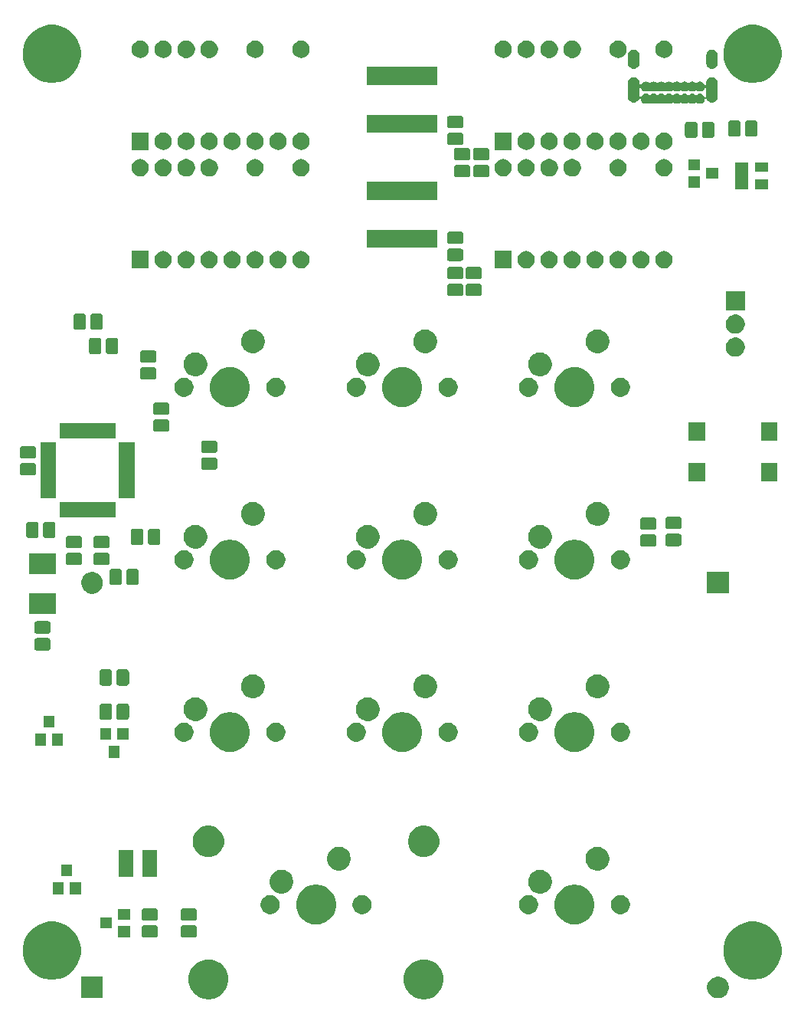
<source format=gbr>
G04 #@! TF.GenerationSoftware,KiCad,Pcbnew,(5.1.6-0-10_14)*
G04 #@! TF.CreationDate,2020-09-15T11:41:32-04:00*
G04 #@! TF.ProjectId,imperializer,696d7065-7269-4616-9c69-7a65722e6b69,1.2*
G04 #@! TF.SameCoordinates,Original*
G04 #@! TF.FileFunction,Soldermask,Bot*
G04 #@! TF.FilePolarity,Negative*
%FSLAX46Y46*%
G04 Gerber Fmt 4.6, Leading zero omitted, Abs format (unit mm)*
G04 Created by KiCad (PCBNEW (5.1.6-0-10_14)) date 2020-09-15 11:41:32*
%MOMM*%
%LPD*%
G01*
G04 APERTURE LIST*
%ADD10C,0.100000*%
G04 APERTURE END LIST*
D10*
G36*
X133543881Y-129255023D02*
G01*
X133827652Y-129311468D01*
X134228608Y-129477550D01*
X134589458Y-129718662D01*
X134896338Y-130025542D01*
X135137450Y-130386392D01*
X135303532Y-130787348D01*
X135303532Y-130787350D01*
X135371849Y-131130800D01*
X135388200Y-131213005D01*
X135388200Y-131646995D01*
X135303532Y-132072652D01*
X135137450Y-132473608D01*
X134896338Y-132834458D01*
X134589458Y-133141338D01*
X134228608Y-133382450D01*
X133827652Y-133548532D01*
X133543881Y-133604977D01*
X133401996Y-133633200D01*
X132968004Y-133633200D01*
X132826119Y-133604977D01*
X132542348Y-133548532D01*
X132141392Y-133382450D01*
X131780542Y-133141338D01*
X131473662Y-132834458D01*
X131232550Y-132473608D01*
X131066468Y-132072652D01*
X130981800Y-131646995D01*
X130981800Y-131213005D01*
X130998152Y-131130800D01*
X131066468Y-130787350D01*
X131066468Y-130787348D01*
X131232550Y-130386392D01*
X131473662Y-130025542D01*
X131780542Y-129718662D01*
X132141392Y-129477550D01*
X132542348Y-129311468D01*
X132826119Y-129255023D01*
X132968004Y-129226800D01*
X133401996Y-129226800D01*
X133543881Y-129255023D01*
G37*
G36*
X109743881Y-129255023D02*
G01*
X110027652Y-129311468D01*
X110428608Y-129477550D01*
X110789458Y-129718662D01*
X111096338Y-130025542D01*
X111337450Y-130386392D01*
X111503532Y-130787348D01*
X111503532Y-130787350D01*
X111571849Y-131130800D01*
X111588200Y-131213005D01*
X111588200Y-131646995D01*
X111503532Y-132072652D01*
X111337450Y-132473608D01*
X111096338Y-132834458D01*
X110789458Y-133141338D01*
X110428608Y-133382450D01*
X110027652Y-133548532D01*
X109743881Y-133604977D01*
X109601996Y-133633200D01*
X109168004Y-133633200D01*
X109026119Y-133604977D01*
X108742348Y-133548532D01*
X108341392Y-133382450D01*
X107980542Y-133141338D01*
X107673662Y-132834458D01*
X107432550Y-132473608D01*
X107266468Y-132072652D01*
X107181800Y-131646995D01*
X107181800Y-131213005D01*
X107198152Y-131130800D01*
X107266468Y-130787350D01*
X107266468Y-130787348D01*
X107432550Y-130386392D01*
X107673662Y-130025542D01*
X107980542Y-129718662D01*
X108341392Y-129477550D01*
X108742348Y-129311468D01*
X109026119Y-129255023D01*
X109168004Y-129226800D01*
X109601996Y-129226800D01*
X109743881Y-129255023D01*
G37*
G36*
X97723200Y-133537200D02*
G01*
X95316800Y-133537200D01*
X95316800Y-131130800D01*
X97723200Y-131130800D01*
X97723200Y-133537200D01*
G37*
G36*
X166085961Y-131173038D02*
G01*
X166085964Y-131173039D01*
X166085963Y-131173039D01*
X166304928Y-131263737D01*
X166304929Y-131263738D01*
X166501995Y-131395413D01*
X166669587Y-131563005D01*
X166725707Y-131646995D01*
X166801263Y-131760072D01*
X166871415Y-131929433D01*
X166891962Y-131979039D01*
X166938200Y-132211495D01*
X166938200Y-132448505D01*
X166891962Y-132680961D01*
X166891961Y-132680963D01*
X166801263Y-132899928D01*
X166801262Y-132899929D01*
X166669587Y-133096995D01*
X166501995Y-133264587D01*
X166370618Y-133352370D01*
X166304928Y-133396263D01*
X166135567Y-133466415D01*
X166085961Y-133486962D01*
X165853505Y-133533200D01*
X165616495Y-133533200D01*
X165384039Y-133486962D01*
X165334433Y-133466415D01*
X165165072Y-133396263D01*
X165099382Y-133352370D01*
X164968005Y-133264587D01*
X164800413Y-133096995D01*
X164668738Y-132899929D01*
X164668737Y-132899928D01*
X164578039Y-132680963D01*
X164578038Y-132680961D01*
X164531800Y-132448505D01*
X164531800Y-132211495D01*
X164578038Y-131979039D01*
X164598585Y-131929433D01*
X164668737Y-131760072D01*
X164744293Y-131646995D01*
X164800413Y-131563005D01*
X164968005Y-131395413D01*
X165165071Y-131263738D01*
X165165072Y-131263737D01*
X165384037Y-131173039D01*
X165384036Y-131173039D01*
X165384039Y-131173038D01*
X165616495Y-131126800D01*
X165853505Y-131126800D01*
X166085961Y-131173038D01*
G37*
G36*
X170169914Y-125128349D02*
G01*
X170479341Y-125189897D01*
X171062286Y-125431361D01*
X171586921Y-125781911D01*
X172033089Y-126228079D01*
X172383639Y-126752714D01*
X172625103Y-127335659D01*
X172748200Y-127954514D01*
X172748200Y-128585486D01*
X172625103Y-129204341D01*
X172383639Y-129787286D01*
X172033089Y-130311921D01*
X171586921Y-130758089D01*
X171062286Y-131108639D01*
X170479341Y-131350103D01*
X170169914Y-131411651D01*
X169860488Y-131473200D01*
X169229512Y-131473200D01*
X168920086Y-131411651D01*
X168610659Y-131350103D01*
X168027714Y-131108639D01*
X167503079Y-130758089D01*
X167056911Y-130311921D01*
X166706361Y-129787286D01*
X166464897Y-129204341D01*
X166341800Y-128585486D01*
X166341800Y-127954514D01*
X166464897Y-127335659D01*
X166706361Y-126752714D01*
X167056911Y-126228079D01*
X167503079Y-125781911D01*
X168027714Y-125431361D01*
X168610659Y-125189897D01*
X168920086Y-125128349D01*
X169229512Y-125066800D01*
X169860488Y-125066800D01*
X170169914Y-125128349D01*
G37*
G36*
X92699914Y-125128349D02*
G01*
X93009341Y-125189897D01*
X93592286Y-125431361D01*
X94116921Y-125781911D01*
X94563089Y-126228079D01*
X94913639Y-126752714D01*
X95155103Y-127335659D01*
X95278200Y-127954514D01*
X95278200Y-128585486D01*
X95155103Y-129204341D01*
X94913639Y-129787286D01*
X94563089Y-130311921D01*
X94116921Y-130758089D01*
X93592286Y-131108639D01*
X93009341Y-131350103D01*
X92699914Y-131411651D01*
X92390488Y-131473200D01*
X91759512Y-131473200D01*
X91450086Y-131411651D01*
X91140659Y-131350103D01*
X90557714Y-131108639D01*
X90033079Y-130758089D01*
X89586911Y-130311921D01*
X89236361Y-129787286D01*
X88994897Y-129204341D01*
X88871800Y-128585486D01*
X88871800Y-127954514D01*
X88994897Y-127335659D01*
X89236361Y-126752714D01*
X89586911Y-126228079D01*
X90033079Y-125781911D01*
X90557714Y-125431361D01*
X91140659Y-125189897D01*
X91450086Y-125128349D01*
X91759512Y-125066800D01*
X92390488Y-125066800D01*
X92699914Y-125128349D01*
G37*
G36*
X107854021Y-125474943D02*
G01*
X107909183Y-125491675D01*
X107960018Y-125518847D01*
X108004581Y-125555419D01*
X108041153Y-125599982D01*
X108068325Y-125650817D01*
X108085057Y-125705979D01*
X108091200Y-125768344D01*
X108091200Y-126550656D01*
X108085057Y-126613021D01*
X108068325Y-126668183D01*
X108041153Y-126719018D01*
X108004581Y-126763581D01*
X107960018Y-126800153D01*
X107909183Y-126827325D01*
X107854021Y-126844057D01*
X107791656Y-126850200D01*
X106584344Y-126850200D01*
X106521979Y-126844057D01*
X106466817Y-126827325D01*
X106415982Y-126800153D01*
X106371419Y-126763581D01*
X106334847Y-126719018D01*
X106307675Y-126668183D01*
X106290943Y-126613021D01*
X106284800Y-126550656D01*
X106284800Y-125768344D01*
X106290943Y-125705979D01*
X106307675Y-125650817D01*
X106334847Y-125599982D01*
X106371419Y-125555419D01*
X106415982Y-125518847D01*
X106466817Y-125491675D01*
X106521979Y-125474943D01*
X106584344Y-125468800D01*
X107791656Y-125468800D01*
X107854021Y-125474943D01*
G37*
G36*
X103536021Y-125474943D02*
G01*
X103591183Y-125491675D01*
X103642018Y-125518847D01*
X103686581Y-125555419D01*
X103723153Y-125599982D01*
X103750325Y-125650817D01*
X103767057Y-125705979D01*
X103773200Y-125768344D01*
X103773200Y-126550656D01*
X103767057Y-126613021D01*
X103750325Y-126668183D01*
X103723153Y-126719018D01*
X103686581Y-126763581D01*
X103642018Y-126800153D01*
X103591183Y-126827325D01*
X103536021Y-126844057D01*
X103473656Y-126850200D01*
X102266344Y-126850200D01*
X102203979Y-126844057D01*
X102148817Y-126827325D01*
X102097982Y-126800153D01*
X102053419Y-126763581D01*
X102016847Y-126719018D01*
X101989675Y-126668183D01*
X101972943Y-126613021D01*
X101966800Y-126550656D01*
X101966800Y-125768344D01*
X101972943Y-125705979D01*
X101989675Y-125650817D01*
X102016847Y-125599982D01*
X102053419Y-125555419D01*
X102097982Y-125518847D01*
X102148817Y-125491675D01*
X102203979Y-125474943D01*
X102266344Y-125468800D01*
X103473656Y-125468800D01*
X103536021Y-125474943D01*
G37*
G36*
X100713200Y-126775200D02*
G01*
X99406800Y-126775200D01*
X99406800Y-125568800D01*
X100713200Y-125568800D01*
X100713200Y-126775200D01*
G37*
G36*
X98713200Y-125825200D02*
G01*
X97406800Y-125825200D01*
X97406800Y-124618800D01*
X98713200Y-124618800D01*
X98713200Y-125825200D01*
G37*
G36*
X150218881Y-121015023D02*
G01*
X150502652Y-121071468D01*
X150903608Y-121237550D01*
X151264458Y-121478662D01*
X151571338Y-121785542D01*
X151812450Y-122146392D01*
X151978532Y-122547348D01*
X152063200Y-122973005D01*
X152063200Y-123406995D01*
X151978532Y-123832652D01*
X151812450Y-124233608D01*
X151571338Y-124594458D01*
X151264458Y-124901338D01*
X150903608Y-125142450D01*
X150502652Y-125308532D01*
X150218881Y-125364977D01*
X150076996Y-125393200D01*
X149643004Y-125393200D01*
X149501119Y-125364977D01*
X149217348Y-125308532D01*
X148816392Y-125142450D01*
X148455542Y-124901338D01*
X148148662Y-124594458D01*
X147907550Y-124233608D01*
X147741468Y-123832652D01*
X147656800Y-123406995D01*
X147656800Y-122973005D01*
X147741468Y-122547348D01*
X147907550Y-122146392D01*
X148148662Y-121785542D01*
X148455542Y-121478662D01*
X148816392Y-121237550D01*
X149217348Y-121071468D01*
X149501119Y-121015023D01*
X149643004Y-120986800D01*
X150076996Y-120986800D01*
X150218881Y-121015023D01*
G37*
G36*
X121643881Y-121015023D02*
G01*
X121927652Y-121071468D01*
X122328608Y-121237550D01*
X122689458Y-121478662D01*
X122996338Y-121785542D01*
X123237450Y-122146392D01*
X123403532Y-122547348D01*
X123488200Y-122973005D01*
X123488200Y-123406995D01*
X123403532Y-123832652D01*
X123237450Y-124233608D01*
X122996338Y-124594458D01*
X122689458Y-124901338D01*
X122328608Y-125142450D01*
X121927652Y-125308532D01*
X121643881Y-125364977D01*
X121501996Y-125393200D01*
X121068004Y-125393200D01*
X120926119Y-125364977D01*
X120642348Y-125308532D01*
X120241392Y-125142450D01*
X119880542Y-124901338D01*
X119573662Y-124594458D01*
X119332550Y-124233608D01*
X119166468Y-123832652D01*
X119081800Y-123406995D01*
X119081800Y-122973005D01*
X119166468Y-122547348D01*
X119332550Y-122146392D01*
X119573662Y-121785542D01*
X119880542Y-121478662D01*
X120241392Y-121237550D01*
X120642348Y-121071468D01*
X120926119Y-121015023D01*
X121068004Y-120986800D01*
X121501996Y-120986800D01*
X121643881Y-121015023D01*
G37*
G36*
X107854021Y-123599943D02*
G01*
X107909183Y-123616675D01*
X107960018Y-123643847D01*
X108004581Y-123680419D01*
X108041153Y-123724982D01*
X108068325Y-123775817D01*
X108085057Y-123830979D01*
X108091200Y-123893344D01*
X108091200Y-124675656D01*
X108085057Y-124738021D01*
X108068325Y-124793183D01*
X108041153Y-124844018D01*
X108004581Y-124888581D01*
X107960018Y-124925153D01*
X107909183Y-124952325D01*
X107854021Y-124969057D01*
X107791656Y-124975200D01*
X106584344Y-124975200D01*
X106521979Y-124969057D01*
X106466817Y-124952325D01*
X106415982Y-124925153D01*
X106371419Y-124888581D01*
X106334847Y-124844018D01*
X106307675Y-124793183D01*
X106290943Y-124738021D01*
X106284800Y-124675656D01*
X106284800Y-123893344D01*
X106290943Y-123830979D01*
X106307675Y-123775817D01*
X106334847Y-123724982D01*
X106371419Y-123680419D01*
X106415982Y-123643847D01*
X106466817Y-123616675D01*
X106521979Y-123599943D01*
X106584344Y-123593800D01*
X107791656Y-123593800D01*
X107854021Y-123599943D01*
G37*
G36*
X103536021Y-123599943D02*
G01*
X103591183Y-123616675D01*
X103642018Y-123643847D01*
X103686581Y-123680419D01*
X103723153Y-123724982D01*
X103750325Y-123775817D01*
X103767057Y-123830979D01*
X103773200Y-123893344D01*
X103773200Y-124675656D01*
X103767057Y-124738021D01*
X103750325Y-124793183D01*
X103723153Y-124844018D01*
X103686581Y-124888581D01*
X103642018Y-124925153D01*
X103591183Y-124952325D01*
X103536021Y-124969057D01*
X103473656Y-124975200D01*
X102266344Y-124975200D01*
X102203979Y-124969057D01*
X102148817Y-124952325D01*
X102097982Y-124925153D01*
X102053419Y-124888581D01*
X102016847Y-124844018D01*
X101989675Y-124793183D01*
X101972943Y-124738021D01*
X101966800Y-124675656D01*
X101966800Y-123893344D01*
X101972943Y-123830979D01*
X101989675Y-123775817D01*
X102016847Y-123724982D01*
X102053419Y-123680419D01*
X102097982Y-123643847D01*
X102148817Y-123616675D01*
X102203979Y-123599943D01*
X102266344Y-123593800D01*
X103473656Y-123593800D01*
X103536021Y-123599943D01*
G37*
G36*
X100713200Y-124875200D02*
G01*
X99406800Y-124875200D01*
X99406800Y-123668800D01*
X100713200Y-123668800D01*
X100713200Y-124875200D01*
G37*
G36*
X155091953Y-122146392D02*
G01*
X155247210Y-122177274D01*
X155438879Y-122256666D01*
X155611376Y-122371925D01*
X155758075Y-122518624D01*
X155873334Y-122691121D01*
X155952726Y-122882790D01*
X155993200Y-123086270D01*
X155993200Y-123293730D01*
X155952726Y-123497210D01*
X155873334Y-123688879D01*
X155758075Y-123861376D01*
X155611376Y-124008075D01*
X155438879Y-124123334D01*
X155247210Y-124202726D01*
X155094600Y-124233082D01*
X155043731Y-124243200D01*
X154836269Y-124243200D01*
X154785400Y-124233082D01*
X154632790Y-124202726D01*
X154441121Y-124123334D01*
X154268624Y-124008075D01*
X154121925Y-123861376D01*
X154006666Y-123688879D01*
X153927274Y-123497210D01*
X153886800Y-123293730D01*
X153886800Y-123086270D01*
X153927274Y-122882790D01*
X154006666Y-122691121D01*
X154121925Y-122518624D01*
X154268624Y-122371925D01*
X154441121Y-122256666D01*
X154632790Y-122177274D01*
X154788047Y-122146392D01*
X154836269Y-122136800D01*
X155043731Y-122136800D01*
X155091953Y-122146392D01*
G37*
G36*
X144931953Y-122146392D02*
G01*
X145087210Y-122177274D01*
X145278879Y-122256666D01*
X145451376Y-122371925D01*
X145598075Y-122518624D01*
X145713334Y-122691121D01*
X145792726Y-122882790D01*
X145833200Y-123086270D01*
X145833200Y-123293730D01*
X145792726Y-123497210D01*
X145713334Y-123688879D01*
X145598075Y-123861376D01*
X145451376Y-124008075D01*
X145278879Y-124123334D01*
X145087210Y-124202726D01*
X144934600Y-124233082D01*
X144883731Y-124243200D01*
X144676269Y-124243200D01*
X144625400Y-124233082D01*
X144472790Y-124202726D01*
X144281121Y-124123334D01*
X144108624Y-124008075D01*
X143961925Y-123861376D01*
X143846666Y-123688879D01*
X143767274Y-123497210D01*
X143726800Y-123293730D01*
X143726800Y-123086270D01*
X143767274Y-122882790D01*
X143846666Y-122691121D01*
X143961925Y-122518624D01*
X144108624Y-122371925D01*
X144281121Y-122256666D01*
X144472790Y-122177274D01*
X144628047Y-122146392D01*
X144676269Y-122136800D01*
X144883731Y-122136800D01*
X144931953Y-122146392D01*
G37*
G36*
X116356953Y-122146392D02*
G01*
X116512210Y-122177274D01*
X116703879Y-122256666D01*
X116876376Y-122371925D01*
X117023075Y-122518624D01*
X117138334Y-122691121D01*
X117217726Y-122882790D01*
X117258200Y-123086270D01*
X117258200Y-123293730D01*
X117217726Y-123497210D01*
X117138334Y-123688879D01*
X117023075Y-123861376D01*
X116876376Y-124008075D01*
X116703879Y-124123334D01*
X116512210Y-124202726D01*
X116359600Y-124233082D01*
X116308731Y-124243200D01*
X116101269Y-124243200D01*
X116050400Y-124233082D01*
X115897790Y-124202726D01*
X115706121Y-124123334D01*
X115533624Y-124008075D01*
X115386925Y-123861376D01*
X115271666Y-123688879D01*
X115192274Y-123497210D01*
X115151800Y-123293730D01*
X115151800Y-123086270D01*
X115192274Y-122882790D01*
X115271666Y-122691121D01*
X115386925Y-122518624D01*
X115533624Y-122371925D01*
X115706121Y-122256666D01*
X115897790Y-122177274D01*
X116053047Y-122146392D01*
X116101269Y-122136800D01*
X116308731Y-122136800D01*
X116356953Y-122146392D01*
G37*
G36*
X126516953Y-122146392D02*
G01*
X126672210Y-122177274D01*
X126863879Y-122256666D01*
X127036376Y-122371925D01*
X127183075Y-122518624D01*
X127298334Y-122691121D01*
X127377726Y-122882790D01*
X127418200Y-123086270D01*
X127418200Y-123293730D01*
X127377726Y-123497210D01*
X127298334Y-123688879D01*
X127183075Y-123861376D01*
X127036376Y-124008075D01*
X126863879Y-124123334D01*
X126672210Y-124202726D01*
X126519600Y-124233082D01*
X126468731Y-124243200D01*
X126261269Y-124243200D01*
X126210400Y-124233082D01*
X126057790Y-124202726D01*
X125866121Y-124123334D01*
X125693624Y-124008075D01*
X125546925Y-123861376D01*
X125431666Y-123688879D01*
X125352274Y-123497210D01*
X125311800Y-123293730D01*
X125311800Y-123086270D01*
X125352274Y-122882790D01*
X125431666Y-122691121D01*
X125546925Y-122518624D01*
X125693624Y-122371925D01*
X125866121Y-122256666D01*
X126057790Y-122177274D01*
X126213047Y-122146392D01*
X126261269Y-122136800D01*
X126468731Y-122136800D01*
X126516953Y-122146392D01*
G37*
G36*
X93379200Y-122049200D02*
G01*
X92172800Y-122049200D01*
X92172800Y-120742800D01*
X93379200Y-120742800D01*
X93379200Y-122049200D01*
G37*
G36*
X95279200Y-122049200D02*
G01*
X94072800Y-122049200D01*
X94072800Y-120742800D01*
X95279200Y-120742800D01*
X95279200Y-122049200D01*
G37*
G36*
X117855130Y-119396881D02*
G01*
X117855133Y-119396882D01*
X117855132Y-119396882D01*
X118092296Y-119495118D01*
X118092297Y-119495119D01*
X118305742Y-119637738D01*
X118487262Y-119819258D01*
X118601435Y-119990131D01*
X118629882Y-120032704D01*
X118705864Y-120216141D01*
X118728119Y-120269870D01*
X118778200Y-120521646D01*
X118778200Y-120778354D01*
X118728119Y-121030130D01*
X118728118Y-121030132D01*
X118629882Y-121267296D01*
X118629881Y-121267297D01*
X118487262Y-121480742D01*
X118305742Y-121662262D01*
X118134869Y-121776435D01*
X118092296Y-121804882D01*
X117908859Y-121880864D01*
X117855130Y-121903119D01*
X117603354Y-121953200D01*
X117346646Y-121953200D01*
X117094870Y-121903119D01*
X117041141Y-121880864D01*
X116857704Y-121804882D01*
X116815131Y-121776435D01*
X116644258Y-121662262D01*
X116462738Y-121480742D01*
X116320119Y-121267297D01*
X116320118Y-121267296D01*
X116221882Y-121030132D01*
X116221881Y-121030130D01*
X116171800Y-120778354D01*
X116171800Y-120521646D01*
X116221881Y-120269870D01*
X116244136Y-120216141D01*
X116320118Y-120032704D01*
X116348565Y-119990131D01*
X116462738Y-119819258D01*
X116644258Y-119637738D01*
X116857703Y-119495119D01*
X116857704Y-119495118D01*
X117094868Y-119396882D01*
X117094867Y-119396882D01*
X117094870Y-119396881D01*
X117346646Y-119346800D01*
X117603354Y-119346800D01*
X117855130Y-119396881D01*
G37*
G36*
X146430130Y-119396881D02*
G01*
X146430133Y-119396882D01*
X146430132Y-119396882D01*
X146667296Y-119495118D01*
X146667297Y-119495119D01*
X146880742Y-119637738D01*
X147062262Y-119819258D01*
X147176435Y-119990131D01*
X147204882Y-120032704D01*
X147280864Y-120216141D01*
X147303119Y-120269870D01*
X147353200Y-120521646D01*
X147353200Y-120778354D01*
X147303119Y-121030130D01*
X147303118Y-121030132D01*
X147204882Y-121267296D01*
X147204881Y-121267297D01*
X147062262Y-121480742D01*
X146880742Y-121662262D01*
X146709869Y-121776435D01*
X146667296Y-121804882D01*
X146483859Y-121880864D01*
X146430130Y-121903119D01*
X146178354Y-121953200D01*
X145921646Y-121953200D01*
X145669870Y-121903119D01*
X145616141Y-121880864D01*
X145432704Y-121804882D01*
X145390131Y-121776435D01*
X145219258Y-121662262D01*
X145037738Y-121480742D01*
X144895119Y-121267297D01*
X144895118Y-121267296D01*
X144796882Y-121030132D01*
X144796881Y-121030130D01*
X144746800Y-120778354D01*
X144746800Y-120521646D01*
X144796881Y-120269870D01*
X144819136Y-120216141D01*
X144895118Y-120032704D01*
X144923565Y-119990131D01*
X145037738Y-119819258D01*
X145219258Y-119637738D01*
X145432703Y-119495119D01*
X145432704Y-119495118D01*
X145669868Y-119396882D01*
X145669867Y-119396882D01*
X145669870Y-119396881D01*
X145921646Y-119346800D01*
X146178354Y-119346800D01*
X146430130Y-119396881D01*
G37*
G36*
X101103200Y-120096200D02*
G01*
X99476800Y-120096200D01*
X99476800Y-117139800D01*
X101103200Y-117139800D01*
X101103200Y-120096200D01*
G37*
G36*
X103723200Y-120096200D02*
G01*
X102096800Y-120096200D01*
X102096800Y-117139800D01*
X103723200Y-117139800D01*
X103723200Y-120096200D01*
G37*
G36*
X94329200Y-120049200D02*
G01*
X93122800Y-120049200D01*
X93122800Y-118742800D01*
X94329200Y-118742800D01*
X94329200Y-120049200D01*
G37*
G36*
X152780130Y-116856881D02*
G01*
X152780133Y-116856882D01*
X152780132Y-116856882D01*
X153017296Y-116955118D01*
X153017297Y-116955119D01*
X153230742Y-117097738D01*
X153412262Y-117279258D01*
X153526435Y-117450131D01*
X153554882Y-117492704D01*
X153571317Y-117532382D01*
X153653119Y-117729870D01*
X153703200Y-117981646D01*
X153703200Y-118238354D01*
X153653119Y-118490130D01*
X153653118Y-118490132D01*
X153554882Y-118727296D01*
X153554881Y-118727297D01*
X153412262Y-118940742D01*
X153230742Y-119122262D01*
X153059869Y-119236435D01*
X153017296Y-119264882D01*
X152833859Y-119340864D01*
X152780130Y-119363119D01*
X152528354Y-119413200D01*
X152271646Y-119413200D01*
X152019870Y-119363119D01*
X151966141Y-119340864D01*
X151782704Y-119264882D01*
X151740131Y-119236435D01*
X151569258Y-119122262D01*
X151387738Y-118940742D01*
X151245119Y-118727297D01*
X151245118Y-118727296D01*
X151146882Y-118490132D01*
X151146881Y-118490130D01*
X151096800Y-118238354D01*
X151096800Y-117981646D01*
X151146881Y-117729870D01*
X151228683Y-117532382D01*
X151245118Y-117492704D01*
X151273565Y-117450131D01*
X151387738Y-117279258D01*
X151569258Y-117097738D01*
X151782703Y-116955119D01*
X151782704Y-116955118D01*
X152019868Y-116856882D01*
X152019867Y-116856882D01*
X152019870Y-116856881D01*
X152271646Y-116806800D01*
X152528354Y-116806800D01*
X152780130Y-116856881D01*
G37*
G36*
X124205130Y-116856881D02*
G01*
X124205133Y-116856882D01*
X124205132Y-116856882D01*
X124442296Y-116955118D01*
X124442297Y-116955119D01*
X124655742Y-117097738D01*
X124837262Y-117279258D01*
X124951435Y-117450131D01*
X124979882Y-117492704D01*
X124996317Y-117532382D01*
X125078119Y-117729870D01*
X125128200Y-117981646D01*
X125128200Y-118238354D01*
X125078119Y-118490130D01*
X125078118Y-118490132D01*
X124979882Y-118727296D01*
X124979881Y-118727297D01*
X124837262Y-118940742D01*
X124655742Y-119122262D01*
X124484869Y-119236435D01*
X124442296Y-119264882D01*
X124258859Y-119340864D01*
X124205130Y-119363119D01*
X123953354Y-119413200D01*
X123696646Y-119413200D01*
X123444870Y-119363119D01*
X123391141Y-119340864D01*
X123207704Y-119264882D01*
X123165131Y-119236435D01*
X122994258Y-119122262D01*
X122812738Y-118940742D01*
X122670119Y-118727297D01*
X122670118Y-118727296D01*
X122571882Y-118490132D01*
X122571881Y-118490130D01*
X122521800Y-118238354D01*
X122521800Y-117981646D01*
X122571881Y-117729870D01*
X122653683Y-117532382D01*
X122670118Y-117492704D01*
X122698565Y-117450131D01*
X122812738Y-117279258D01*
X122994258Y-117097738D01*
X123207703Y-116955119D01*
X123207704Y-116955118D01*
X123444868Y-116856882D01*
X123444867Y-116856882D01*
X123444870Y-116856881D01*
X123696646Y-116806800D01*
X123953354Y-116806800D01*
X124205130Y-116856881D01*
G37*
G36*
X133438684Y-114478404D02*
G01*
X133689100Y-114528214D01*
X134003611Y-114658489D01*
X134286663Y-114847618D01*
X134527382Y-115088337D01*
X134716511Y-115371389D01*
X134846786Y-115685900D01*
X134913200Y-116019788D01*
X134913200Y-116360212D01*
X134846786Y-116694100D01*
X134716511Y-117008611D01*
X134527382Y-117291663D01*
X134286663Y-117532382D01*
X134003611Y-117721511D01*
X133689100Y-117851786D01*
X133438684Y-117901597D01*
X133355213Y-117918200D01*
X133014787Y-117918200D01*
X132931316Y-117901597D01*
X132680900Y-117851786D01*
X132366389Y-117721511D01*
X132083337Y-117532382D01*
X131842618Y-117291663D01*
X131653489Y-117008611D01*
X131523214Y-116694100D01*
X131456800Y-116360212D01*
X131456800Y-116019788D01*
X131523214Y-115685900D01*
X131653489Y-115371389D01*
X131842618Y-115088337D01*
X132083337Y-114847618D01*
X132366389Y-114658489D01*
X132680900Y-114528214D01*
X132931316Y-114478404D01*
X133014787Y-114461800D01*
X133355213Y-114461800D01*
X133438684Y-114478404D01*
G37*
G36*
X109638684Y-114478404D02*
G01*
X109889100Y-114528214D01*
X110203611Y-114658489D01*
X110486663Y-114847618D01*
X110727382Y-115088337D01*
X110916511Y-115371389D01*
X111046786Y-115685900D01*
X111113200Y-116019788D01*
X111113200Y-116360212D01*
X111046786Y-116694100D01*
X110916511Y-117008611D01*
X110727382Y-117291663D01*
X110486663Y-117532382D01*
X110203611Y-117721511D01*
X109889100Y-117851786D01*
X109638684Y-117901597D01*
X109555213Y-117918200D01*
X109214787Y-117918200D01*
X109131316Y-117901597D01*
X108880900Y-117851786D01*
X108566389Y-117721511D01*
X108283337Y-117532382D01*
X108042618Y-117291663D01*
X107853489Y-117008611D01*
X107723214Y-116694100D01*
X107656800Y-116360212D01*
X107656800Y-116019788D01*
X107723214Y-115685900D01*
X107853489Y-115371389D01*
X108042618Y-115088337D01*
X108283337Y-114847618D01*
X108566389Y-114658489D01*
X108880900Y-114528214D01*
X109131316Y-114478404D01*
X109214787Y-114461800D01*
X109555213Y-114461800D01*
X109638684Y-114478404D01*
G37*
G36*
X99587000Y-106987000D02*
G01*
X98380600Y-106987000D01*
X98380600Y-105680600D01*
X99587000Y-105680600D01*
X99587000Y-106987000D01*
G37*
G36*
X131168881Y-101965023D02*
G01*
X131452652Y-102021468D01*
X131853608Y-102187550D01*
X132214458Y-102428662D01*
X132521338Y-102735542D01*
X132762450Y-103096392D01*
X132928532Y-103497348D01*
X133013200Y-103923005D01*
X133013200Y-104356995D01*
X132928532Y-104782652D01*
X132762450Y-105183608D01*
X132521338Y-105544458D01*
X132214458Y-105851338D01*
X131853608Y-106092450D01*
X131452652Y-106258532D01*
X131168881Y-106314977D01*
X131026996Y-106343200D01*
X130593004Y-106343200D01*
X130451119Y-106314977D01*
X130167348Y-106258532D01*
X129766392Y-106092450D01*
X129405542Y-105851338D01*
X129098662Y-105544458D01*
X128857550Y-105183608D01*
X128691468Y-104782652D01*
X128606800Y-104356995D01*
X128606800Y-103923005D01*
X128691468Y-103497348D01*
X128857550Y-103096392D01*
X129098662Y-102735542D01*
X129405542Y-102428662D01*
X129766392Y-102187550D01*
X130167348Y-102021468D01*
X130451119Y-101965023D01*
X130593004Y-101936800D01*
X131026996Y-101936800D01*
X131168881Y-101965023D01*
G37*
G36*
X112118881Y-101965023D02*
G01*
X112402652Y-102021468D01*
X112803608Y-102187550D01*
X113164458Y-102428662D01*
X113471338Y-102735542D01*
X113712450Y-103096392D01*
X113878532Y-103497348D01*
X113963200Y-103923005D01*
X113963200Y-104356995D01*
X113878532Y-104782652D01*
X113712450Y-105183608D01*
X113471338Y-105544458D01*
X113164458Y-105851338D01*
X112803608Y-106092450D01*
X112402652Y-106258532D01*
X112118881Y-106314977D01*
X111976996Y-106343200D01*
X111543004Y-106343200D01*
X111401119Y-106314977D01*
X111117348Y-106258532D01*
X110716392Y-106092450D01*
X110355542Y-105851338D01*
X110048662Y-105544458D01*
X109807550Y-105183608D01*
X109641468Y-104782652D01*
X109556800Y-104356995D01*
X109556800Y-103923005D01*
X109641468Y-103497348D01*
X109807550Y-103096392D01*
X110048662Y-102735542D01*
X110355542Y-102428662D01*
X110716392Y-102187550D01*
X111117348Y-102021468D01*
X111401119Y-101965023D01*
X111543004Y-101936800D01*
X111976996Y-101936800D01*
X112118881Y-101965023D01*
G37*
G36*
X150218881Y-101965023D02*
G01*
X150502652Y-102021468D01*
X150903608Y-102187550D01*
X151264458Y-102428662D01*
X151571338Y-102735542D01*
X151812450Y-103096392D01*
X151978532Y-103497348D01*
X152063200Y-103923005D01*
X152063200Y-104356995D01*
X151978532Y-104782652D01*
X151812450Y-105183608D01*
X151571338Y-105544458D01*
X151264458Y-105851338D01*
X150903608Y-106092450D01*
X150502652Y-106258532D01*
X150218881Y-106314977D01*
X150076996Y-106343200D01*
X149643004Y-106343200D01*
X149501119Y-106314977D01*
X149217348Y-106258532D01*
X148816392Y-106092450D01*
X148455542Y-105851338D01*
X148148662Y-105544458D01*
X147907550Y-105183608D01*
X147741468Y-104782652D01*
X147656800Y-104356995D01*
X147656800Y-103923005D01*
X147741468Y-103497348D01*
X147907550Y-103096392D01*
X148148662Y-102735542D01*
X148455542Y-102428662D01*
X148816392Y-102187550D01*
X149217348Y-102021468D01*
X149501119Y-101965023D01*
X149643004Y-101936800D01*
X150076996Y-101936800D01*
X150218881Y-101965023D01*
G37*
G36*
X91413200Y-105631400D02*
G01*
X90206800Y-105631400D01*
X90206800Y-104325000D01*
X91413200Y-104325000D01*
X91413200Y-105631400D01*
G37*
G36*
X93313200Y-105631400D02*
G01*
X92106800Y-105631400D01*
X92106800Y-104325000D01*
X93313200Y-104325000D01*
X93313200Y-105631400D01*
G37*
G36*
X155091953Y-103096392D02*
G01*
X155247210Y-103127274D01*
X155438879Y-103206666D01*
X155611376Y-103321925D01*
X155758075Y-103468624D01*
X155873334Y-103641121D01*
X155952726Y-103832790D01*
X155993200Y-104036270D01*
X155993200Y-104243730D01*
X155952726Y-104447210D01*
X155873334Y-104638879D01*
X155758075Y-104811376D01*
X155611376Y-104958075D01*
X155438879Y-105073334D01*
X155247210Y-105152726D01*
X155094600Y-105183082D01*
X155043731Y-105193200D01*
X154836269Y-105193200D01*
X154785400Y-105183081D01*
X154632790Y-105152726D01*
X154441121Y-105073334D01*
X154268624Y-104958075D01*
X154121925Y-104811376D01*
X154006666Y-104638879D01*
X153927274Y-104447210D01*
X153886800Y-104243730D01*
X153886800Y-104036270D01*
X153927274Y-103832790D01*
X154006666Y-103641121D01*
X154121925Y-103468624D01*
X154268624Y-103321925D01*
X154441121Y-103206666D01*
X154632790Y-103127274D01*
X154788047Y-103096392D01*
X154836269Y-103086800D01*
X155043731Y-103086800D01*
X155091953Y-103096392D01*
G37*
G36*
X144931953Y-103096392D02*
G01*
X145087210Y-103127274D01*
X145278879Y-103206666D01*
X145451376Y-103321925D01*
X145598075Y-103468624D01*
X145713334Y-103641121D01*
X145792726Y-103832790D01*
X145833200Y-104036270D01*
X145833200Y-104243730D01*
X145792726Y-104447210D01*
X145713334Y-104638879D01*
X145598075Y-104811376D01*
X145451376Y-104958075D01*
X145278879Y-105073334D01*
X145087210Y-105152726D01*
X144934600Y-105183082D01*
X144883731Y-105193200D01*
X144676269Y-105193200D01*
X144625400Y-105183081D01*
X144472790Y-105152726D01*
X144281121Y-105073334D01*
X144108624Y-104958075D01*
X143961925Y-104811376D01*
X143846666Y-104638879D01*
X143767274Y-104447210D01*
X143726800Y-104243730D01*
X143726800Y-104036270D01*
X143767274Y-103832790D01*
X143846666Y-103641121D01*
X143961925Y-103468624D01*
X144108624Y-103321925D01*
X144281121Y-103206666D01*
X144472790Y-103127274D01*
X144628047Y-103096392D01*
X144676269Y-103086800D01*
X144883731Y-103086800D01*
X144931953Y-103096392D01*
G37*
G36*
X136041953Y-103096392D02*
G01*
X136197210Y-103127274D01*
X136388879Y-103206666D01*
X136561376Y-103321925D01*
X136708075Y-103468624D01*
X136823334Y-103641121D01*
X136902726Y-103832790D01*
X136943200Y-104036270D01*
X136943200Y-104243730D01*
X136902726Y-104447210D01*
X136823334Y-104638879D01*
X136708075Y-104811376D01*
X136561376Y-104958075D01*
X136388879Y-105073334D01*
X136197210Y-105152726D01*
X136044600Y-105183082D01*
X135993731Y-105193200D01*
X135786269Y-105193200D01*
X135735400Y-105183081D01*
X135582790Y-105152726D01*
X135391121Y-105073334D01*
X135218624Y-104958075D01*
X135071925Y-104811376D01*
X134956666Y-104638879D01*
X134877274Y-104447210D01*
X134836800Y-104243730D01*
X134836800Y-104036270D01*
X134877274Y-103832790D01*
X134956666Y-103641121D01*
X135071925Y-103468624D01*
X135218624Y-103321925D01*
X135391121Y-103206666D01*
X135582790Y-103127274D01*
X135738047Y-103096392D01*
X135786269Y-103086800D01*
X135993731Y-103086800D01*
X136041953Y-103096392D01*
G37*
G36*
X125881953Y-103096392D02*
G01*
X126037210Y-103127274D01*
X126228879Y-103206666D01*
X126401376Y-103321925D01*
X126548075Y-103468624D01*
X126663334Y-103641121D01*
X126742726Y-103832790D01*
X126783200Y-104036270D01*
X126783200Y-104243730D01*
X126742726Y-104447210D01*
X126663334Y-104638879D01*
X126548075Y-104811376D01*
X126401376Y-104958075D01*
X126228879Y-105073334D01*
X126037210Y-105152726D01*
X125884600Y-105183082D01*
X125833731Y-105193200D01*
X125626269Y-105193200D01*
X125575400Y-105183081D01*
X125422790Y-105152726D01*
X125231121Y-105073334D01*
X125058624Y-104958075D01*
X124911925Y-104811376D01*
X124796666Y-104638879D01*
X124717274Y-104447210D01*
X124676800Y-104243730D01*
X124676800Y-104036270D01*
X124717274Y-103832790D01*
X124796666Y-103641121D01*
X124911925Y-103468624D01*
X125058624Y-103321925D01*
X125231121Y-103206666D01*
X125422790Y-103127274D01*
X125578047Y-103096392D01*
X125626269Y-103086800D01*
X125833731Y-103086800D01*
X125881953Y-103096392D01*
G37*
G36*
X106831953Y-103096392D02*
G01*
X106987210Y-103127274D01*
X107178879Y-103206666D01*
X107351376Y-103321925D01*
X107498075Y-103468624D01*
X107613334Y-103641121D01*
X107692726Y-103832790D01*
X107733200Y-104036270D01*
X107733200Y-104243730D01*
X107692726Y-104447210D01*
X107613334Y-104638879D01*
X107498075Y-104811376D01*
X107351376Y-104958075D01*
X107178879Y-105073334D01*
X106987210Y-105152726D01*
X106834600Y-105183082D01*
X106783731Y-105193200D01*
X106576269Y-105193200D01*
X106525400Y-105183081D01*
X106372790Y-105152726D01*
X106181121Y-105073334D01*
X106008624Y-104958075D01*
X105861925Y-104811376D01*
X105746666Y-104638879D01*
X105667274Y-104447210D01*
X105626800Y-104243730D01*
X105626800Y-104036270D01*
X105667274Y-103832790D01*
X105746666Y-103641121D01*
X105861925Y-103468624D01*
X106008624Y-103321925D01*
X106181121Y-103206666D01*
X106372790Y-103127274D01*
X106528047Y-103096392D01*
X106576269Y-103086800D01*
X106783731Y-103086800D01*
X106831953Y-103096392D01*
G37*
G36*
X116991953Y-103096392D02*
G01*
X117147210Y-103127274D01*
X117338879Y-103206666D01*
X117511376Y-103321925D01*
X117658075Y-103468624D01*
X117773334Y-103641121D01*
X117852726Y-103832790D01*
X117893200Y-104036270D01*
X117893200Y-104243730D01*
X117852726Y-104447210D01*
X117773334Y-104638879D01*
X117658075Y-104811376D01*
X117511376Y-104958075D01*
X117338879Y-105073334D01*
X117147210Y-105152726D01*
X116994600Y-105183082D01*
X116943731Y-105193200D01*
X116736269Y-105193200D01*
X116685400Y-105183081D01*
X116532790Y-105152726D01*
X116341121Y-105073334D01*
X116168624Y-104958075D01*
X116021925Y-104811376D01*
X115906666Y-104638879D01*
X115827274Y-104447210D01*
X115786800Y-104243730D01*
X115786800Y-104036270D01*
X115827274Y-103832790D01*
X115906666Y-103641121D01*
X116021925Y-103468624D01*
X116168624Y-103321925D01*
X116341121Y-103206666D01*
X116532790Y-103127274D01*
X116688047Y-103096392D01*
X116736269Y-103086800D01*
X116943731Y-103086800D01*
X116991953Y-103096392D01*
G37*
G36*
X100537000Y-104987000D02*
G01*
X99330600Y-104987000D01*
X99330600Y-103680600D01*
X100537000Y-103680600D01*
X100537000Y-104987000D01*
G37*
G36*
X98637000Y-104987000D02*
G01*
X97430600Y-104987000D01*
X97430600Y-103680600D01*
X98637000Y-103680600D01*
X98637000Y-104987000D01*
G37*
G36*
X92363200Y-103631400D02*
G01*
X91156800Y-103631400D01*
X91156800Y-102325000D01*
X92363200Y-102325000D01*
X92363200Y-103631400D01*
G37*
G36*
X108330130Y-100346881D02*
G01*
X108330133Y-100346882D01*
X108330132Y-100346882D01*
X108567296Y-100445118D01*
X108567297Y-100445119D01*
X108780742Y-100587738D01*
X108962262Y-100769258D01*
X109076435Y-100940131D01*
X109104882Y-100982704D01*
X109144086Y-101077351D01*
X109203119Y-101219870D01*
X109253200Y-101471646D01*
X109253200Y-101728354D01*
X109203119Y-101980130D01*
X109203118Y-101980132D01*
X109104882Y-102217296D01*
X109104881Y-102217297D01*
X108962262Y-102430742D01*
X108780742Y-102612262D01*
X108655447Y-102695981D01*
X108567296Y-102754882D01*
X108500378Y-102782600D01*
X108330130Y-102853119D01*
X108078354Y-102903200D01*
X107821646Y-102903200D01*
X107569870Y-102853119D01*
X107399622Y-102782600D01*
X107332704Y-102754882D01*
X107244553Y-102695981D01*
X107119258Y-102612262D01*
X106937738Y-102430742D01*
X106795119Y-102217297D01*
X106795118Y-102217296D01*
X106696882Y-101980132D01*
X106696881Y-101980130D01*
X106646800Y-101728354D01*
X106646800Y-101471646D01*
X106696881Y-101219870D01*
X106755914Y-101077351D01*
X106795118Y-100982704D01*
X106823565Y-100940131D01*
X106937738Y-100769258D01*
X107119258Y-100587738D01*
X107332703Y-100445119D01*
X107332704Y-100445118D01*
X107569868Y-100346882D01*
X107569867Y-100346882D01*
X107569870Y-100346881D01*
X107821646Y-100296800D01*
X108078354Y-100296800D01*
X108330130Y-100346881D01*
G37*
G36*
X146430130Y-100346881D02*
G01*
X146430133Y-100346882D01*
X146430132Y-100346882D01*
X146667296Y-100445118D01*
X146667297Y-100445119D01*
X146880742Y-100587738D01*
X147062262Y-100769258D01*
X147176435Y-100940131D01*
X147204882Y-100982704D01*
X147244086Y-101077351D01*
X147303119Y-101219870D01*
X147353200Y-101471646D01*
X147353200Y-101728354D01*
X147303119Y-101980130D01*
X147303118Y-101980132D01*
X147204882Y-102217296D01*
X147204881Y-102217297D01*
X147062262Y-102430742D01*
X146880742Y-102612262D01*
X146755447Y-102695981D01*
X146667296Y-102754882D01*
X146600378Y-102782600D01*
X146430130Y-102853119D01*
X146178354Y-102903200D01*
X145921646Y-102903200D01*
X145669870Y-102853119D01*
X145499622Y-102782600D01*
X145432704Y-102754882D01*
X145344553Y-102695981D01*
X145219258Y-102612262D01*
X145037738Y-102430742D01*
X144895119Y-102217297D01*
X144895118Y-102217296D01*
X144796882Y-101980132D01*
X144796881Y-101980130D01*
X144746800Y-101728354D01*
X144746800Y-101471646D01*
X144796881Y-101219870D01*
X144855914Y-101077351D01*
X144895118Y-100982704D01*
X144923565Y-100940131D01*
X145037738Y-100769258D01*
X145219258Y-100587738D01*
X145432703Y-100445119D01*
X145432704Y-100445118D01*
X145669868Y-100346882D01*
X145669867Y-100346882D01*
X145669870Y-100346881D01*
X145921646Y-100296800D01*
X146178354Y-100296800D01*
X146430130Y-100346881D01*
G37*
G36*
X127380130Y-100346881D02*
G01*
X127380133Y-100346882D01*
X127380132Y-100346882D01*
X127617296Y-100445118D01*
X127617297Y-100445119D01*
X127830742Y-100587738D01*
X128012262Y-100769258D01*
X128126435Y-100940131D01*
X128154882Y-100982704D01*
X128194086Y-101077351D01*
X128253119Y-101219870D01*
X128303200Y-101471646D01*
X128303200Y-101728354D01*
X128253119Y-101980130D01*
X128253118Y-101980132D01*
X128154882Y-102217296D01*
X128154881Y-102217297D01*
X128012262Y-102430742D01*
X127830742Y-102612262D01*
X127705447Y-102695981D01*
X127617296Y-102754882D01*
X127550378Y-102782600D01*
X127380130Y-102853119D01*
X127128354Y-102903200D01*
X126871646Y-102903200D01*
X126619870Y-102853119D01*
X126449622Y-102782600D01*
X126382704Y-102754882D01*
X126294553Y-102695981D01*
X126169258Y-102612262D01*
X125987738Y-102430742D01*
X125845119Y-102217297D01*
X125845118Y-102217296D01*
X125746882Y-101980132D01*
X125746881Y-101980130D01*
X125696800Y-101728354D01*
X125696800Y-101471646D01*
X125746881Y-101219870D01*
X125805914Y-101077351D01*
X125845118Y-100982704D01*
X125873565Y-100940131D01*
X125987738Y-100769258D01*
X126169258Y-100587738D01*
X126382703Y-100445119D01*
X126382704Y-100445118D01*
X126619868Y-100346882D01*
X126619867Y-100346882D01*
X126619870Y-100346881D01*
X126871646Y-100296800D01*
X127128354Y-100296800D01*
X127380130Y-100346881D01*
G37*
G36*
X98499821Y-100982343D02*
G01*
X98554983Y-100999075D01*
X98605818Y-101026247D01*
X98650381Y-101062819D01*
X98686953Y-101107382D01*
X98714125Y-101158217D01*
X98730857Y-101213379D01*
X98737000Y-101275744D01*
X98737000Y-102483056D01*
X98730857Y-102545421D01*
X98714125Y-102600583D01*
X98686953Y-102651418D01*
X98650381Y-102695981D01*
X98605818Y-102732553D01*
X98554983Y-102759725D01*
X98499821Y-102776457D01*
X98437456Y-102782600D01*
X97655144Y-102782600D01*
X97592779Y-102776457D01*
X97537617Y-102759725D01*
X97486782Y-102732553D01*
X97442219Y-102695981D01*
X97405647Y-102651418D01*
X97378475Y-102600583D01*
X97361743Y-102545421D01*
X97355600Y-102483056D01*
X97355600Y-101275744D01*
X97361743Y-101213379D01*
X97378475Y-101158217D01*
X97405647Y-101107382D01*
X97442219Y-101062819D01*
X97486782Y-101026247D01*
X97537617Y-100999075D01*
X97592779Y-100982343D01*
X97655144Y-100976200D01*
X98437456Y-100976200D01*
X98499821Y-100982343D01*
G37*
G36*
X100374821Y-100982343D02*
G01*
X100429983Y-100999075D01*
X100480818Y-101026247D01*
X100525381Y-101062819D01*
X100561953Y-101107382D01*
X100589125Y-101158217D01*
X100605857Y-101213379D01*
X100612000Y-101275744D01*
X100612000Y-102483056D01*
X100605857Y-102545421D01*
X100589125Y-102600583D01*
X100561953Y-102651418D01*
X100525381Y-102695981D01*
X100480818Y-102732553D01*
X100429983Y-102759725D01*
X100374821Y-102776457D01*
X100312456Y-102782600D01*
X99530144Y-102782600D01*
X99467779Y-102776457D01*
X99412617Y-102759725D01*
X99361782Y-102732553D01*
X99317219Y-102695981D01*
X99280647Y-102651418D01*
X99253475Y-102600583D01*
X99236743Y-102545421D01*
X99230600Y-102483056D01*
X99230600Y-101275744D01*
X99236743Y-101213379D01*
X99253475Y-101158217D01*
X99280647Y-101107382D01*
X99317219Y-101062819D01*
X99361782Y-101026247D01*
X99412617Y-100999075D01*
X99467779Y-100982343D01*
X99530144Y-100976200D01*
X100312456Y-100976200D01*
X100374821Y-100982343D01*
G37*
G36*
X114680130Y-97806881D02*
G01*
X114680133Y-97806882D01*
X114680132Y-97806882D01*
X114917296Y-97905118D01*
X114917297Y-97905119D01*
X115130742Y-98047738D01*
X115312262Y-98229258D01*
X115426435Y-98400131D01*
X115454882Y-98442704D01*
X115530864Y-98626141D01*
X115553119Y-98679870D01*
X115603200Y-98931646D01*
X115603200Y-99188354D01*
X115553119Y-99440130D01*
X115553118Y-99440132D01*
X115454882Y-99677296D01*
X115454881Y-99677297D01*
X115312262Y-99890742D01*
X115130742Y-100072262D01*
X114959869Y-100186435D01*
X114917296Y-100214882D01*
X114733859Y-100290864D01*
X114680130Y-100313119D01*
X114428354Y-100363200D01*
X114171646Y-100363200D01*
X113919870Y-100313119D01*
X113866141Y-100290864D01*
X113682704Y-100214882D01*
X113640131Y-100186435D01*
X113469258Y-100072262D01*
X113287738Y-99890742D01*
X113145119Y-99677297D01*
X113145118Y-99677296D01*
X113046882Y-99440132D01*
X113046881Y-99440130D01*
X112996800Y-99188354D01*
X112996800Y-98931646D01*
X113046881Y-98679870D01*
X113069136Y-98626141D01*
X113145118Y-98442704D01*
X113173565Y-98400131D01*
X113287738Y-98229258D01*
X113469258Y-98047738D01*
X113682703Y-97905119D01*
X113682704Y-97905118D01*
X113919868Y-97806882D01*
X113919867Y-97806882D01*
X113919870Y-97806881D01*
X114171646Y-97756800D01*
X114428354Y-97756800D01*
X114680130Y-97806881D01*
G37*
G36*
X133730130Y-97806881D02*
G01*
X133730133Y-97806882D01*
X133730132Y-97806882D01*
X133967296Y-97905118D01*
X133967297Y-97905119D01*
X134180742Y-98047738D01*
X134362262Y-98229258D01*
X134476435Y-98400131D01*
X134504882Y-98442704D01*
X134580864Y-98626141D01*
X134603119Y-98679870D01*
X134653200Y-98931646D01*
X134653200Y-99188354D01*
X134603119Y-99440130D01*
X134603118Y-99440132D01*
X134504882Y-99677296D01*
X134504881Y-99677297D01*
X134362262Y-99890742D01*
X134180742Y-100072262D01*
X134009869Y-100186435D01*
X133967296Y-100214882D01*
X133783859Y-100290864D01*
X133730130Y-100313119D01*
X133478354Y-100363200D01*
X133221646Y-100363200D01*
X132969870Y-100313119D01*
X132916141Y-100290864D01*
X132732704Y-100214882D01*
X132690131Y-100186435D01*
X132519258Y-100072262D01*
X132337738Y-99890742D01*
X132195119Y-99677297D01*
X132195118Y-99677296D01*
X132096882Y-99440132D01*
X132096881Y-99440130D01*
X132046800Y-99188354D01*
X132046800Y-98931646D01*
X132096881Y-98679870D01*
X132119136Y-98626141D01*
X132195118Y-98442704D01*
X132223565Y-98400131D01*
X132337738Y-98229258D01*
X132519258Y-98047738D01*
X132732703Y-97905119D01*
X132732704Y-97905118D01*
X132969868Y-97806882D01*
X132969867Y-97806882D01*
X132969870Y-97806881D01*
X133221646Y-97756800D01*
X133478354Y-97756800D01*
X133730130Y-97806881D01*
G37*
G36*
X152780130Y-97806881D02*
G01*
X152780133Y-97806882D01*
X152780132Y-97806882D01*
X153017296Y-97905118D01*
X153017297Y-97905119D01*
X153230742Y-98047738D01*
X153412262Y-98229258D01*
X153526435Y-98400131D01*
X153554882Y-98442704D01*
X153630864Y-98626141D01*
X153653119Y-98679870D01*
X153703200Y-98931646D01*
X153703200Y-99188354D01*
X153653119Y-99440130D01*
X153653118Y-99440132D01*
X153554882Y-99677296D01*
X153554881Y-99677297D01*
X153412262Y-99890742D01*
X153230742Y-100072262D01*
X153059869Y-100186435D01*
X153017296Y-100214882D01*
X152833859Y-100290864D01*
X152780130Y-100313119D01*
X152528354Y-100363200D01*
X152271646Y-100363200D01*
X152019870Y-100313119D01*
X151966141Y-100290864D01*
X151782704Y-100214882D01*
X151740131Y-100186435D01*
X151569258Y-100072262D01*
X151387738Y-99890742D01*
X151245119Y-99677297D01*
X151245118Y-99677296D01*
X151146882Y-99440132D01*
X151146881Y-99440130D01*
X151096800Y-99188354D01*
X151096800Y-98931646D01*
X151146881Y-98679870D01*
X151169136Y-98626141D01*
X151245118Y-98442704D01*
X151273565Y-98400131D01*
X151387738Y-98229258D01*
X151569258Y-98047738D01*
X151782703Y-97905119D01*
X151782704Y-97905118D01*
X152019868Y-97806882D01*
X152019867Y-97806882D01*
X152019870Y-97806881D01*
X152271646Y-97756800D01*
X152528354Y-97756800D01*
X152780130Y-97806881D01*
G37*
G36*
X100374821Y-97197743D02*
G01*
X100429983Y-97214475D01*
X100480818Y-97241647D01*
X100525381Y-97278219D01*
X100561953Y-97322782D01*
X100589125Y-97373617D01*
X100605857Y-97428779D01*
X100612000Y-97491144D01*
X100612000Y-98698456D01*
X100605857Y-98760821D01*
X100589125Y-98815983D01*
X100561953Y-98866818D01*
X100525381Y-98911381D01*
X100480818Y-98947953D01*
X100429983Y-98975125D01*
X100374821Y-98991857D01*
X100312456Y-98998000D01*
X99530144Y-98998000D01*
X99467779Y-98991857D01*
X99412617Y-98975125D01*
X99361782Y-98947953D01*
X99317219Y-98911381D01*
X99280647Y-98866818D01*
X99253475Y-98815983D01*
X99236743Y-98760821D01*
X99230600Y-98698456D01*
X99230600Y-97491144D01*
X99236743Y-97428779D01*
X99253475Y-97373617D01*
X99280647Y-97322782D01*
X99317219Y-97278219D01*
X99361782Y-97241647D01*
X99412617Y-97214475D01*
X99467779Y-97197743D01*
X99530144Y-97191600D01*
X100312456Y-97191600D01*
X100374821Y-97197743D01*
G37*
G36*
X98499821Y-97197743D02*
G01*
X98554983Y-97214475D01*
X98605818Y-97241647D01*
X98650381Y-97278219D01*
X98686953Y-97322782D01*
X98714125Y-97373617D01*
X98730857Y-97428779D01*
X98737000Y-97491144D01*
X98737000Y-98698456D01*
X98730857Y-98760821D01*
X98714125Y-98815983D01*
X98686953Y-98866818D01*
X98650381Y-98911381D01*
X98605818Y-98947953D01*
X98554983Y-98975125D01*
X98499821Y-98991857D01*
X98437456Y-98998000D01*
X97655144Y-98998000D01*
X97592779Y-98991857D01*
X97537617Y-98975125D01*
X97486782Y-98947953D01*
X97442219Y-98911381D01*
X97405647Y-98866818D01*
X97378475Y-98815983D01*
X97361743Y-98760821D01*
X97355600Y-98698456D01*
X97355600Y-97491144D01*
X97361743Y-97428779D01*
X97378475Y-97373617D01*
X97405647Y-97322782D01*
X97442219Y-97278219D01*
X97486782Y-97241647D01*
X97537617Y-97214475D01*
X97592779Y-97197743D01*
X97655144Y-97191600D01*
X98437456Y-97191600D01*
X98499821Y-97197743D01*
G37*
G36*
X91699621Y-93748043D02*
G01*
X91754783Y-93764775D01*
X91805618Y-93791947D01*
X91850181Y-93828519D01*
X91886753Y-93873082D01*
X91913925Y-93923917D01*
X91930657Y-93979079D01*
X91936800Y-94041444D01*
X91936800Y-94823756D01*
X91930657Y-94886121D01*
X91913925Y-94941283D01*
X91886753Y-94992118D01*
X91850181Y-95036681D01*
X91805618Y-95073253D01*
X91754783Y-95100425D01*
X91699621Y-95117157D01*
X91637256Y-95123300D01*
X90429944Y-95123300D01*
X90367579Y-95117157D01*
X90312417Y-95100425D01*
X90261582Y-95073253D01*
X90217019Y-95036681D01*
X90180447Y-94992118D01*
X90153275Y-94941283D01*
X90136543Y-94886121D01*
X90130400Y-94823756D01*
X90130400Y-94041444D01*
X90136543Y-93979079D01*
X90153275Y-93923917D01*
X90180447Y-93873082D01*
X90217019Y-93828519D01*
X90261582Y-93791947D01*
X90312417Y-93764775D01*
X90367579Y-93748043D01*
X90429944Y-93741900D01*
X91637256Y-93741900D01*
X91699621Y-93748043D01*
G37*
G36*
X91699621Y-91873043D02*
G01*
X91754783Y-91889775D01*
X91805618Y-91916947D01*
X91850181Y-91953519D01*
X91886753Y-91998082D01*
X91913925Y-92048917D01*
X91930657Y-92104079D01*
X91936800Y-92166444D01*
X91936800Y-92948756D01*
X91930657Y-93011121D01*
X91913925Y-93066283D01*
X91886753Y-93117118D01*
X91850181Y-93161681D01*
X91805618Y-93198253D01*
X91754783Y-93225425D01*
X91699621Y-93242157D01*
X91637256Y-93248300D01*
X90429944Y-93248300D01*
X90367579Y-93242157D01*
X90312417Y-93225425D01*
X90261582Y-93198253D01*
X90217019Y-93161681D01*
X90180447Y-93117118D01*
X90153275Y-93066283D01*
X90136543Y-93011121D01*
X90130400Y-92948756D01*
X90130400Y-92166444D01*
X90136543Y-92104079D01*
X90153275Y-92048917D01*
X90180447Y-91998082D01*
X90217019Y-91953519D01*
X90261582Y-91916947D01*
X90312417Y-91889775D01*
X90367579Y-91873043D01*
X90429944Y-91866900D01*
X91637256Y-91866900D01*
X91699621Y-91873043D01*
G37*
G36*
X92486800Y-91059400D02*
G01*
X89580400Y-91059400D01*
X89580400Y-88753000D01*
X92486800Y-88753000D01*
X92486800Y-91059400D01*
G37*
G36*
X96870961Y-86477038D02*
G01*
X96870964Y-86477039D01*
X96870963Y-86477039D01*
X97089928Y-86567737D01*
X97089929Y-86567738D01*
X97286995Y-86699413D01*
X97454587Y-86867005D01*
X97542370Y-86998382D01*
X97586263Y-87064072D01*
X97646100Y-87208532D01*
X97676962Y-87283039D01*
X97723200Y-87515495D01*
X97723200Y-87752505D01*
X97676962Y-87984961D01*
X97676961Y-87984963D01*
X97586263Y-88203928D01*
X97586262Y-88203929D01*
X97454587Y-88400995D01*
X97286995Y-88568587D01*
X97155618Y-88656370D01*
X97089928Y-88700263D01*
X96962609Y-88753000D01*
X96870961Y-88790962D01*
X96638505Y-88837200D01*
X96401495Y-88837200D01*
X96169039Y-88790962D01*
X96077391Y-88753000D01*
X95950072Y-88700263D01*
X95884382Y-88656370D01*
X95753005Y-88568587D01*
X95585413Y-88400995D01*
X95453738Y-88203929D01*
X95453737Y-88203928D01*
X95363039Y-87984963D01*
X95363038Y-87984961D01*
X95316800Y-87752505D01*
X95316800Y-87515495D01*
X95363038Y-87283039D01*
X95393900Y-87208532D01*
X95453737Y-87064072D01*
X95497630Y-86998382D01*
X95585413Y-86867005D01*
X95753005Y-86699413D01*
X95950071Y-86567738D01*
X95950072Y-86567737D01*
X96169037Y-86477039D01*
X96169036Y-86477039D01*
X96169039Y-86477038D01*
X96401495Y-86430800D01*
X96638505Y-86430800D01*
X96870961Y-86477038D01*
G37*
G36*
X166938200Y-88833200D02*
G01*
X164531800Y-88833200D01*
X164531800Y-86426800D01*
X166938200Y-86426800D01*
X166938200Y-88833200D01*
G37*
G36*
X101467021Y-86097943D02*
G01*
X101522183Y-86114675D01*
X101573018Y-86141847D01*
X101617581Y-86178419D01*
X101654153Y-86222982D01*
X101681325Y-86273817D01*
X101698057Y-86328979D01*
X101704200Y-86391344D01*
X101704200Y-87598656D01*
X101698057Y-87661021D01*
X101681325Y-87716183D01*
X101654153Y-87767018D01*
X101617581Y-87811581D01*
X101573018Y-87848153D01*
X101522183Y-87875325D01*
X101467021Y-87892057D01*
X101404656Y-87898200D01*
X100622344Y-87898200D01*
X100559979Y-87892057D01*
X100504817Y-87875325D01*
X100453982Y-87848153D01*
X100409419Y-87811581D01*
X100372847Y-87767018D01*
X100345675Y-87716183D01*
X100328943Y-87661021D01*
X100322800Y-87598656D01*
X100322800Y-86391344D01*
X100328943Y-86328979D01*
X100345675Y-86273817D01*
X100372847Y-86222982D01*
X100409419Y-86178419D01*
X100453982Y-86141847D01*
X100504817Y-86114675D01*
X100559979Y-86097943D01*
X100622344Y-86091800D01*
X101404656Y-86091800D01*
X101467021Y-86097943D01*
G37*
G36*
X99592021Y-86097943D02*
G01*
X99647183Y-86114675D01*
X99698018Y-86141847D01*
X99742581Y-86178419D01*
X99779153Y-86222982D01*
X99806325Y-86273817D01*
X99823057Y-86328979D01*
X99829200Y-86391344D01*
X99829200Y-87598656D01*
X99823057Y-87661021D01*
X99806325Y-87716183D01*
X99779153Y-87767018D01*
X99742581Y-87811581D01*
X99698018Y-87848153D01*
X99647183Y-87875325D01*
X99592021Y-87892057D01*
X99529656Y-87898200D01*
X98747344Y-87898200D01*
X98684979Y-87892057D01*
X98629817Y-87875325D01*
X98578982Y-87848153D01*
X98534419Y-87811581D01*
X98497847Y-87767018D01*
X98470675Y-87716183D01*
X98453943Y-87661021D01*
X98447800Y-87598656D01*
X98447800Y-86391344D01*
X98453943Y-86328979D01*
X98470675Y-86273817D01*
X98497847Y-86222982D01*
X98534419Y-86178419D01*
X98578982Y-86141847D01*
X98629817Y-86114675D01*
X98684979Y-86097943D01*
X98747344Y-86091800D01*
X99529656Y-86091800D01*
X99592021Y-86097943D01*
G37*
G36*
X150218881Y-82915023D02*
G01*
X150502652Y-82971468D01*
X150903608Y-83137550D01*
X151264458Y-83378662D01*
X151571338Y-83685542D01*
X151812450Y-84046392D01*
X151978532Y-84447348D01*
X152063200Y-84873005D01*
X152063200Y-85306995D01*
X151978532Y-85732652D01*
X151812450Y-86133608D01*
X151571338Y-86494458D01*
X151264458Y-86801338D01*
X150903608Y-87042450D01*
X150502652Y-87208532D01*
X150218881Y-87264977D01*
X150076996Y-87293200D01*
X149643004Y-87293200D01*
X149501119Y-87264977D01*
X149217348Y-87208532D01*
X148816392Y-87042450D01*
X148455542Y-86801338D01*
X148148662Y-86494458D01*
X147907550Y-86133608D01*
X147741468Y-85732652D01*
X147656800Y-85306995D01*
X147656800Y-84873005D01*
X147741468Y-84447348D01*
X147907550Y-84046392D01*
X148148662Y-83685542D01*
X148455542Y-83378662D01*
X148816392Y-83137550D01*
X149217348Y-82971468D01*
X149501119Y-82915023D01*
X149643004Y-82886800D01*
X150076996Y-82886800D01*
X150218881Y-82915023D01*
G37*
G36*
X131168881Y-82915023D02*
G01*
X131452652Y-82971468D01*
X131853608Y-83137550D01*
X132214458Y-83378662D01*
X132521338Y-83685542D01*
X132762450Y-84046392D01*
X132928532Y-84447348D01*
X133013200Y-84873005D01*
X133013200Y-85306995D01*
X132928532Y-85732652D01*
X132762450Y-86133608D01*
X132521338Y-86494458D01*
X132214458Y-86801338D01*
X131853608Y-87042450D01*
X131452652Y-87208532D01*
X131168881Y-87264977D01*
X131026996Y-87293200D01*
X130593004Y-87293200D01*
X130451119Y-87264977D01*
X130167348Y-87208532D01*
X129766392Y-87042450D01*
X129405542Y-86801338D01*
X129098662Y-86494458D01*
X128857550Y-86133608D01*
X128691468Y-85732652D01*
X128606800Y-85306995D01*
X128606800Y-84873005D01*
X128691468Y-84447348D01*
X128857550Y-84046392D01*
X129098662Y-83685542D01*
X129405542Y-83378662D01*
X129766392Y-83137550D01*
X130167348Y-82971468D01*
X130451119Y-82915023D01*
X130593004Y-82886800D01*
X131026996Y-82886800D01*
X131168881Y-82915023D01*
G37*
G36*
X112118881Y-82915023D02*
G01*
X112402652Y-82971468D01*
X112803608Y-83137550D01*
X113164458Y-83378662D01*
X113471338Y-83685542D01*
X113712450Y-84046392D01*
X113878532Y-84447348D01*
X113963200Y-84873005D01*
X113963200Y-85306995D01*
X113878532Y-85732652D01*
X113712450Y-86133608D01*
X113471338Y-86494458D01*
X113164458Y-86801338D01*
X112803608Y-87042450D01*
X112402652Y-87208532D01*
X112118881Y-87264977D01*
X111976996Y-87293200D01*
X111543004Y-87293200D01*
X111401119Y-87264977D01*
X111117348Y-87208532D01*
X110716392Y-87042450D01*
X110355542Y-86801338D01*
X110048662Y-86494458D01*
X109807550Y-86133608D01*
X109641468Y-85732652D01*
X109556800Y-85306995D01*
X109556800Y-84873005D01*
X109641468Y-84447348D01*
X109807550Y-84046392D01*
X110048662Y-83685542D01*
X110355542Y-83378662D01*
X110716392Y-83137550D01*
X111117348Y-82971468D01*
X111401119Y-82915023D01*
X111543004Y-82886800D01*
X111976996Y-82886800D01*
X112118881Y-82915023D01*
G37*
G36*
X92486800Y-86659400D02*
G01*
X89580400Y-86659400D01*
X89580400Y-84353000D01*
X92486800Y-84353000D01*
X92486800Y-86659400D01*
G37*
G36*
X155091953Y-84046392D02*
G01*
X155247210Y-84077274D01*
X155438879Y-84156666D01*
X155611376Y-84271925D01*
X155758075Y-84418624D01*
X155873334Y-84591121D01*
X155952726Y-84782790D01*
X155993200Y-84986270D01*
X155993200Y-85193730D01*
X155952726Y-85397210D01*
X155873334Y-85588879D01*
X155758075Y-85761376D01*
X155611376Y-85908075D01*
X155438879Y-86023334D01*
X155247210Y-86102726D01*
X155094600Y-86133081D01*
X155043731Y-86143200D01*
X154836269Y-86143200D01*
X154785400Y-86133081D01*
X154632790Y-86102726D01*
X154441121Y-86023334D01*
X154268624Y-85908075D01*
X154121925Y-85761376D01*
X154006666Y-85588879D01*
X153927274Y-85397210D01*
X153886800Y-85193730D01*
X153886800Y-84986270D01*
X153927274Y-84782790D01*
X154006666Y-84591121D01*
X154121925Y-84418624D01*
X154268624Y-84271925D01*
X154441121Y-84156666D01*
X154632790Y-84077274D01*
X154788047Y-84046392D01*
X154836269Y-84036800D01*
X155043731Y-84036800D01*
X155091953Y-84046392D01*
G37*
G36*
X116991953Y-84046392D02*
G01*
X117147210Y-84077274D01*
X117338879Y-84156666D01*
X117511376Y-84271925D01*
X117658075Y-84418624D01*
X117773334Y-84591121D01*
X117852726Y-84782790D01*
X117893200Y-84986270D01*
X117893200Y-85193730D01*
X117852726Y-85397210D01*
X117773334Y-85588879D01*
X117658075Y-85761376D01*
X117511376Y-85908075D01*
X117338879Y-86023334D01*
X117147210Y-86102726D01*
X116994600Y-86133081D01*
X116943731Y-86143200D01*
X116736269Y-86143200D01*
X116685400Y-86133081D01*
X116532790Y-86102726D01*
X116341121Y-86023334D01*
X116168624Y-85908075D01*
X116021925Y-85761376D01*
X115906666Y-85588879D01*
X115827274Y-85397210D01*
X115786800Y-85193730D01*
X115786800Y-84986270D01*
X115827274Y-84782790D01*
X115906666Y-84591121D01*
X116021925Y-84418624D01*
X116168624Y-84271925D01*
X116341121Y-84156666D01*
X116532790Y-84077274D01*
X116688047Y-84046392D01*
X116736269Y-84036800D01*
X116943731Y-84036800D01*
X116991953Y-84046392D01*
G37*
G36*
X144931953Y-84046392D02*
G01*
X145087210Y-84077274D01*
X145278879Y-84156666D01*
X145451376Y-84271925D01*
X145598075Y-84418624D01*
X145713334Y-84591121D01*
X145792726Y-84782790D01*
X145833200Y-84986270D01*
X145833200Y-85193730D01*
X145792726Y-85397210D01*
X145713334Y-85588879D01*
X145598075Y-85761376D01*
X145451376Y-85908075D01*
X145278879Y-86023334D01*
X145087210Y-86102726D01*
X144934600Y-86133081D01*
X144883731Y-86143200D01*
X144676269Y-86143200D01*
X144625400Y-86133081D01*
X144472790Y-86102726D01*
X144281121Y-86023334D01*
X144108624Y-85908075D01*
X143961925Y-85761376D01*
X143846666Y-85588879D01*
X143767274Y-85397210D01*
X143726800Y-85193730D01*
X143726800Y-84986270D01*
X143767274Y-84782790D01*
X143846666Y-84591121D01*
X143961925Y-84418624D01*
X144108624Y-84271925D01*
X144281121Y-84156666D01*
X144472790Y-84077274D01*
X144628047Y-84046392D01*
X144676269Y-84036800D01*
X144883731Y-84036800D01*
X144931953Y-84046392D01*
G37*
G36*
X106831953Y-84046392D02*
G01*
X106987210Y-84077274D01*
X107178879Y-84156666D01*
X107351376Y-84271925D01*
X107498075Y-84418624D01*
X107613334Y-84591121D01*
X107692726Y-84782790D01*
X107733200Y-84986270D01*
X107733200Y-85193730D01*
X107692726Y-85397210D01*
X107613334Y-85588879D01*
X107498075Y-85761376D01*
X107351376Y-85908075D01*
X107178879Y-86023334D01*
X106987210Y-86102726D01*
X106834600Y-86133081D01*
X106783731Y-86143200D01*
X106576269Y-86143200D01*
X106525400Y-86133081D01*
X106372790Y-86102726D01*
X106181121Y-86023334D01*
X106008624Y-85908075D01*
X105861925Y-85761376D01*
X105746666Y-85588879D01*
X105667274Y-85397210D01*
X105626800Y-85193730D01*
X105626800Y-84986270D01*
X105667274Y-84782790D01*
X105746666Y-84591121D01*
X105861925Y-84418624D01*
X106008624Y-84271925D01*
X106181121Y-84156666D01*
X106372790Y-84077274D01*
X106528047Y-84046392D01*
X106576269Y-84036800D01*
X106783731Y-84036800D01*
X106831953Y-84046392D01*
G37*
G36*
X125881953Y-84046392D02*
G01*
X126037210Y-84077274D01*
X126228879Y-84156666D01*
X126401376Y-84271925D01*
X126548075Y-84418624D01*
X126663334Y-84591121D01*
X126742726Y-84782790D01*
X126783200Y-84986270D01*
X126783200Y-85193730D01*
X126742726Y-85397210D01*
X126663334Y-85588879D01*
X126548075Y-85761376D01*
X126401376Y-85908075D01*
X126228879Y-86023334D01*
X126037210Y-86102726D01*
X125884600Y-86133081D01*
X125833731Y-86143200D01*
X125626269Y-86143200D01*
X125575400Y-86133081D01*
X125422790Y-86102726D01*
X125231121Y-86023334D01*
X125058624Y-85908075D01*
X124911925Y-85761376D01*
X124796666Y-85588879D01*
X124717274Y-85397210D01*
X124676800Y-85193730D01*
X124676800Y-84986270D01*
X124717274Y-84782790D01*
X124796666Y-84591121D01*
X124911925Y-84418624D01*
X125058624Y-84271925D01*
X125231121Y-84156666D01*
X125422790Y-84077274D01*
X125578047Y-84046392D01*
X125626269Y-84036800D01*
X125833731Y-84036800D01*
X125881953Y-84046392D01*
G37*
G36*
X136041953Y-84046392D02*
G01*
X136197210Y-84077274D01*
X136388879Y-84156666D01*
X136561376Y-84271925D01*
X136708075Y-84418624D01*
X136823334Y-84591121D01*
X136902726Y-84782790D01*
X136943200Y-84986270D01*
X136943200Y-85193730D01*
X136902726Y-85397210D01*
X136823334Y-85588879D01*
X136708075Y-85761376D01*
X136561376Y-85908075D01*
X136388879Y-86023334D01*
X136197210Y-86102726D01*
X136044600Y-86133081D01*
X135993731Y-86143200D01*
X135786269Y-86143200D01*
X135735400Y-86133081D01*
X135582790Y-86102726D01*
X135391121Y-86023334D01*
X135218624Y-85908075D01*
X135071925Y-85761376D01*
X134956666Y-85588879D01*
X134877274Y-85397210D01*
X134836800Y-85193730D01*
X134836800Y-84986270D01*
X134877274Y-84782790D01*
X134956666Y-84591121D01*
X135071925Y-84418624D01*
X135218624Y-84271925D01*
X135391121Y-84156666D01*
X135582790Y-84077274D01*
X135738047Y-84046392D01*
X135786269Y-84036800D01*
X135993731Y-84036800D01*
X136041953Y-84046392D01*
G37*
G36*
X98202021Y-84326943D02*
G01*
X98257183Y-84343675D01*
X98308018Y-84370847D01*
X98352581Y-84407419D01*
X98389153Y-84451982D01*
X98416325Y-84502817D01*
X98433057Y-84557979D01*
X98439200Y-84620344D01*
X98439200Y-85402656D01*
X98433057Y-85465021D01*
X98416325Y-85520183D01*
X98389153Y-85571018D01*
X98352581Y-85615581D01*
X98308018Y-85652153D01*
X98257183Y-85679325D01*
X98202021Y-85696057D01*
X98139656Y-85702200D01*
X96932344Y-85702200D01*
X96869979Y-85696057D01*
X96814817Y-85679325D01*
X96763982Y-85652153D01*
X96719419Y-85615581D01*
X96682847Y-85571018D01*
X96655675Y-85520183D01*
X96638943Y-85465021D01*
X96632800Y-85402656D01*
X96632800Y-84620344D01*
X96638943Y-84557979D01*
X96655675Y-84502817D01*
X96682847Y-84451982D01*
X96719419Y-84407419D01*
X96763982Y-84370847D01*
X96814817Y-84343675D01*
X96869979Y-84326943D01*
X96932344Y-84320800D01*
X98139656Y-84320800D01*
X98202021Y-84326943D01*
G37*
G36*
X95154021Y-84326943D02*
G01*
X95209183Y-84343675D01*
X95260018Y-84370847D01*
X95304581Y-84407419D01*
X95341153Y-84451982D01*
X95368325Y-84502817D01*
X95385057Y-84557979D01*
X95391200Y-84620344D01*
X95391200Y-85402656D01*
X95385057Y-85465021D01*
X95368325Y-85520183D01*
X95341153Y-85571018D01*
X95304581Y-85615581D01*
X95260018Y-85652153D01*
X95209183Y-85679325D01*
X95154021Y-85696057D01*
X95091656Y-85702200D01*
X93884344Y-85702200D01*
X93821979Y-85696057D01*
X93766817Y-85679325D01*
X93715982Y-85652153D01*
X93671419Y-85615581D01*
X93634847Y-85571018D01*
X93607675Y-85520183D01*
X93590943Y-85465021D01*
X93584800Y-85402656D01*
X93584800Y-84620344D01*
X93590943Y-84557979D01*
X93607675Y-84502817D01*
X93634847Y-84451982D01*
X93671419Y-84407419D01*
X93715982Y-84370847D01*
X93766817Y-84343675D01*
X93821979Y-84326943D01*
X93884344Y-84320800D01*
X95091656Y-84320800D01*
X95154021Y-84326943D01*
G37*
G36*
X108330130Y-81296881D02*
G01*
X108330133Y-81296882D01*
X108330132Y-81296882D01*
X108567296Y-81395118D01*
X108567297Y-81395119D01*
X108780742Y-81537738D01*
X108962262Y-81719258D01*
X109056296Y-81859990D01*
X109104882Y-81932704D01*
X109129505Y-81992150D01*
X109203119Y-82169870D01*
X109253200Y-82421646D01*
X109253200Y-82678354D01*
X109203119Y-82930130D01*
X109203118Y-82930132D01*
X109104882Y-83167296D01*
X109076435Y-83209869D01*
X108962262Y-83380742D01*
X108780742Y-83562262D01*
X108619201Y-83670200D01*
X108567296Y-83704882D01*
X108412505Y-83768998D01*
X108330130Y-83803119D01*
X108078354Y-83853200D01*
X107821646Y-83853200D01*
X107569870Y-83803119D01*
X107487495Y-83768998D01*
X107332704Y-83704882D01*
X107280799Y-83670200D01*
X107119258Y-83562262D01*
X106937738Y-83380742D01*
X106823565Y-83209869D01*
X106795118Y-83167296D01*
X106696882Y-82930132D01*
X106696881Y-82930130D01*
X106646800Y-82678354D01*
X106646800Y-82421646D01*
X106696881Y-82169870D01*
X106770495Y-81992150D01*
X106795118Y-81932704D01*
X106843704Y-81859990D01*
X106937738Y-81719258D01*
X107119258Y-81537738D01*
X107332703Y-81395119D01*
X107332704Y-81395118D01*
X107569868Y-81296882D01*
X107569867Y-81296882D01*
X107569870Y-81296881D01*
X107821646Y-81246800D01*
X108078354Y-81246800D01*
X108330130Y-81296881D01*
G37*
G36*
X127380130Y-81296881D02*
G01*
X127380133Y-81296882D01*
X127380132Y-81296882D01*
X127617296Y-81395118D01*
X127617297Y-81395119D01*
X127830742Y-81537738D01*
X128012262Y-81719258D01*
X128106296Y-81859990D01*
X128154882Y-81932704D01*
X128179505Y-81992150D01*
X128253119Y-82169870D01*
X128303200Y-82421646D01*
X128303200Y-82678354D01*
X128253119Y-82930130D01*
X128253118Y-82930132D01*
X128154882Y-83167296D01*
X128126435Y-83209869D01*
X128012262Y-83380742D01*
X127830742Y-83562262D01*
X127669201Y-83670200D01*
X127617296Y-83704882D01*
X127462505Y-83768998D01*
X127380130Y-83803119D01*
X127128354Y-83853200D01*
X126871646Y-83853200D01*
X126619870Y-83803119D01*
X126537495Y-83768998D01*
X126382704Y-83704882D01*
X126330799Y-83670200D01*
X126169258Y-83562262D01*
X125987738Y-83380742D01*
X125873565Y-83209869D01*
X125845118Y-83167296D01*
X125746882Y-82930132D01*
X125746881Y-82930130D01*
X125696800Y-82678354D01*
X125696800Y-82421646D01*
X125746881Y-82169870D01*
X125820495Y-81992150D01*
X125845118Y-81932704D01*
X125893704Y-81859990D01*
X125987738Y-81719258D01*
X126169258Y-81537738D01*
X126382703Y-81395119D01*
X126382704Y-81395118D01*
X126619868Y-81296882D01*
X126619867Y-81296882D01*
X126619870Y-81296881D01*
X126871646Y-81246800D01*
X127128354Y-81246800D01*
X127380130Y-81296881D01*
G37*
G36*
X146430130Y-81296881D02*
G01*
X146430133Y-81296882D01*
X146430132Y-81296882D01*
X146667296Y-81395118D01*
X146667297Y-81395119D01*
X146880742Y-81537738D01*
X147062262Y-81719258D01*
X147156296Y-81859990D01*
X147204882Y-81932704D01*
X147229505Y-81992150D01*
X147303119Y-82169870D01*
X147353200Y-82421646D01*
X147353200Y-82678354D01*
X147303119Y-82930130D01*
X147303118Y-82930132D01*
X147204882Y-83167296D01*
X147176435Y-83209869D01*
X147062262Y-83380742D01*
X146880742Y-83562262D01*
X146719201Y-83670200D01*
X146667296Y-83704882D01*
X146512505Y-83768998D01*
X146430130Y-83803119D01*
X146178354Y-83853200D01*
X145921646Y-83853200D01*
X145669870Y-83803119D01*
X145587495Y-83768998D01*
X145432704Y-83704882D01*
X145380799Y-83670200D01*
X145219258Y-83562262D01*
X145037738Y-83380742D01*
X144923565Y-83209869D01*
X144895118Y-83167296D01*
X144796882Y-82930132D01*
X144796881Y-82930130D01*
X144746800Y-82678354D01*
X144746800Y-82421646D01*
X144796881Y-82169870D01*
X144870495Y-81992150D01*
X144895118Y-81932704D01*
X144943704Y-81859990D01*
X145037738Y-81719258D01*
X145219258Y-81537738D01*
X145432703Y-81395119D01*
X145432704Y-81395118D01*
X145669868Y-81296882D01*
X145669867Y-81296882D01*
X145669870Y-81296881D01*
X145921646Y-81246800D01*
X146178354Y-81246800D01*
X146430130Y-81296881D01*
G37*
G36*
X95154021Y-82451943D02*
G01*
X95209183Y-82468675D01*
X95260018Y-82495847D01*
X95304581Y-82532419D01*
X95341153Y-82576982D01*
X95368325Y-82627817D01*
X95385057Y-82682979D01*
X95391200Y-82745344D01*
X95391200Y-83527656D01*
X95385057Y-83590021D01*
X95368325Y-83645183D01*
X95341153Y-83696018D01*
X95304581Y-83740581D01*
X95260018Y-83777153D01*
X95209183Y-83804325D01*
X95154021Y-83821057D01*
X95091656Y-83827200D01*
X93884344Y-83827200D01*
X93821979Y-83821057D01*
X93766817Y-83804325D01*
X93715982Y-83777153D01*
X93671419Y-83740581D01*
X93634847Y-83696018D01*
X93607675Y-83645183D01*
X93590943Y-83590021D01*
X93584800Y-83527656D01*
X93584800Y-82745344D01*
X93590943Y-82682979D01*
X93607675Y-82627817D01*
X93634847Y-82576982D01*
X93671419Y-82532419D01*
X93715982Y-82495847D01*
X93766817Y-82468675D01*
X93821979Y-82451943D01*
X93884344Y-82445800D01*
X95091656Y-82445800D01*
X95154021Y-82451943D01*
G37*
G36*
X98202021Y-82451943D02*
G01*
X98257183Y-82468675D01*
X98308018Y-82495847D01*
X98352581Y-82532419D01*
X98389153Y-82576982D01*
X98416325Y-82627817D01*
X98433057Y-82682979D01*
X98439200Y-82745344D01*
X98439200Y-83527656D01*
X98433057Y-83590021D01*
X98416325Y-83645183D01*
X98389153Y-83696018D01*
X98352581Y-83740581D01*
X98308018Y-83777153D01*
X98257183Y-83804325D01*
X98202021Y-83821057D01*
X98139656Y-83827200D01*
X96932344Y-83827200D01*
X96869979Y-83821057D01*
X96814817Y-83804325D01*
X96763982Y-83777153D01*
X96719419Y-83740581D01*
X96682847Y-83696018D01*
X96655675Y-83645183D01*
X96638943Y-83590021D01*
X96632800Y-83527656D01*
X96632800Y-82745344D01*
X96638943Y-82682979D01*
X96655675Y-82627817D01*
X96682847Y-82576982D01*
X96719419Y-82532419D01*
X96763982Y-82495847D01*
X96814817Y-82468675D01*
X96869979Y-82451943D01*
X96932344Y-82445800D01*
X98139656Y-82445800D01*
X98202021Y-82451943D01*
G37*
G36*
X158654021Y-82294943D02*
G01*
X158709183Y-82311675D01*
X158760018Y-82338847D01*
X158804581Y-82375419D01*
X158841153Y-82419982D01*
X158868325Y-82470817D01*
X158885057Y-82525979D01*
X158891200Y-82588344D01*
X158891200Y-83370656D01*
X158885057Y-83433021D01*
X158868325Y-83488183D01*
X158841153Y-83539018D01*
X158804581Y-83583581D01*
X158760018Y-83620153D01*
X158709183Y-83647325D01*
X158654021Y-83664057D01*
X158591656Y-83670200D01*
X157384344Y-83670200D01*
X157321979Y-83664057D01*
X157266817Y-83647325D01*
X157215982Y-83620153D01*
X157171419Y-83583581D01*
X157134847Y-83539018D01*
X157107675Y-83488183D01*
X157090943Y-83433021D01*
X157084800Y-83370656D01*
X157084800Y-82588344D01*
X157090943Y-82525979D01*
X157107675Y-82470817D01*
X157134847Y-82419982D01*
X157171419Y-82375419D01*
X157215982Y-82338847D01*
X157266817Y-82311675D01*
X157321979Y-82294943D01*
X157384344Y-82288800D01*
X158591656Y-82288800D01*
X158654021Y-82294943D01*
G37*
G36*
X161448021Y-82216443D02*
G01*
X161503183Y-82233175D01*
X161554018Y-82260347D01*
X161598581Y-82296919D01*
X161635153Y-82341482D01*
X161662325Y-82392317D01*
X161679057Y-82447479D01*
X161685200Y-82509844D01*
X161685200Y-83292156D01*
X161679057Y-83354521D01*
X161662325Y-83409683D01*
X161635153Y-83460518D01*
X161598581Y-83505081D01*
X161554018Y-83541653D01*
X161503183Y-83568825D01*
X161448021Y-83585557D01*
X161385656Y-83591700D01*
X160178344Y-83591700D01*
X160115979Y-83585557D01*
X160060817Y-83568825D01*
X160009982Y-83541653D01*
X159965419Y-83505081D01*
X159928847Y-83460518D01*
X159901675Y-83409683D01*
X159884943Y-83354521D01*
X159878800Y-83292156D01*
X159878800Y-82509844D01*
X159884943Y-82447479D01*
X159901675Y-82392317D01*
X159928847Y-82341482D01*
X159965419Y-82296919D01*
X160009982Y-82260347D01*
X160060817Y-82233175D01*
X160115979Y-82216443D01*
X160178344Y-82210300D01*
X161385656Y-82210300D01*
X161448021Y-82216443D01*
G37*
G36*
X101956521Y-81652943D02*
G01*
X102011683Y-81669675D01*
X102062518Y-81696847D01*
X102107081Y-81733419D01*
X102143653Y-81777982D01*
X102170825Y-81828817D01*
X102187557Y-81883979D01*
X102193700Y-81946344D01*
X102193700Y-83153656D01*
X102187557Y-83216021D01*
X102170825Y-83271183D01*
X102143653Y-83322018D01*
X102107081Y-83366581D01*
X102062518Y-83403153D01*
X102011683Y-83430325D01*
X101956521Y-83447057D01*
X101894156Y-83453200D01*
X101111844Y-83453200D01*
X101049479Y-83447057D01*
X100994317Y-83430325D01*
X100943482Y-83403153D01*
X100898919Y-83366581D01*
X100862347Y-83322018D01*
X100835175Y-83271183D01*
X100818443Y-83216021D01*
X100812300Y-83153656D01*
X100812300Y-81946344D01*
X100818443Y-81883979D01*
X100835175Y-81828817D01*
X100862347Y-81777982D01*
X100898919Y-81733419D01*
X100943482Y-81696847D01*
X100994317Y-81669675D01*
X101049479Y-81652943D01*
X101111844Y-81646800D01*
X101894156Y-81646800D01*
X101956521Y-81652943D01*
G37*
G36*
X103831521Y-81652943D02*
G01*
X103886683Y-81669675D01*
X103937518Y-81696847D01*
X103982081Y-81733419D01*
X104018653Y-81777982D01*
X104045825Y-81828817D01*
X104062557Y-81883979D01*
X104068700Y-81946344D01*
X104068700Y-83153656D01*
X104062557Y-83216021D01*
X104045825Y-83271183D01*
X104018653Y-83322018D01*
X103982081Y-83366581D01*
X103937518Y-83403153D01*
X103886683Y-83430325D01*
X103831521Y-83447057D01*
X103769156Y-83453200D01*
X102986844Y-83453200D01*
X102924479Y-83447057D01*
X102869317Y-83430325D01*
X102818482Y-83403153D01*
X102773919Y-83366581D01*
X102737347Y-83322018D01*
X102710175Y-83271183D01*
X102693443Y-83216021D01*
X102687300Y-83153656D01*
X102687300Y-81946344D01*
X102693443Y-81883979D01*
X102710175Y-81828817D01*
X102737347Y-81777982D01*
X102773919Y-81733419D01*
X102818482Y-81696847D01*
X102869317Y-81669675D01*
X102924479Y-81652943D01*
X102986844Y-81646800D01*
X103769156Y-81646800D01*
X103831521Y-81652943D01*
G37*
G36*
X92244521Y-80890943D02*
G01*
X92299683Y-80907675D01*
X92350518Y-80934847D01*
X92395081Y-80971419D01*
X92431653Y-81015982D01*
X92458825Y-81066817D01*
X92475557Y-81121979D01*
X92481700Y-81184344D01*
X92481700Y-82391656D01*
X92475557Y-82454021D01*
X92458825Y-82509183D01*
X92431653Y-82560018D01*
X92395081Y-82604581D01*
X92350518Y-82641153D01*
X92299683Y-82668325D01*
X92244521Y-82685057D01*
X92182156Y-82691200D01*
X91399844Y-82691200D01*
X91337479Y-82685057D01*
X91282317Y-82668325D01*
X91231482Y-82641153D01*
X91186919Y-82604581D01*
X91150347Y-82560018D01*
X91123175Y-82509183D01*
X91106443Y-82454021D01*
X91100300Y-82391656D01*
X91100300Y-81184344D01*
X91106443Y-81121979D01*
X91123175Y-81066817D01*
X91150347Y-81015982D01*
X91186919Y-80971419D01*
X91231482Y-80934847D01*
X91282317Y-80907675D01*
X91337479Y-80890943D01*
X91399844Y-80884800D01*
X92182156Y-80884800D01*
X92244521Y-80890943D01*
G37*
G36*
X90369521Y-80890943D02*
G01*
X90424683Y-80907675D01*
X90475518Y-80934847D01*
X90520081Y-80971419D01*
X90556653Y-81015982D01*
X90583825Y-81066817D01*
X90600557Y-81121979D01*
X90606700Y-81184344D01*
X90606700Y-82391656D01*
X90600557Y-82454021D01*
X90583825Y-82509183D01*
X90556653Y-82560018D01*
X90520081Y-82604581D01*
X90475518Y-82641153D01*
X90424683Y-82668325D01*
X90369521Y-82685057D01*
X90307156Y-82691200D01*
X89524844Y-82691200D01*
X89462479Y-82685057D01*
X89407317Y-82668325D01*
X89356482Y-82641153D01*
X89311919Y-82604581D01*
X89275347Y-82560018D01*
X89248175Y-82509183D01*
X89231443Y-82454021D01*
X89225300Y-82391656D01*
X89225300Y-81184344D01*
X89231443Y-81121979D01*
X89248175Y-81066817D01*
X89275347Y-81015982D01*
X89311919Y-80971419D01*
X89356482Y-80934847D01*
X89407317Y-80907675D01*
X89462479Y-80890943D01*
X89524844Y-80884800D01*
X90307156Y-80884800D01*
X90369521Y-80890943D01*
G37*
G36*
X158654021Y-80419943D02*
G01*
X158709183Y-80436675D01*
X158760018Y-80463847D01*
X158804581Y-80500419D01*
X158841153Y-80544982D01*
X158868325Y-80595817D01*
X158885057Y-80650979D01*
X158891200Y-80713344D01*
X158891200Y-81495656D01*
X158885057Y-81558021D01*
X158868325Y-81613183D01*
X158841153Y-81664018D01*
X158804581Y-81708581D01*
X158760018Y-81745153D01*
X158709183Y-81772325D01*
X158654021Y-81789057D01*
X158591656Y-81795200D01*
X157384344Y-81795200D01*
X157321979Y-81789057D01*
X157266817Y-81772325D01*
X157215982Y-81745153D01*
X157171419Y-81708581D01*
X157134847Y-81664018D01*
X157107675Y-81613183D01*
X157090943Y-81558021D01*
X157084800Y-81495656D01*
X157084800Y-80713344D01*
X157090943Y-80650979D01*
X157107675Y-80595817D01*
X157134847Y-80544982D01*
X157171419Y-80500419D01*
X157215982Y-80463847D01*
X157266817Y-80436675D01*
X157321979Y-80419943D01*
X157384344Y-80413800D01*
X158591656Y-80413800D01*
X158654021Y-80419943D01*
G37*
G36*
X161448021Y-80341443D02*
G01*
X161503183Y-80358175D01*
X161554018Y-80385347D01*
X161598581Y-80421919D01*
X161635153Y-80466482D01*
X161662325Y-80517317D01*
X161679057Y-80572479D01*
X161685200Y-80634844D01*
X161685200Y-81417156D01*
X161679057Y-81479521D01*
X161662325Y-81534683D01*
X161635153Y-81585518D01*
X161598581Y-81630081D01*
X161554018Y-81666653D01*
X161503183Y-81693825D01*
X161448021Y-81710557D01*
X161385656Y-81716700D01*
X160178344Y-81716700D01*
X160115979Y-81710557D01*
X160060817Y-81693825D01*
X160009982Y-81666653D01*
X159965419Y-81630081D01*
X159928847Y-81585518D01*
X159901675Y-81534683D01*
X159884943Y-81479521D01*
X159878800Y-81417156D01*
X159878800Y-80634844D01*
X159884943Y-80572479D01*
X159901675Y-80517317D01*
X159928847Y-80466482D01*
X159965419Y-80421919D01*
X160009982Y-80385347D01*
X160060817Y-80358175D01*
X160115979Y-80341443D01*
X160178344Y-80335300D01*
X161385656Y-80335300D01*
X161448021Y-80341443D01*
G37*
G36*
X133730130Y-78756881D02*
G01*
X133730133Y-78756882D01*
X133730132Y-78756882D01*
X133967296Y-78855118D01*
X133967297Y-78855119D01*
X134180742Y-78997738D01*
X134362262Y-79179258D01*
X134476435Y-79350131D01*
X134504882Y-79392704D01*
X134580864Y-79576141D01*
X134603119Y-79629870D01*
X134653200Y-79881646D01*
X134653200Y-80138354D01*
X134603119Y-80390130D01*
X134583932Y-80436451D01*
X134504882Y-80627296D01*
X134489057Y-80650979D01*
X134362262Y-80840742D01*
X134180742Y-81022262D01*
X134009869Y-81136435D01*
X133967296Y-81164882D01*
X133809724Y-81230150D01*
X133730130Y-81263119D01*
X133478354Y-81313200D01*
X133221646Y-81313200D01*
X132969870Y-81263119D01*
X132890276Y-81230150D01*
X132732704Y-81164882D01*
X132690131Y-81136435D01*
X132519258Y-81022262D01*
X132337738Y-80840742D01*
X132210943Y-80650979D01*
X132195118Y-80627296D01*
X132116068Y-80436451D01*
X132096881Y-80390130D01*
X132046800Y-80138354D01*
X132046800Y-79881646D01*
X132096881Y-79629870D01*
X132119136Y-79576141D01*
X132195118Y-79392704D01*
X132223565Y-79350131D01*
X132337738Y-79179258D01*
X132519258Y-78997738D01*
X132732703Y-78855119D01*
X132732704Y-78855118D01*
X132969868Y-78756882D01*
X132969867Y-78756882D01*
X132969870Y-78756881D01*
X133221646Y-78706800D01*
X133478354Y-78706800D01*
X133730130Y-78756881D01*
G37*
G36*
X114680130Y-78756881D02*
G01*
X114680133Y-78756882D01*
X114680132Y-78756882D01*
X114917296Y-78855118D01*
X114917297Y-78855119D01*
X115130742Y-78997738D01*
X115312262Y-79179258D01*
X115426435Y-79350131D01*
X115454882Y-79392704D01*
X115530864Y-79576141D01*
X115553119Y-79629870D01*
X115603200Y-79881646D01*
X115603200Y-80138354D01*
X115553119Y-80390130D01*
X115533932Y-80436451D01*
X115454882Y-80627296D01*
X115439057Y-80650979D01*
X115312262Y-80840742D01*
X115130742Y-81022262D01*
X114959869Y-81136435D01*
X114917296Y-81164882D01*
X114759724Y-81230150D01*
X114680130Y-81263119D01*
X114428354Y-81313200D01*
X114171646Y-81313200D01*
X113919870Y-81263119D01*
X113840276Y-81230150D01*
X113682704Y-81164882D01*
X113640131Y-81136435D01*
X113469258Y-81022262D01*
X113287738Y-80840742D01*
X113160943Y-80650979D01*
X113145118Y-80627296D01*
X113066068Y-80436451D01*
X113046881Y-80390130D01*
X112996800Y-80138354D01*
X112996800Y-79881646D01*
X113046881Y-79629870D01*
X113069136Y-79576141D01*
X113145118Y-79392704D01*
X113173565Y-79350131D01*
X113287738Y-79179258D01*
X113469258Y-78997738D01*
X113682703Y-78855119D01*
X113682704Y-78855118D01*
X113919868Y-78756882D01*
X113919867Y-78756882D01*
X113919870Y-78756881D01*
X114171646Y-78706800D01*
X114428354Y-78706800D01*
X114680130Y-78756881D01*
G37*
G36*
X152780130Y-78756881D02*
G01*
X152780133Y-78756882D01*
X152780132Y-78756882D01*
X153017296Y-78855118D01*
X153017297Y-78855119D01*
X153230742Y-78997738D01*
X153412262Y-79179258D01*
X153526435Y-79350131D01*
X153554882Y-79392704D01*
X153630864Y-79576141D01*
X153653119Y-79629870D01*
X153703200Y-79881646D01*
X153703200Y-80138354D01*
X153653119Y-80390130D01*
X153633932Y-80436451D01*
X153554882Y-80627296D01*
X153539057Y-80650979D01*
X153412262Y-80840742D01*
X153230742Y-81022262D01*
X153059869Y-81136435D01*
X153017296Y-81164882D01*
X152859724Y-81230150D01*
X152780130Y-81263119D01*
X152528354Y-81313200D01*
X152271646Y-81313200D01*
X152019870Y-81263119D01*
X151940276Y-81230150D01*
X151782704Y-81164882D01*
X151740131Y-81136435D01*
X151569258Y-81022262D01*
X151387738Y-80840742D01*
X151260943Y-80650979D01*
X151245118Y-80627296D01*
X151166068Y-80436451D01*
X151146881Y-80390130D01*
X151096800Y-80138354D01*
X151096800Y-79881646D01*
X151146881Y-79629870D01*
X151169136Y-79576141D01*
X151245118Y-79392704D01*
X151273565Y-79350131D01*
X151387738Y-79179258D01*
X151569258Y-78997738D01*
X151782703Y-78855119D01*
X151782704Y-78855118D01*
X152019868Y-78756882D01*
X152019867Y-78756882D01*
X152019870Y-78756881D01*
X152271646Y-78706800D01*
X152528354Y-78706800D01*
X152780130Y-78756881D01*
G37*
G36*
X99090200Y-80387200D02*
G01*
X92933800Y-80387200D01*
X92933800Y-78680800D01*
X99090200Y-78680800D01*
X99090200Y-80387200D01*
G37*
G36*
X101215200Y-78262200D02*
G01*
X99508800Y-78262200D01*
X99508800Y-72105800D01*
X101215200Y-72105800D01*
X101215200Y-78262200D01*
G37*
G36*
X92515200Y-78262200D02*
G01*
X90808800Y-78262200D01*
X90808800Y-72105800D01*
X92515200Y-72105800D01*
X92515200Y-78262200D01*
G37*
G36*
X172289200Y-76405200D02*
G01*
X170482800Y-76405200D01*
X170482800Y-74398800D01*
X172289200Y-74398800D01*
X172289200Y-76405200D01*
G37*
G36*
X164289200Y-76405200D02*
G01*
X162482800Y-76405200D01*
X162482800Y-74398800D01*
X164289200Y-74398800D01*
X164289200Y-76405200D01*
G37*
G36*
X90074021Y-74420943D02*
G01*
X90129183Y-74437675D01*
X90180018Y-74464847D01*
X90224581Y-74501419D01*
X90261153Y-74545982D01*
X90288325Y-74596817D01*
X90305057Y-74651979D01*
X90311200Y-74714344D01*
X90311200Y-75496656D01*
X90305057Y-75559021D01*
X90288325Y-75614183D01*
X90261153Y-75665018D01*
X90224581Y-75709581D01*
X90180018Y-75746153D01*
X90129183Y-75773325D01*
X90074021Y-75790057D01*
X90011656Y-75796200D01*
X88804344Y-75796200D01*
X88741979Y-75790057D01*
X88686817Y-75773325D01*
X88635982Y-75746153D01*
X88591419Y-75709581D01*
X88554847Y-75665018D01*
X88527675Y-75614183D01*
X88510943Y-75559021D01*
X88504800Y-75496656D01*
X88504800Y-74714344D01*
X88510943Y-74651979D01*
X88527675Y-74596817D01*
X88554847Y-74545982D01*
X88591419Y-74501419D01*
X88635982Y-74464847D01*
X88686817Y-74437675D01*
X88741979Y-74420943D01*
X88804344Y-74414800D01*
X90011656Y-74414800D01*
X90074021Y-74420943D01*
G37*
G36*
X110140021Y-73785943D02*
G01*
X110195183Y-73802675D01*
X110246018Y-73829847D01*
X110290581Y-73866419D01*
X110327153Y-73910982D01*
X110354325Y-73961817D01*
X110371057Y-74016979D01*
X110377200Y-74079344D01*
X110377200Y-74861656D01*
X110371057Y-74924021D01*
X110354325Y-74979183D01*
X110327153Y-75030018D01*
X110290581Y-75074581D01*
X110246018Y-75111153D01*
X110195183Y-75138325D01*
X110140021Y-75155057D01*
X110077656Y-75161200D01*
X108870344Y-75161200D01*
X108807979Y-75155057D01*
X108752817Y-75138325D01*
X108701982Y-75111153D01*
X108657419Y-75074581D01*
X108620847Y-75030018D01*
X108593675Y-74979183D01*
X108576943Y-74924021D01*
X108570800Y-74861656D01*
X108570800Y-74079344D01*
X108576943Y-74016979D01*
X108593675Y-73961817D01*
X108620847Y-73910982D01*
X108657419Y-73866419D01*
X108701982Y-73829847D01*
X108752817Y-73802675D01*
X108807979Y-73785943D01*
X108870344Y-73779800D01*
X110077656Y-73779800D01*
X110140021Y-73785943D01*
G37*
G36*
X90074021Y-72545943D02*
G01*
X90129183Y-72562675D01*
X90180018Y-72589847D01*
X90224581Y-72626419D01*
X90261153Y-72670982D01*
X90288325Y-72721817D01*
X90305057Y-72776979D01*
X90311200Y-72839344D01*
X90311200Y-73621656D01*
X90305057Y-73684021D01*
X90288325Y-73739183D01*
X90261153Y-73790018D01*
X90224581Y-73834581D01*
X90180018Y-73871153D01*
X90129183Y-73898325D01*
X90074021Y-73915057D01*
X90011656Y-73921200D01*
X88804344Y-73921200D01*
X88741979Y-73915057D01*
X88686817Y-73898325D01*
X88635982Y-73871153D01*
X88591419Y-73834581D01*
X88554847Y-73790018D01*
X88527675Y-73739183D01*
X88510943Y-73684021D01*
X88504800Y-73621656D01*
X88504800Y-72839344D01*
X88510943Y-72776979D01*
X88527675Y-72721817D01*
X88554847Y-72670982D01*
X88591419Y-72626419D01*
X88635982Y-72589847D01*
X88686817Y-72562675D01*
X88741979Y-72545943D01*
X88804344Y-72539800D01*
X90011656Y-72539800D01*
X90074021Y-72545943D01*
G37*
G36*
X110140021Y-71910943D02*
G01*
X110195183Y-71927675D01*
X110246018Y-71954847D01*
X110290581Y-71991419D01*
X110327153Y-72035982D01*
X110354325Y-72086817D01*
X110371057Y-72141979D01*
X110377200Y-72204344D01*
X110377200Y-72986656D01*
X110371057Y-73049021D01*
X110354325Y-73104183D01*
X110327153Y-73155018D01*
X110290581Y-73199581D01*
X110246018Y-73236153D01*
X110195183Y-73263325D01*
X110140021Y-73280057D01*
X110077656Y-73286200D01*
X108870344Y-73286200D01*
X108807979Y-73280057D01*
X108752817Y-73263325D01*
X108701982Y-73236153D01*
X108657419Y-73199581D01*
X108620847Y-73155018D01*
X108593675Y-73104183D01*
X108576943Y-73049021D01*
X108570800Y-72986656D01*
X108570800Y-72204344D01*
X108576943Y-72141979D01*
X108593675Y-72086817D01*
X108620847Y-72035982D01*
X108657419Y-71991419D01*
X108701982Y-71954847D01*
X108752817Y-71927675D01*
X108807979Y-71910943D01*
X108870344Y-71904800D01*
X110077656Y-71904800D01*
X110140021Y-71910943D01*
G37*
G36*
X172289200Y-71905200D02*
G01*
X170482800Y-71905200D01*
X170482800Y-69898800D01*
X172289200Y-69898800D01*
X172289200Y-71905200D01*
G37*
G36*
X164289200Y-71905200D02*
G01*
X162482800Y-71905200D01*
X162482800Y-69898800D01*
X164289200Y-69898800D01*
X164289200Y-71905200D01*
G37*
G36*
X99090200Y-71687200D02*
G01*
X92933800Y-71687200D01*
X92933800Y-69980800D01*
X99090200Y-69980800D01*
X99090200Y-71687200D01*
G37*
G36*
X104806021Y-69594943D02*
G01*
X104861183Y-69611675D01*
X104912018Y-69638847D01*
X104956581Y-69675419D01*
X104993153Y-69719982D01*
X105020325Y-69770817D01*
X105037057Y-69825979D01*
X105043200Y-69888344D01*
X105043200Y-70670656D01*
X105037057Y-70733021D01*
X105020325Y-70788183D01*
X104993153Y-70839018D01*
X104956581Y-70883581D01*
X104912018Y-70920153D01*
X104861183Y-70947325D01*
X104806021Y-70964057D01*
X104743656Y-70970200D01*
X103536344Y-70970200D01*
X103473979Y-70964057D01*
X103418817Y-70947325D01*
X103367982Y-70920153D01*
X103323419Y-70883581D01*
X103286847Y-70839018D01*
X103259675Y-70788183D01*
X103242943Y-70733021D01*
X103236800Y-70670656D01*
X103236800Y-69888344D01*
X103242943Y-69825979D01*
X103259675Y-69770817D01*
X103286847Y-69719982D01*
X103323419Y-69675419D01*
X103367982Y-69638847D01*
X103418817Y-69611675D01*
X103473979Y-69594943D01*
X103536344Y-69588800D01*
X104743656Y-69588800D01*
X104806021Y-69594943D01*
G37*
G36*
X104806021Y-67719943D02*
G01*
X104861183Y-67736675D01*
X104912018Y-67763847D01*
X104956581Y-67800419D01*
X104993153Y-67844982D01*
X105020325Y-67895817D01*
X105037057Y-67950979D01*
X105043200Y-68013344D01*
X105043200Y-68795656D01*
X105037057Y-68858021D01*
X105020325Y-68913183D01*
X104993153Y-68964018D01*
X104956581Y-69008581D01*
X104912018Y-69045153D01*
X104861183Y-69072325D01*
X104806021Y-69089057D01*
X104743656Y-69095200D01*
X103536344Y-69095200D01*
X103473979Y-69089057D01*
X103418817Y-69072325D01*
X103367982Y-69045153D01*
X103323419Y-69008581D01*
X103286847Y-68964018D01*
X103259675Y-68913183D01*
X103242943Y-68858021D01*
X103236800Y-68795656D01*
X103236800Y-68013344D01*
X103242943Y-67950979D01*
X103259675Y-67895817D01*
X103286847Y-67844982D01*
X103323419Y-67800419D01*
X103367982Y-67763847D01*
X103418817Y-67736675D01*
X103473979Y-67719943D01*
X103536344Y-67713800D01*
X104743656Y-67713800D01*
X104806021Y-67719943D01*
G37*
G36*
X150151340Y-63851588D02*
G01*
X150502652Y-63921468D01*
X150903608Y-64087550D01*
X151264458Y-64328662D01*
X151571338Y-64635542D01*
X151812450Y-64996392D01*
X151978532Y-65397348D01*
X152063200Y-65823005D01*
X152063200Y-66256995D01*
X151978532Y-66682652D01*
X151812450Y-67083608D01*
X151571338Y-67444458D01*
X151264458Y-67751338D01*
X150903608Y-67992450D01*
X150502652Y-68158532D01*
X150218881Y-68214977D01*
X150076996Y-68243200D01*
X149643004Y-68243200D01*
X149501119Y-68214977D01*
X149217348Y-68158532D01*
X148816392Y-67992450D01*
X148455542Y-67751338D01*
X148148662Y-67444458D01*
X147907550Y-67083608D01*
X147741468Y-66682652D01*
X147656800Y-66256995D01*
X147656800Y-65823005D01*
X147741468Y-65397348D01*
X147907550Y-64996392D01*
X148148662Y-64635542D01*
X148455542Y-64328662D01*
X148816392Y-64087550D01*
X149217348Y-63921468D01*
X149568660Y-63851588D01*
X149643004Y-63836800D01*
X150076996Y-63836800D01*
X150151340Y-63851588D01*
G37*
G36*
X112051340Y-63851588D02*
G01*
X112402652Y-63921468D01*
X112803608Y-64087550D01*
X113164458Y-64328662D01*
X113471338Y-64635542D01*
X113712450Y-64996392D01*
X113878532Y-65397348D01*
X113963200Y-65823005D01*
X113963200Y-66256995D01*
X113878532Y-66682652D01*
X113712450Y-67083608D01*
X113471338Y-67444458D01*
X113164458Y-67751338D01*
X112803608Y-67992450D01*
X112402652Y-68158532D01*
X112118881Y-68214977D01*
X111976996Y-68243200D01*
X111543004Y-68243200D01*
X111401119Y-68214977D01*
X111117348Y-68158532D01*
X110716392Y-67992450D01*
X110355542Y-67751338D01*
X110048662Y-67444458D01*
X109807550Y-67083608D01*
X109641468Y-66682652D01*
X109556800Y-66256995D01*
X109556800Y-65823005D01*
X109641468Y-65397348D01*
X109807550Y-64996392D01*
X110048662Y-64635542D01*
X110355542Y-64328662D01*
X110716392Y-64087550D01*
X111117348Y-63921468D01*
X111468660Y-63851588D01*
X111543004Y-63836800D01*
X111976996Y-63836800D01*
X112051340Y-63851588D01*
G37*
G36*
X131101340Y-63851588D02*
G01*
X131452652Y-63921468D01*
X131853608Y-64087550D01*
X132214458Y-64328662D01*
X132521338Y-64635542D01*
X132762450Y-64996392D01*
X132928532Y-65397348D01*
X133013200Y-65823005D01*
X133013200Y-66256995D01*
X132928532Y-66682652D01*
X132762450Y-67083608D01*
X132521338Y-67444458D01*
X132214458Y-67751338D01*
X131853608Y-67992450D01*
X131452652Y-68158532D01*
X131168881Y-68214977D01*
X131026996Y-68243200D01*
X130593004Y-68243200D01*
X130451119Y-68214977D01*
X130167348Y-68158532D01*
X129766392Y-67992450D01*
X129405542Y-67751338D01*
X129098662Y-67444458D01*
X128857550Y-67083608D01*
X128691468Y-66682652D01*
X128606800Y-66256995D01*
X128606800Y-65823005D01*
X128691468Y-65397348D01*
X128857550Y-64996392D01*
X129098662Y-64635542D01*
X129405542Y-64328662D01*
X129766392Y-64087550D01*
X130167348Y-63921468D01*
X130518660Y-63851588D01*
X130593004Y-63836800D01*
X131026996Y-63836800D01*
X131101340Y-63851588D01*
G37*
G36*
X136027464Y-64993510D02*
G01*
X136197210Y-65027274D01*
X136388879Y-65106666D01*
X136561376Y-65221925D01*
X136708075Y-65368624D01*
X136823334Y-65541121D01*
X136902726Y-65732790D01*
X136943200Y-65936270D01*
X136943200Y-66143730D01*
X136902726Y-66347210D01*
X136823334Y-66538879D01*
X136708075Y-66711376D01*
X136561376Y-66858075D01*
X136388879Y-66973334D01*
X136197210Y-67052726D01*
X136044600Y-67083082D01*
X135993731Y-67093200D01*
X135786269Y-67093200D01*
X135735400Y-67083082D01*
X135582790Y-67052726D01*
X135391121Y-66973334D01*
X135218624Y-66858075D01*
X135071925Y-66711376D01*
X134956666Y-66538879D01*
X134877274Y-66347210D01*
X134836800Y-66143730D01*
X134836800Y-65936270D01*
X134877274Y-65732790D01*
X134956666Y-65541121D01*
X135071925Y-65368624D01*
X135218624Y-65221925D01*
X135391121Y-65106666D01*
X135582790Y-65027274D01*
X135752536Y-64993510D01*
X135786269Y-64986800D01*
X135993731Y-64986800D01*
X136027464Y-64993510D01*
G37*
G36*
X144917464Y-64993510D02*
G01*
X145087210Y-65027274D01*
X145278879Y-65106666D01*
X145451376Y-65221925D01*
X145598075Y-65368624D01*
X145713334Y-65541121D01*
X145792726Y-65732790D01*
X145833200Y-65936270D01*
X145833200Y-66143730D01*
X145792726Y-66347210D01*
X145713334Y-66538879D01*
X145598075Y-66711376D01*
X145451376Y-66858075D01*
X145278879Y-66973334D01*
X145087210Y-67052726D01*
X144934600Y-67083082D01*
X144883731Y-67093200D01*
X144676269Y-67093200D01*
X144625400Y-67083082D01*
X144472790Y-67052726D01*
X144281121Y-66973334D01*
X144108624Y-66858075D01*
X143961925Y-66711376D01*
X143846666Y-66538879D01*
X143767274Y-66347210D01*
X143726800Y-66143730D01*
X143726800Y-65936270D01*
X143767274Y-65732790D01*
X143846666Y-65541121D01*
X143961925Y-65368624D01*
X144108624Y-65221925D01*
X144281121Y-65106666D01*
X144472790Y-65027274D01*
X144642536Y-64993510D01*
X144676269Y-64986800D01*
X144883731Y-64986800D01*
X144917464Y-64993510D01*
G37*
G36*
X155077464Y-64993510D02*
G01*
X155247210Y-65027274D01*
X155438879Y-65106666D01*
X155611376Y-65221925D01*
X155758075Y-65368624D01*
X155873334Y-65541121D01*
X155952726Y-65732790D01*
X155993200Y-65936270D01*
X155993200Y-66143730D01*
X155952726Y-66347210D01*
X155873334Y-66538879D01*
X155758075Y-66711376D01*
X155611376Y-66858075D01*
X155438879Y-66973334D01*
X155247210Y-67052726D01*
X155094600Y-67083082D01*
X155043731Y-67093200D01*
X154836269Y-67093200D01*
X154785400Y-67083082D01*
X154632790Y-67052726D01*
X154441121Y-66973334D01*
X154268624Y-66858075D01*
X154121925Y-66711376D01*
X154006666Y-66538879D01*
X153927274Y-66347210D01*
X153886800Y-66143730D01*
X153886800Y-65936270D01*
X153927274Y-65732790D01*
X154006666Y-65541121D01*
X154121925Y-65368624D01*
X154268624Y-65221925D01*
X154441121Y-65106666D01*
X154632790Y-65027274D01*
X154802536Y-64993510D01*
X154836269Y-64986800D01*
X155043731Y-64986800D01*
X155077464Y-64993510D01*
G37*
G36*
X106817464Y-64993510D02*
G01*
X106987210Y-65027274D01*
X107178879Y-65106666D01*
X107351376Y-65221925D01*
X107498075Y-65368624D01*
X107613334Y-65541121D01*
X107692726Y-65732790D01*
X107733200Y-65936270D01*
X107733200Y-66143730D01*
X107692726Y-66347210D01*
X107613334Y-66538879D01*
X107498075Y-66711376D01*
X107351376Y-66858075D01*
X107178879Y-66973334D01*
X106987210Y-67052726D01*
X106834600Y-67083082D01*
X106783731Y-67093200D01*
X106576269Y-67093200D01*
X106525400Y-67083082D01*
X106372790Y-67052726D01*
X106181121Y-66973334D01*
X106008624Y-66858075D01*
X105861925Y-66711376D01*
X105746666Y-66538879D01*
X105667274Y-66347210D01*
X105626800Y-66143730D01*
X105626800Y-65936270D01*
X105667274Y-65732790D01*
X105746666Y-65541121D01*
X105861925Y-65368624D01*
X106008624Y-65221925D01*
X106181121Y-65106666D01*
X106372790Y-65027274D01*
X106542536Y-64993510D01*
X106576269Y-64986800D01*
X106783731Y-64986800D01*
X106817464Y-64993510D01*
G37*
G36*
X116977464Y-64993510D02*
G01*
X117147210Y-65027274D01*
X117338879Y-65106666D01*
X117511376Y-65221925D01*
X117658075Y-65368624D01*
X117773334Y-65541121D01*
X117852726Y-65732790D01*
X117893200Y-65936270D01*
X117893200Y-66143730D01*
X117852726Y-66347210D01*
X117773334Y-66538879D01*
X117658075Y-66711376D01*
X117511376Y-66858075D01*
X117338879Y-66973334D01*
X117147210Y-67052726D01*
X116994600Y-67083082D01*
X116943731Y-67093200D01*
X116736269Y-67093200D01*
X116685400Y-67083082D01*
X116532790Y-67052726D01*
X116341121Y-66973334D01*
X116168624Y-66858075D01*
X116021925Y-66711376D01*
X115906666Y-66538879D01*
X115827274Y-66347210D01*
X115786800Y-66143730D01*
X115786800Y-65936270D01*
X115827274Y-65732790D01*
X115906666Y-65541121D01*
X116021925Y-65368624D01*
X116168624Y-65221925D01*
X116341121Y-65106666D01*
X116532790Y-65027274D01*
X116702536Y-64993510D01*
X116736269Y-64986800D01*
X116943731Y-64986800D01*
X116977464Y-64993510D01*
G37*
G36*
X125867464Y-64993510D02*
G01*
X126037210Y-65027274D01*
X126228879Y-65106666D01*
X126401376Y-65221925D01*
X126548075Y-65368624D01*
X126663334Y-65541121D01*
X126742726Y-65732790D01*
X126783200Y-65936270D01*
X126783200Y-66143730D01*
X126742726Y-66347210D01*
X126663334Y-66538879D01*
X126548075Y-66711376D01*
X126401376Y-66858075D01*
X126228879Y-66973334D01*
X126037210Y-67052726D01*
X125884600Y-67083082D01*
X125833731Y-67093200D01*
X125626269Y-67093200D01*
X125575400Y-67083082D01*
X125422790Y-67052726D01*
X125231121Y-66973334D01*
X125058624Y-66858075D01*
X124911925Y-66711376D01*
X124796666Y-66538879D01*
X124717274Y-66347210D01*
X124676800Y-66143730D01*
X124676800Y-65936270D01*
X124717274Y-65732790D01*
X124796666Y-65541121D01*
X124911925Y-65368624D01*
X125058624Y-65221925D01*
X125231121Y-65106666D01*
X125422790Y-65027274D01*
X125592536Y-64993510D01*
X125626269Y-64986800D01*
X125833731Y-64986800D01*
X125867464Y-64993510D01*
G37*
G36*
X103409021Y-63831443D02*
G01*
X103464183Y-63848175D01*
X103515018Y-63875347D01*
X103559581Y-63911919D01*
X103596153Y-63956482D01*
X103623325Y-64007317D01*
X103640057Y-64062479D01*
X103646200Y-64124844D01*
X103646200Y-64907156D01*
X103640057Y-64969521D01*
X103623325Y-65024683D01*
X103596153Y-65075518D01*
X103559581Y-65120081D01*
X103515018Y-65156653D01*
X103464183Y-65183825D01*
X103409021Y-65200557D01*
X103346656Y-65206700D01*
X102139344Y-65206700D01*
X102076979Y-65200557D01*
X102021817Y-65183825D01*
X101970982Y-65156653D01*
X101926419Y-65120081D01*
X101889847Y-65075518D01*
X101862675Y-65024683D01*
X101845943Y-64969521D01*
X101839800Y-64907156D01*
X101839800Y-64124844D01*
X101845943Y-64062479D01*
X101862675Y-64007317D01*
X101889847Y-63956482D01*
X101926419Y-63911919D01*
X101970982Y-63875347D01*
X102021817Y-63848175D01*
X102076979Y-63831443D01*
X102139344Y-63825300D01*
X103346656Y-63825300D01*
X103409021Y-63831443D01*
G37*
G36*
X127380130Y-62246881D02*
G01*
X127380133Y-62246882D01*
X127380132Y-62246882D01*
X127617296Y-62345118D01*
X127656330Y-62371200D01*
X127830742Y-62487738D01*
X128012262Y-62669258D01*
X128126435Y-62840131D01*
X128154882Y-62882704D01*
X128197813Y-62986350D01*
X128253119Y-63119870D01*
X128303200Y-63371646D01*
X128303200Y-63628354D01*
X128253119Y-63880130D01*
X128235996Y-63921468D01*
X128154882Y-64117296D01*
X128126435Y-64159869D01*
X128012262Y-64330742D01*
X127830742Y-64512262D01*
X127659869Y-64626435D01*
X127617296Y-64654882D01*
X127433859Y-64730864D01*
X127380130Y-64753119D01*
X127128354Y-64803200D01*
X126871646Y-64803200D01*
X126619870Y-64753119D01*
X126566141Y-64730864D01*
X126382704Y-64654882D01*
X126340131Y-64626435D01*
X126169258Y-64512262D01*
X125987738Y-64330742D01*
X125873565Y-64159869D01*
X125845118Y-64117296D01*
X125764004Y-63921468D01*
X125746881Y-63880130D01*
X125696800Y-63628354D01*
X125696800Y-63371646D01*
X125746881Y-63119870D01*
X125802187Y-62986350D01*
X125845118Y-62882704D01*
X125873565Y-62840131D01*
X125987738Y-62669258D01*
X126169258Y-62487738D01*
X126343670Y-62371200D01*
X126382704Y-62345118D01*
X126619868Y-62246882D01*
X126619867Y-62246882D01*
X126619870Y-62246881D01*
X126871646Y-62196800D01*
X127128354Y-62196800D01*
X127380130Y-62246881D01*
G37*
G36*
X108330130Y-62246881D02*
G01*
X108330133Y-62246882D01*
X108330132Y-62246882D01*
X108567296Y-62345118D01*
X108606330Y-62371200D01*
X108780742Y-62487738D01*
X108962262Y-62669258D01*
X109076435Y-62840131D01*
X109104882Y-62882704D01*
X109147813Y-62986350D01*
X109203119Y-63119870D01*
X109253200Y-63371646D01*
X109253200Y-63628354D01*
X109203119Y-63880130D01*
X109185996Y-63921468D01*
X109104882Y-64117296D01*
X109076435Y-64159869D01*
X108962262Y-64330742D01*
X108780742Y-64512262D01*
X108609869Y-64626435D01*
X108567296Y-64654882D01*
X108383859Y-64730864D01*
X108330130Y-64753119D01*
X108078354Y-64803200D01*
X107821646Y-64803200D01*
X107569870Y-64753119D01*
X107516141Y-64730864D01*
X107332704Y-64654882D01*
X107290131Y-64626435D01*
X107119258Y-64512262D01*
X106937738Y-64330742D01*
X106823565Y-64159869D01*
X106795118Y-64117296D01*
X106714004Y-63921468D01*
X106696881Y-63880130D01*
X106646800Y-63628354D01*
X106646800Y-63371646D01*
X106696881Y-63119870D01*
X106752187Y-62986350D01*
X106795118Y-62882704D01*
X106823565Y-62840131D01*
X106937738Y-62669258D01*
X107119258Y-62487738D01*
X107293670Y-62371200D01*
X107332704Y-62345118D01*
X107569868Y-62246882D01*
X107569867Y-62246882D01*
X107569870Y-62246881D01*
X107821646Y-62196800D01*
X108078354Y-62196800D01*
X108330130Y-62246881D01*
G37*
G36*
X146430130Y-62246881D02*
G01*
X146430133Y-62246882D01*
X146430132Y-62246882D01*
X146667296Y-62345118D01*
X146706330Y-62371200D01*
X146880742Y-62487738D01*
X147062262Y-62669258D01*
X147176435Y-62840131D01*
X147204882Y-62882704D01*
X147247813Y-62986350D01*
X147303119Y-63119870D01*
X147353200Y-63371646D01*
X147353200Y-63628354D01*
X147303119Y-63880130D01*
X147285996Y-63921468D01*
X147204882Y-64117296D01*
X147176435Y-64159869D01*
X147062262Y-64330742D01*
X146880742Y-64512262D01*
X146709869Y-64626435D01*
X146667296Y-64654882D01*
X146483859Y-64730864D01*
X146430130Y-64753119D01*
X146178354Y-64803200D01*
X145921646Y-64803200D01*
X145669870Y-64753119D01*
X145616141Y-64730864D01*
X145432704Y-64654882D01*
X145390131Y-64626435D01*
X145219258Y-64512262D01*
X145037738Y-64330742D01*
X144923565Y-64159869D01*
X144895118Y-64117296D01*
X144814004Y-63921468D01*
X144796881Y-63880130D01*
X144746800Y-63628354D01*
X144746800Y-63371646D01*
X144796881Y-63119870D01*
X144852187Y-62986350D01*
X144895118Y-62882704D01*
X144923565Y-62840131D01*
X145037738Y-62669258D01*
X145219258Y-62487738D01*
X145393670Y-62371200D01*
X145432704Y-62345118D01*
X145669868Y-62246882D01*
X145669867Y-62246882D01*
X145669870Y-62246881D01*
X145921646Y-62196800D01*
X146178354Y-62196800D01*
X146430130Y-62246881D01*
G37*
G36*
X103409021Y-61956443D02*
G01*
X103464183Y-61973175D01*
X103515018Y-62000347D01*
X103559581Y-62036919D01*
X103596153Y-62081482D01*
X103623325Y-62132317D01*
X103640057Y-62187479D01*
X103646200Y-62249844D01*
X103646200Y-63032156D01*
X103640057Y-63094521D01*
X103623325Y-63149683D01*
X103596153Y-63200518D01*
X103559581Y-63245081D01*
X103515018Y-63281653D01*
X103464183Y-63308825D01*
X103409021Y-63325557D01*
X103346656Y-63331700D01*
X102139344Y-63331700D01*
X102076979Y-63325557D01*
X102021817Y-63308825D01*
X101970982Y-63281653D01*
X101926419Y-63245081D01*
X101889847Y-63200518D01*
X101862675Y-63149683D01*
X101845943Y-63094521D01*
X101839800Y-63032156D01*
X101839800Y-62249844D01*
X101845943Y-62187479D01*
X101862675Y-62132317D01*
X101889847Y-62081482D01*
X101926419Y-62036919D01*
X101970982Y-62000347D01*
X102021817Y-61973175D01*
X102076979Y-61956443D01*
X102139344Y-61950300D01*
X103346656Y-61950300D01*
X103409021Y-61956443D01*
G37*
G36*
X167794600Y-60551918D02*
G01*
X167947210Y-60582274D01*
X168138879Y-60661666D01*
X168311376Y-60776925D01*
X168458075Y-60923624D01*
X168573334Y-61096121D01*
X168652726Y-61287790D01*
X168693200Y-61491270D01*
X168693200Y-61698730D01*
X168652726Y-61902210D01*
X168573334Y-62093879D01*
X168458075Y-62266376D01*
X168311376Y-62413075D01*
X168138879Y-62528334D01*
X167947210Y-62607726D01*
X167794600Y-62638081D01*
X167743731Y-62648200D01*
X167536269Y-62648200D01*
X167485400Y-62638081D01*
X167332790Y-62607726D01*
X167141121Y-62528334D01*
X166968624Y-62413075D01*
X166821925Y-62266376D01*
X166706666Y-62093879D01*
X166627274Y-61902210D01*
X166586800Y-61698730D01*
X166586800Y-61491270D01*
X166627274Y-61287790D01*
X166706666Y-61096121D01*
X166821925Y-60923624D01*
X166968624Y-60776925D01*
X167141121Y-60661666D01*
X167332790Y-60582274D01*
X167485400Y-60551918D01*
X167536269Y-60541800D01*
X167743731Y-60541800D01*
X167794600Y-60551918D01*
G37*
G36*
X97306021Y-60570943D02*
G01*
X97361183Y-60587675D01*
X97412018Y-60614847D01*
X97456581Y-60651419D01*
X97493153Y-60695982D01*
X97520325Y-60746817D01*
X97537057Y-60801979D01*
X97543200Y-60864344D01*
X97543200Y-62071656D01*
X97537057Y-62134021D01*
X97520325Y-62189183D01*
X97493153Y-62240018D01*
X97456581Y-62284581D01*
X97412018Y-62321153D01*
X97361183Y-62348325D01*
X97306021Y-62365057D01*
X97243656Y-62371200D01*
X96461344Y-62371200D01*
X96398979Y-62365057D01*
X96343817Y-62348325D01*
X96292982Y-62321153D01*
X96248419Y-62284581D01*
X96211847Y-62240018D01*
X96184675Y-62189183D01*
X96167943Y-62134021D01*
X96161800Y-62071656D01*
X96161800Y-60864344D01*
X96167943Y-60801979D01*
X96184675Y-60746817D01*
X96211847Y-60695982D01*
X96248419Y-60651419D01*
X96292982Y-60614847D01*
X96343817Y-60587675D01*
X96398979Y-60570943D01*
X96461344Y-60564800D01*
X97243656Y-60564800D01*
X97306021Y-60570943D01*
G37*
G36*
X99181021Y-60570943D02*
G01*
X99236183Y-60587675D01*
X99287018Y-60614847D01*
X99331581Y-60651419D01*
X99368153Y-60695982D01*
X99395325Y-60746817D01*
X99412057Y-60801979D01*
X99418200Y-60864344D01*
X99418200Y-62071656D01*
X99412057Y-62134021D01*
X99395325Y-62189183D01*
X99368153Y-62240018D01*
X99331581Y-62284581D01*
X99287018Y-62321153D01*
X99236183Y-62348325D01*
X99181021Y-62365057D01*
X99118656Y-62371200D01*
X98336344Y-62371200D01*
X98273979Y-62365057D01*
X98218817Y-62348325D01*
X98167982Y-62321153D01*
X98123419Y-62284581D01*
X98086847Y-62240018D01*
X98059675Y-62189183D01*
X98042943Y-62134021D01*
X98036800Y-62071656D01*
X98036800Y-60864344D01*
X98042943Y-60801979D01*
X98059675Y-60746817D01*
X98086847Y-60695982D01*
X98123419Y-60651419D01*
X98167982Y-60614847D01*
X98218817Y-60587675D01*
X98273979Y-60570943D01*
X98336344Y-60564800D01*
X99118656Y-60564800D01*
X99181021Y-60570943D01*
G37*
G36*
X152780130Y-59706881D02*
G01*
X152780133Y-59706882D01*
X152780132Y-59706882D01*
X153017296Y-59805118D01*
X153017297Y-59805119D01*
X153230742Y-59947738D01*
X153412262Y-60129258D01*
X153526435Y-60300131D01*
X153554882Y-60342704D01*
X153630864Y-60526141D01*
X153653119Y-60579870D01*
X153703200Y-60831646D01*
X153703200Y-61088354D01*
X153653119Y-61340130D01*
X153653118Y-61340132D01*
X153554882Y-61577296D01*
X153554881Y-61577297D01*
X153412262Y-61790742D01*
X153230742Y-61972262D01*
X153081988Y-62071656D01*
X153017296Y-62114882D01*
X152833859Y-62190864D01*
X152780130Y-62213119D01*
X152528354Y-62263200D01*
X152271646Y-62263200D01*
X152019870Y-62213119D01*
X151966141Y-62190864D01*
X151782704Y-62114882D01*
X151718012Y-62071656D01*
X151569258Y-61972262D01*
X151387738Y-61790742D01*
X151245119Y-61577297D01*
X151245118Y-61577296D01*
X151146882Y-61340132D01*
X151146881Y-61340130D01*
X151096800Y-61088354D01*
X151096800Y-60831646D01*
X151146881Y-60579870D01*
X151169136Y-60526141D01*
X151245118Y-60342704D01*
X151273565Y-60300131D01*
X151387738Y-60129258D01*
X151569258Y-59947738D01*
X151782703Y-59805119D01*
X151782704Y-59805118D01*
X152019868Y-59706882D01*
X152019867Y-59706882D01*
X152019870Y-59706881D01*
X152271646Y-59656800D01*
X152528354Y-59656800D01*
X152780130Y-59706881D01*
G37*
G36*
X133730130Y-59706881D02*
G01*
X133730133Y-59706882D01*
X133730132Y-59706882D01*
X133967296Y-59805118D01*
X133967297Y-59805119D01*
X134180742Y-59947738D01*
X134362262Y-60129258D01*
X134476435Y-60300131D01*
X134504882Y-60342704D01*
X134580864Y-60526141D01*
X134603119Y-60579870D01*
X134653200Y-60831646D01*
X134653200Y-61088354D01*
X134603119Y-61340130D01*
X134603118Y-61340132D01*
X134504882Y-61577296D01*
X134504881Y-61577297D01*
X134362262Y-61790742D01*
X134180742Y-61972262D01*
X134031988Y-62071656D01*
X133967296Y-62114882D01*
X133783859Y-62190864D01*
X133730130Y-62213119D01*
X133478354Y-62263200D01*
X133221646Y-62263200D01*
X132969870Y-62213119D01*
X132916141Y-62190864D01*
X132732704Y-62114882D01*
X132668012Y-62071656D01*
X132519258Y-61972262D01*
X132337738Y-61790742D01*
X132195119Y-61577297D01*
X132195118Y-61577296D01*
X132096882Y-61340132D01*
X132096881Y-61340130D01*
X132046800Y-61088354D01*
X132046800Y-60831646D01*
X132096881Y-60579870D01*
X132119136Y-60526141D01*
X132195118Y-60342704D01*
X132223565Y-60300131D01*
X132337738Y-60129258D01*
X132519258Y-59947738D01*
X132732703Y-59805119D01*
X132732704Y-59805118D01*
X132969868Y-59706882D01*
X132969867Y-59706882D01*
X132969870Y-59706881D01*
X133221646Y-59656800D01*
X133478354Y-59656800D01*
X133730130Y-59706881D01*
G37*
G36*
X114680130Y-59706881D02*
G01*
X114680133Y-59706882D01*
X114680132Y-59706882D01*
X114917296Y-59805118D01*
X114917297Y-59805119D01*
X115130742Y-59947738D01*
X115312262Y-60129258D01*
X115426435Y-60300131D01*
X115454882Y-60342704D01*
X115530864Y-60526141D01*
X115553119Y-60579870D01*
X115603200Y-60831646D01*
X115603200Y-61088354D01*
X115553119Y-61340130D01*
X115553118Y-61340132D01*
X115454882Y-61577296D01*
X115454881Y-61577297D01*
X115312262Y-61790742D01*
X115130742Y-61972262D01*
X114981988Y-62071656D01*
X114917296Y-62114882D01*
X114733859Y-62190864D01*
X114680130Y-62213119D01*
X114428354Y-62263200D01*
X114171646Y-62263200D01*
X113919870Y-62213119D01*
X113866141Y-62190864D01*
X113682704Y-62114882D01*
X113618012Y-62071656D01*
X113469258Y-61972262D01*
X113287738Y-61790742D01*
X113145119Y-61577297D01*
X113145118Y-61577296D01*
X113046882Y-61340132D01*
X113046881Y-61340130D01*
X112996800Y-61088354D01*
X112996800Y-60831646D01*
X113046881Y-60579870D01*
X113069136Y-60526141D01*
X113145118Y-60342704D01*
X113173565Y-60300131D01*
X113287738Y-60129258D01*
X113469258Y-59947738D01*
X113682703Y-59805119D01*
X113682704Y-59805118D01*
X113919868Y-59706882D01*
X113919867Y-59706882D01*
X113919870Y-59706881D01*
X114171646Y-59656800D01*
X114428354Y-59656800D01*
X114680130Y-59706881D01*
G37*
G36*
X167794600Y-58011919D02*
G01*
X167947210Y-58042274D01*
X168138879Y-58121666D01*
X168311376Y-58236925D01*
X168458075Y-58383624D01*
X168573334Y-58556121D01*
X168652726Y-58747790D01*
X168693200Y-58951270D01*
X168693200Y-59158730D01*
X168652726Y-59362210D01*
X168573334Y-59553879D01*
X168458075Y-59726376D01*
X168311376Y-59873075D01*
X168138879Y-59988334D01*
X167947210Y-60067726D01*
X167794600Y-60098081D01*
X167743731Y-60108200D01*
X167536269Y-60108200D01*
X167485400Y-60098081D01*
X167332790Y-60067726D01*
X167141121Y-59988334D01*
X166968624Y-59873075D01*
X166821925Y-59726376D01*
X166706666Y-59553879D01*
X166627274Y-59362210D01*
X166586800Y-59158730D01*
X166586800Y-58951270D01*
X166627274Y-58747790D01*
X166706666Y-58556121D01*
X166821925Y-58383624D01*
X166968624Y-58236925D01*
X167141121Y-58121666D01*
X167332790Y-58042274D01*
X167485400Y-58011919D01*
X167536269Y-58001800D01*
X167743731Y-58001800D01*
X167794600Y-58011919D01*
G37*
G36*
X95606521Y-57903943D02*
G01*
X95661683Y-57920675D01*
X95712518Y-57947847D01*
X95757081Y-57984419D01*
X95793653Y-58028982D01*
X95820825Y-58079817D01*
X95837557Y-58134979D01*
X95843700Y-58197344D01*
X95843700Y-59404656D01*
X95837557Y-59467021D01*
X95820825Y-59522183D01*
X95793653Y-59573018D01*
X95757081Y-59617581D01*
X95712518Y-59654153D01*
X95661683Y-59681325D01*
X95606521Y-59698057D01*
X95544156Y-59704200D01*
X94761844Y-59704200D01*
X94699479Y-59698057D01*
X94644317Y-59681325D01*
X94593482Y-59654153D01*
X94548919Y-59617581D01*
X94512347Y-59573018D01*
X94485175Y-59522183D01*
X94468443Y-59467021D01*
X94462300Y-59404656D01*
X94462300Y-58197344D01*
X94468443Y-58134979D01*
X94485175Y-58079817D01*
X94512347Y-58028982D01*
X94548919Y-57984419D01*
X94593482Y-57947847D01*
X94644317Y-57920675D01*
X94699479Y-57903943D01*
X94761844Y-57897800D01*
X95544156Y-57897800D01*
X95606521Y-57903943D01*
G37*
G36*
X97481521Y-57903943D02*
G01*
X97536683Y-57920675D01*
X97587518Y-57947847D01*
X97632081Y-57984419D01*
X97668653Y-58028982D01*
X97695825Y-58079817D01*
X97712557Y-58134979D01*
X97718700Y-58197344D01*
X97718700Y-59404656D01*
X97712557Y-59467021D01*
X97695825Y-59522183D01*
X97668653Y-59573018D01*
X97632081Y-59617581D01*
X97587518Y-59654153D01*
X97536683Y-59681325D01*
X97481521Y-59698057D01*
X97419156Y-59704200D01*
X96636844Y-59704200D01*
X96574479Y-59698057D01*
X96519317Y-59681325D01*
X96468482Y-59654153D01*
X96423919Y-59617581D01*
X96387347Y-59573018D01*
X96360175Y-59522183D01*
X96343443Y-59467021D01*
X96337300Y-59404656D01*
X96337300Y-58197344D01*
X96343443Y-58134979D01*
X96360175Y-58079817D01*
X96387347Y-58028982D01*
X96423919Y-57984419D01*
X96468482Y-57947847D01*
X96519317Y-57920675D01*
X96574479Y-57903943D01*
X96636844Y-57897800D01*
X97419156Y-57897800D01*
X97481521Y-57903943D01*
G37*
G36*
X168693200Y-57568200D02*
G01*
X166586800Y-57568200D01*
X166586800Y-55461800D01*
X168693200Y-55461800D01*
X168693200Y-57568200D01*
G37*
G36*
X137318021Y-54608943D02*
G01*
X137373183Y-54625675D01*
X137424018Y-54652847D01*
X137468581Y-54689419D01*
X137505153Y-54733982D01*
X137532325Y-54784817D01*
X137549057Y-54839979D01*
X137555200Y-54902344D01*
X137555200Y-55684656D01*
X137549057Y-55747021D01*
X137532325Y-55802183D01*
X137505153Y-55853018D01*
X137468581Y-55897581D01*
X137424018Y-55934153D01*
X137373183Y-55961325D01*
X137318021Y-55978057D01*
X137255656Y-55984200D01*
X136048344Y-55984200D01*
X135985979Y-55978057D01*
X135930817Y-55961325D01*
X135879982Y-55934153D01*
X135835419Y-55897581D01*
X135798847Y-55853018D01*
X135771675Y-55802183D01*
X135754943Y-55747021D01*
X135748800Y-55684656D01*
X135748800Y-54902344D01*
X135754943Y-54839979D01*
X135771675Y-54784817D01*
X135798847Y-54733982D01*
X135835419Y-54689419D01*
X135879982Y-54652847D01*
X135930817Y-54625675D01*
X135985979Y-54608943D01*
X136048344Y-54602800D01*
X137255656Y-54602800D01*
X137318021Y-54608943D01*
G37*
G36*
X139350021Y-54608943D02*
G01*
X139405183Y-54625675D01*
X139456018Y-54652847D01*
X139500581Y-54689419D01*
X139537153Y-54733982D01*
X139564325Y-54784817D01*
X139581057Y-54839979D01*
X139587200Y-54902344D01*
X139587200Y-55684656D01*
X139581057Y-55747021D01*
X139564325Y-55802183D01*
X139537153Y-55853018D01*
X139500581Y-55897581D01*
X139456018Y-55934153D01*
X139405183Y-55961325D01*
X139350021Y-55978057D01*
X139287656Y-55984200D01*
X138080344Y-55984200D01*
X138017979Y-55978057D01*
X137962817Y-55961325D01*
X137911982Y-55934153D01*
X137867419Y-55897581D01*
X137830847Y-55853018D01*
X137803675Y-55802183D01*
X137786943Y-55747021D01*
X137780800Y-55684656D01*
X137780800Y-54902344D01*
X137786943Y-54839979D01*
X137803675Y-54784817D01*
X137830847Y-54733982D01*
X137867419Y-54689419D01*
X137911982Y-54652847D01*
X137962817Y-54625675D01*
X138017979Y-54608943D01*
X138080344Y-54602800D01*
X139287656Y-54602800D01*
X139350021Y-54608943D01*
G37*
G36*
X137318021Y-52733943D02*
G01*
X137373183Y-52750675D01*
X137424018Y-52777847D01*
X137468581Y-52814419D01*
X137505153Y-52858982D01*
X137532325Y-52909817D01*
X137549057Y-52964979D01*
X137555200Y-53027344D01*
X137555200Y-53809656D01*
X137549057Y-53872021D01*
X137532325Y-53927183D01*
X137505153Y-53978018D01*
X137468581Y-54022581D01*
X137424018Y-54059153D01*
X137373183Y-54086325D01*
X137318021Y-54103057D01*
X137255656Y-54109200D01*
X136048344Y-54109200D01*
X135985979Y-54103057D01*
X135930817Y-54086325D01*
X135879982Y-54059153D01*
X135835419Y-54022581D01*
X135798847Y-53978018D01*
X135771675Y-53927183D01*
X135754943Y-53872021D01*
X135748800Y-53809656D01*
X135748800Y-53027344D01*
X135754943Y-52964979D01*
X135771675Y-52909817D01*
X135798847Y-52858982D01*
X135835419Y-52814419D01*
X135879982Y-52777847D01*
X135930817Y-52750675D01*
X135985979Y-52733943D01*
X136048344Y-52727800D01*
X137255656Y-52727800D01*
X137318021Y-52733943D01*
G37*
G36*
X139350021Y-52733943D02*
G01*
X139405183Y-52750675D01*
X139456018Y-52777847D01*
X139500581Y-52814419D01*
X139537153Y-52858982D01*
X139564325Y-52909817D01*
X139581057Y-52964979D01*
X139587200Y-53027344D01*
X139587200Y-53809656D01*
X139581057Y-53872021D01*
X139564325Y-53927183D01*
X139537153Y-53978018D01*
X139500581Y-54022581D01*
X139456018Y-54059153D01*
X139405183Y-54086325D01*
X139350021Y-54103057D01*
X139287656Y-54109200D01*
X138080344Y-54109200D01*
X138017979Y-54103057D01*
X137962817Y-54086325D01*
X137911982Y-54059153D01*
X137867419Y-54022581D01*
X137830847Y-53978018D01*
X137803675Y-53927183D01*
X137786943Y-53872021D01*
X137780800Y-53809656D01*
X137780800Y-53027344D01*
X137786943Y-52964979D01*
X137803675Y-52909817D01*
X137830847Y-52858982D01*
X137867419Y-52814419D01*
X137911982Y-52777847D01*
X137962817Y-52750675D01*
X138017979Y-52733943D01*
X138080344Y-52727800D01*
X139287656Y-52727800D01*
X139350021Y-52733943D01*
G37*
G36*
X104533921Y-50998958D02*
G01*
X104672041Y-51026431D01*
X104845509Y-51098284D01*
X105001631Y-51202602D01*
X105134398Y-51335369D01*
X105238716Y-51491491D01*
X105310569Y-51664959D01*
X105347200Y-51849119D01*
X105347200Y-52036881D01*
X105310569Y-52221041D01*
X105238716Y-52394509D01*
X105134398Y-52550631D01*
X105001631Y-52683398D01*
X104845509Y-52787716D01*
X104672041Y-52859569D01*
X104562870Y-52881284D01*
X104487882Y-52896200D01*
X104300118Y-52896200D01*
X104225130Y-52881284D01*
X104115959Y-52859569D01*
X103942491Y-52787716D01*
X103786369Y-52683398D01*
X103653602Y-52550631D01*
X103549284Y-52394509D01*
X103477431Y-52221041D01*
X103440800Y-52036881D01*
X103440800Y-51849119D01*
X103477431Y-51664959D01*
X103549284Y-51491491D01*
X103653602Y-51335369D01*
X103786369Y-51202602D01*
X103942491Y-51098284D01*
X104115959Y-51026431D01*
X104254079Y-50998958D01*
X104300118Y-50989800D01*
X104487882Y-50989800D01*
X104533921Y-50998958D01*
G37*
G36*
X107073921Y-50998958D02*
G01*
X107212041Y-51026431D01*
X107385509Y-51098284D01*
X107541631Y-51202602D01*
X107674398Y-51335369D01*
X107778716Y-51491491D01*
X107850569Y-51664959D01*
X107887200Y-51849119D01*
X107887200Y-52036881D01*
X107850569Y-52221041D01*
X107778716Y-52394509D01*
X107674398Y-52550631D01*
X107541631Y-52683398D01*
X107385509Y-52787716D01*
X107212041Y-52859569D01*
X107102870Y-52881284D01*
X107027882Y-52896200D01*
X106840118Y-52896200D01*
X106765130Y-52881284D01*
X106655959Y-52859569D01*
X106482491Y-52787716D01*
X106326369Y-52683398D01*
X106193602Y-52550631D01*
X106089284Y-52394509D01*
X106017431Y-52221041D01*
X105980800Y-52036881D01*
X105980800Y-51849119D01*
X106017431Y-51664959D01*
X106089284Y-51491491D01*
X106193602Y-51335369D01*
X106326369Y-51202602D01*
X106482491Y-51098284D01*
X106655959Y-51026431D01*
X106794079Y-50998958D01*
X106840118Y-50989800D01*
X107027882Y-50989800D01*
X107073921Y-50998958D01*
G37*
G36*
X109613921Y-50998958D02*
G01*
X109752041Y-51026431D01*
X109925509Y-51098284D01*
X110081631Y-51202602D01*
X110214398Y-51335369D01*
X110318716Y-51491491D01*
X110390569Y-51664959D01*
X110427200Y-51849119D01*
X110427200Y-52036881D01*
X110390569Y-52221041D01*
X110318716Y-52394509D01*
X110214398Y-52550631D01*
X110081631Y-52683398D01*
X109925509Y-52787716D01*
X109752041Y-52859569D01*
X109642870Y-52881284D01*
X109567882Y-52896200D01*
X109380118Y-52896200D01*
X109305130Y-52881284D01*
X109195959Y-52859569D01*
X109022491Y-52787716D01*
X108866369Y-52683398D01*
X108733602Y-52550631D01*
X108629284Y-52394509D01*
X108557431Y-52221041D01*
X108520800Y-52036881D01*
X108520800Y-51849119D01*
X108557431Y-51664959D01*
X108629284Y-51491491D01*
X108733602Y-51335369D01*
X108866369Y-51202602D01*
X109022491Y-51098284D01*
X109195959Y-51026431D01*
X109334079Y-50998958D01*
X109380118Y-50989800D01*
X109567882Y-50989800D01*
X109613921Y-50998958D01*
G37*
G36*
X112153921Y-50998958D02*
G01*
X112292041Y-51026431D01*
X112465509Y-51098284D01*
X112621631Y-51202602D01*
X112754398Y-51335369D01*
X112858716Y-51491491D01*
X112930569Y-51664959D01*
X112967200Y-51849119D01*
X112967200Y-52036881D01*
X112930569Y-52221041D01*
X112858716Y-52394509D01*
X112754398Y-52550631D01*
X112621631Y-52683398D01*
X112465509Y-52787716D01*
X112292041Y-52859569D01*
X112182870Y-52881284D01*
X112107882Y-52896200D01*
X111920118Y-52896200D01*
X111845130Y-52881284D01*
X111735959Y-52859569D01*
X111562491Y-52787716D01*
X111406369Y-52683398D01*
X111273602Y-52550631D01*
X111169284Y-52394509D01*
X111097431Y-52221041D01*
X111060800Y-52036881D01*
X111060800Y-51849119D01*
X111097431Y-51664959D01*
X111169284Y-51491491D01*
X111273602Y-51335369D01*
X111406369Y-51202602D01*
X111562491Y-51098284D01*
X111735959Y-51026431D01*
X111874079Y-50998958D01*
X111920118Y-50989800D01*
X112107882Y-50989800D01*
X112153921Y-50998958D01*
G37*
G36*
X114693921Y-50998958D02*
G01*
X114832041Y-51026431D01*
X115005509Y-51098284D01*
X115161631Y-51202602D01*
X115294398Y-51335369D01*
X115398716Y-51491491D01*
X115470569Y-51664959D01*
X115507200Y-51849119D01*
X115507200Y-52036881D01*
X115470569Y-52221041D01*
X115398716Y-52394509D01*
X115294398Y-52550631D01*
X115161631Y-52683398D01*
X115005509Y-52787716D01*
X114832041Y-52859569D01*
X114722870Y-52881284D01*
X114647882Y-52896200D01*
X114460118Y-52896200D01*
X114385130Y-52881284D01*
X114275959Y-52859569D01*
X114102491Y-52787716D01*
X113946369Y-52683398D01*
X113813602Y-52550631D01*
X113709284Y-52394509D01*
X113637431Y-52221041D01*
X113600800Y-52036881D01*
X113600800Y-51849119D01*
X113637431Y-51664959D01*
X113709284Y-51491491D01*
X113813602Y-51335369D01*
X113946369Y-51202602D01*
X114102491Y-51098284D01*
X114275959Y-51026431D01*
X114414079Y-50998958D01*
X114460118Y-50989800D01*
X114647882Y-50989800D01*
X114693921Y-50998958D01*
G37*
G36*
X117233921Y-50998958D02*
G01*
X117372041Y-51026431D01*
X117545509Y-51098284D01*
X117701631Y-51202602D01*
X117834398Y-51335369D01*
X117938716Y-51491491D01*
X118010569Y-51664959D01*
X118047200Y-51849119D01*
X118047200Y-52036881D01*
X118010569Y-52221041D01*
X117938716Y-52394509D01*
X117834398Y-52550631D01*
X117701631Y-52683398D01*
X117545509Y-52787716D01*
X117372041Y-52859569D01*
X117262870Y-52881284D01*
X117187882Y-52896200D01*
X117000118Y-52896200D01*
X116925130Y-52881284D01*
X116815959Y-52859569D01*
X116642491Y-52787716D01*
X116486369Y-52683398D01*
X116353602Y-52550631D01*
X116249284Y-52394509D01*
X116177431Y-52221041D01*
X116140800Y-52036881D01*
X116140800Y-51849119D01*
X116177431Y-51664959D01*
X116249284Y-51491491D01*
X116353602Y-51335369D01*
X116486369Y-51202602D01*
X116642491Y-51098284D01*
X116815959Y-51026431D01*
X116954079Y-50998958D01*
X117000118Y-50989800D01*
X117187882Y-50989800D01*
X117233921Y-50998958D01*
G37*
G36*
X119773921Y-50998958D02*
G01*
X119912041Y-51026431D01*
X120085509Y-51098284D01*
X120241631Y-51202602D01*
X120374398Y-51335369D01*
X120478716Y-51491491D01*
X120550569Y-51664959D01*
X120587200Y-51849119D01*
X120587200Y-52036881D01*
X120550569Y-52221041D01*
X120478716Y-52394509D01*
X120374398Y-52550631D01*
X120241631Y-52683398D01*
X120085509Y-52787716D01*
X119912041Y-52859569D01*
X119802870Y-52881284D01*
X119727882Y-52896200D01*
X119540118Y-52896200D01*
X119465130Y-52881284D01*
X119355959Y-52859569D01*
X119182491Y-52787716D01*
X119026369Y-52683398D01*
X118893602Y-52550631D01*
X118789284Y-52394509D01*
X118717431Y-52221041D01*
X118680800Y-52036881D01*
X118680800Y-51849119D01*
X118717431Y-51664959D01*
X118789284Y-51491491D01*
X118893602Y-51335369D01*
X119026369Y-51202602D01*
X119182491Y-51098284D01*
X119355959Y-51026431D01*
X119494079Y-50998958D01*
X119540118Y-50989800D01*
X119727882Y-50989800D01*
X119773921Y-50998958D01*
G37*
G36*
X142939200Y-52896200D02*
G01*
X141032800Y-52896200D01*
X141032800Y-50989800D01*
X142939200Y-50989800D01*
X142939200Y-52896200D01*
G37*
G36*
X144665921Y-50998958D02*
G01*
X144804041Y-51026431D01*
X144977509Y-51098284D01*
X145133631Y-51202602D01*
X145266398Y-51335369D01*
X145370716Y-51491491D01*
X145442569Y-51664959D01*
X145479200Y-51849119D01*
X145479200Y-52036881D01*
X145442569Y-52221041D01*
X145370716Y-52394509D01*
X145266398Y-52550631D01*
X145133631Y-52683398D01*
X144977509Y-52787716D01*
X144804041Y-52859569D01*
X144694870Y-52881284D01*
X144619882Y-52896200D01*
X144432118Y-52896200D01*
X144357130Y-52881284D01*
X144247959Y-52859569D01*
X144074491Y-52787716D01*
X143918369Y-52683398D01*
X143785602Y-52550631D01*
X143681284Y-52394509D01*
X143609431Y-52221041D01*
X143572800Y-52036881D01*
X143572800Y-51849119D01*
X143609431Y-51664959D01*
X143681284Y-51491491D01*
X143785602Y-51335369D01*
X143918369Y-51202602D01*
X144074491Y-51098284D01*
X144247959Y-51026431D01*
X144386079Y-50998958D01*
X144432118Y-50989800D01*
X144619882Y-50989800D01*
X144665921Y-50998958D01*
G37*
G36*
X147205921Y-50998958D02*
G01*
X147344041Y-51026431D01*
X147517509Y-51098284D01*
X147673631Y-51202602D01*
X147806398Y-51335369D01*
X147910716Y-51491491D01*
X147982569Y-51664959D01*
X148019200Y-51849119D01*
X148019200Y-52036881D01*
X147982569Y-52221041D01*
X147910716Y-52394509D01*
X147806398Y-52550631D01*
X147673631Y-52683398D01*
X147517509Y-52787716D01*
X147344041Y-52859569D01*
X147234870Y-52881284D01*
X147159882Y-52896200D01*
X146972118Y-52896200D01*
X146897130Y-52881284D01*
X146787959Y-52859569D01*
X146614491Y-52787716D01*
X146458369Y-52683398D01*
X146325602Y-52550631D01*
X146221284Y-52394509D01*
X146149431Y-52221041D01*
X146112800Y-52036881D01*
X146112800Y-51849119D01*
X146149431Y-51664959D01*
X146221284Y-51491491D01*
X146325602Y-51335369D01*
X146458369Y-51202602D01*
X146614491Y-51098284D01*
X146787959Y-51026431D01*
X146926079Y-50998958D01*
X146972118Y-50989800D01*
X147159882Y-50989800D01*
X147205921Y-50998958D01*
G37*
G36*
X149745921Y-50998958D02*
G01*
X149884041Y-51026431D01*
X150057509Y-51098284D01*
X150213631Y-51202602D01*
X150346398Y-51335369D01*
X150450716Y-51491491D01*
X150522569Y-51664959D01*
X150559200Y-51849119D01*
X150559200Y-52036881D01*
X150522569Y-52221041D01*
X150450716Y-52394509D01*
X150346398Y-52550631D01*
X150213631Y-52683398D01*
X150057509Y-52787716D01*
X149884041Y-52859569D01*
X149774870Y-52881284D01*
X149699882Y-52896200D01*
X149512118Y-52896200D01*
X149437130Y-52881284D01*
X149327959Y-52859569D01*
X149154491Y-52787716D01*
X148998369Y-52683398D01*
X148865602Y-52550631D01*
X148761284Y-52394509D01*
X148689431Y-52221041D01*
X148652800Y-52036881D01*
X148652800Y-51849119D01*
X148689431Y-51664959D01*
X148761284Y-51491491D01*
X148865602Y-51335369D01*
X148998369Y-51202602D01*
X149154491Y-51098284D01*
X149327959Y-51026431D01*
X149466079Y-50998958D01*
X149512118Y-50989800D01*
X149699882Y-50989800D01*
X149745921Y-50998958D01*
G37*
G36*
X152285921Y-50998958D02*
G01*
X152424041Y-51026431D01*
X152597509Y-51098284D01*
X152753631Y-51202602D01*
X152886398Y-51335369D01*
X152990716Y-51491491D01*
X153062569Y-51664959D01*
X153099200Y-51849119D01*
X153099200Y-52036881D01*
X153062569Y-52221041D01*
X152990716Y-52394509D01*
X152886398Y-52550631D01*
X152753631Y-52683398D01*
X152597509Y-52787716D01*
X152424041Y-52859569D01*
X152314870Y-52881284D01*
X152239882Y-52896200D01*
X152052118Y-52896200D01*
X151977130Y-52881284D01*
X151867959Y-52859569D01*
X151694491Y-52787716D01*
X151538369Y-52683398D01*
X151405602Y-52550631D01*
X151301284Y-52394509D01*
X151229431Y-52221041D01*
X151192800Y-52036881D01*
X151192800Y-51849119D01*
X151229431Y-51664959D01*
X151301284Y-51491491D01*
X151405602Y-51335369D01*
X151538369Y-51202602D01*
X151694491Y-51098284D01*
X151867959Y-51026431D01*
X152006079Y-50998958D01*
X152052118Y-50989800D01*
X152239882Y-50989800D01*
X152285921Y-50998958D01*
G37*
G36*
X157365921Y-50998958D02*
G01*
X157504041Y-51026431D01*
X157677509Y-51098284D01*
X157833631Y-51202602D01*
X157966398Y-51335369D01*
X158070716Y-51491491D01*
X158142569Y-51664959D01*
X158179200Y-51849119D01*
X158179200Y-52036881D01*
X158142569Y-52221041D01*
X158070716Y-52394509D01*
X157966398Y-52550631D01*
X157833631Y-52683398D01*
X157677509Y-52787716D01*
X157504041Y-52859569D01*
X157394870Y-52881284D01*
X157319882Y-52896200D01*
X157132118Y-52896200D01*
X157057130Y-52881284D01*
X156947959Y-52859569D01*
X156774491Y-52787716D01*
X156618369Y-52683398D01*
X156485602Y-52550631D01*
X156381284Y-52394509D01*
X156309431Y-52221041D01*
X156272800Y-52036881D01*
X156272800Y-51849119D01*
X156309431Y-51664959D01*
X156381284Y-51491491D01*
X156485602Y-51335369D01*
X156618369Y-51202602D01*
X156774491Y-51098284D01*
X156947959Y-51026431D01*
X157086079Y-50998958D01*
X157132118Y-50989800D01*
X157319882Y-50989800D01*
X157365921Y-50998958D01*
G37*
G36*
X154825921Y-50998958D02*
G01*
X154964041Y-51026431D01*
X155137509Y-51098284D01*
X155293631Y-51202602D01*
X155426398Y-51335369D01*
X155530716Y-51491491D01*
X155602569Y-51664959D01*
X155639200Y-51849119D01*
X155639200Y-52036881D01*
X155602569Y-52221041D01*
X155530716Y-52394509D01*
X155426398Y-52550631D01*
X155293631Y-52683398D01*
X155137509Y-52787716D01*
X154964041Y-52859569D01*
X154854870Y-52881284D01*
X154779882Y-52896200D01*
X154592118Y-52896200D01*
X154517130Y-52881284D01*
X154407959Y-52859569D01*
X154234491Y-52787716D01*
X154078369Y-52683398D01*
X153945602Y-52550631D01*
X153841284Y-52394509D01*
X153769431Y-52221041D01*
X153732800Y-52036881D01*
X153732800Y-51849119D01*
X153769431Y-51664959D01*
X153841284Y-51491491D01*
X153945602Y-51335369D01*
X154078369Y-51202602D01*
X154234491Y-51098284D01*
X154407959Y-51026431D01*
X154546079Y-50998958D01*
X154592118Y-50989800D01*
X154779882Y-50989800D01*
X154825921Y-50998958D01*
G37*
G36*
X102807200Y-52896200D02*
G01*
X100900800Y-52896200D01*
X100900800Y-50989800D01*
X102807200Y-50989800D01*
X102807200Y-52896200D01*
G37*
G36*
X159905921Y-50998958D02*
G01*
X160044041Y-51026431D01*
X160217509Y-51098284D01*
X160373631Y-51202602D01*
X160506398Y-51335369D01*
X160610716Y-51491491D01*
X160682569Y-51664959D01*
X160719200Y-51849119D01*
X160719200Y-52036881D01*
X160682569Y-52221041D01*
X160610716Y-52394509D01*
X160506398Y-52550631D01*
X160373631Y-52683398D01*
X160217509Y-52787716D01*
X160044041Y-52859569D01*
X159934870Y-52881284D01*
X159859882Y-52896200D01*
X159672118Y-52896200D01*
X159597130Y-52881284D01*
X159487959Y-52859569D01*
X159314491Y-52787716D01*
X159158369Y-52683398D01*
X159025602Y-52550631D01*
X158921284Y-52394509D01*
X158849431Y-52221041D01*
X158812800Y-52036881D01*
X158812800Y-51849119D01*
X158849431Y-51664959D01*
X158921284Y-51491491D01*
X159025602Y-51335369D01*
X159158369Y-51202602D01*
X159314491Y-51098284D01*
X159487959Y-51026431D01*
X159626079Y-50998958D01*
X159672118Y-50989800D01*
X159859882Y-50989800D01*
X159905921Y-50998958D01*
G37*
G36*
X137318021Y-50720443D02*
G01*
X137373183Y-50737175D01*
X137424018Y-50764347D01*
X137468581Y-50800919D01*
X137505153Y-50845482D01*
X137532325Y-50896317D01*
X137549057Y-50951479D01*
X137555200Y-51013844D01*
X137555200Y-51796156D01*
X137549057Y-51858521D01*
X137532325Y-51913683D01*
X137505153Y-51964518D01*
X137468581Y-52009081D01*
X137424018Y-52045653D01*
X137373183Y-52072825D01*
X137318021Y-52089557D01*
X137255656Y-52095700D01*
X136048344Y-52095700D01*
X135985979Y-52089557D01*
X135930817Y-52072825D01*
X135879982Y-52045653D01*
X135835419Y-52009081D01*
X135798847Y-51964518D01*
X135771675Y-51913683D01*
X135754943Y-51858521D01*
X135748800Y-51796156D01*
X135748800Y-51013844D01*
X135754943Y-50951479D01*
X135771675Y-50896317D01*
X135798847Y-50845482D01*
X135835419Y-50800919D01*
X135879982Y-50764347D01*
X135930817Y-50737175D01*
X135985979Y-50720443D01*
X136048344Y-50714300D01*
X137255656Y-50714300D01*
X137318021Y-50720443D01*
G37*
G36*
X134710700Y-50647500D02*
G01*
X126909300Y-50647500D01*
X126909300Y-48641100D01*
X134710700Y-48641100D01*
X134710700Y-50647500D01*
G37*
G36*
X137318021Y-48845443D02*
G01*
X137373183Y-48862175D01*
X137424018Y-48889347D01*
X137468581Y-48925919D01*
X137505153Y-48970482D01*
X137532325Y-49021317D01*
X137549057Y-49076479D01*
X137555200Y-49138844D01*
X137555200Y-49921156D01*
X137549057Y-49983521D01*
X137532325Y-50038683D01*
X137505153Y-50089518D01*
X137468581Y-50134081D01*
X137424018Y-50170653D01*
X137373183Y-50197825D01*
X137318021Y-50214557D01*
X137255656Y-50220700D01*
X136048344Y-50220700D01*
X135985979Y-50214557D01*
X135930817Y-50197825D01*
X135879982Y-50170653D01*
X135835419Y-50134081D01*
X135798847Y-50089518D01*
X135771675Y-50038683D01*
X135754943Y-49983521D01*
X135748800Y-49921156D01*
X135748800Y-49138844D01*
X135754943Y-49076479D01*
X135771675Y-49021317D01*
X135798847Y-48970482D01*
X135835419Y-48925919D01*
X135879982Y-48889347D01*
X135930817Y-48862175D01*
X135985979Y-48845443D01*
X136048344Y-48839300D01*
X137255656Y-48839300D01*
X137318021Y-48845443D01*
G37*
G36*
X134710700Y-45338900D02*
G01*
X126909300Y-45338900D01*
X126909300Y-43332500D01*
X134710700Y-43332500D01*
X134710700Y-45338900D01*
G37*
G36*
X169051200Y-44150200D02*
G01*
X167584800Y-44150200D01*
X167584800Y-41193800D01*
X169051200Y-41193800D01*
X169051200Y-44150200D01*
G37*
G36*
X171251200Y-44150200D02*
G01*
X169784800Y-44150200D01*
X169784800Y-43093800D01*
X171251200Y-43093800D01*
X171251200Y-44150200D01*
G37*
G36*
X163737200Y-43971200D02*
G01*
X162430800Y-43971200D01*
X162430800Y-42764800D01*
X163737200Y-42764800D01*
X163737200Y-43971200D01*
G37*
G36*
X165737200Y-43021200D02*
G01*
X164430800Y-43021200D01*
X164430800Y-41814800D01*
X165737200Y-41814800D01*
X165737200Y-43021200D01*
G37*
G36*
X140213621Y-41474843D02*
G01*
X140268783Y-41491575D01*
X140319618Y-41518747D01*
X140364181Y-41555319D01*
X140400753Y-41599882D01*
X140427925Y-41650717D01*
X140444657Y-41705879D01*
X140450800Y-41768244D01*
X140450800Y-42550556D01*
X140444657Y-42612921D01*
X140427925Y-42668083D01*
X140400753Y-42718918D01*
X140364181Y-42763481D01*
X140319618Y-42800053D01*
X140268783Y-42827225D01*
X140213621Y-42843957D01*
X140151256Y-42850100D01*
X138943944Y-42850100D01*
X138881579Y-42843957D01*
X138826417Y-42827225D01*
X138775582Y-42800053D01*
X138731019Y-42763481D01*
X138694447Y-42718918D01*
X138667275Y-42668083D01*
X138650543Y-42612921D01*
X138644400Y-42550556D01*
X138644400Y-41768244D01*
X138650543Y-41705879D01*
X138667275Y-41650717D01*
X138694447Y-41599882D01*
X138731019Y-41555319D01*
X138775582Y-41518747D01*
X138826417Y-41491575D01*
X138881579Y-41474843D01*
X138943944Y-41468700D01*
X140151256Y-41468700D01*
X140213621Y-41474843D01*
G37*
G36*
X138080021Y-41474843D02*
G01*
X138135183Y-41491575D01*
X138186018Y-41518747D01*
X138230581Y-41555319D01*
X138267153Y-41599882D01*
X138294325Y-41650717D01*
X138311057Y-41705879D01*
X138317200Y-41768244D01*
X138317200Y-42550556D01*
X138311057Y-42612921D01*
X138294325Y-42668083D01*
X138267153Y-42718918D01*
X138230581Y-42763481D01*
X138186018Y-42800053D01*
X138135183Y-42827225D01*
X138080021Y-42843957D01*
X138017656Y-42850100D01*
X136810344Y-42850100D01*
X136747979Y-42843957D01*
X136692817Y-42827225D01*
X136641982Y-42800053D01*
X136597419Y-42763481D01*
X136560847Y-42718918D01*
X136533675Y-42668083D01*
X136516943Y-42612921D01*
X136510800Y-42550556D01*
X136510800Y-41768244D01*
X136516943Y-41705879D01*
X136533675Y-41650717D01*
X136560847Y-41599882D01*
X136597419Y-41555319D01*
X136641982Y-41518747D01*
X136692817Y-41491575D01*
X136747979Y-41474843D01*
X136810344Y-41468700D01*
X138017656Y-41468700D01*
X138080021Y-41474843D01*
G37*
G36*
X149720248Y-40821616D02*
G01*
X149887541Y-40854892D01*
X150063191Y-40927649D01*
X150221282Y-41033282D01*
X150355718Y-41167718D01*
X150461351Y-41325809D01*
X150534108Y-41501459D01*
X150571200Y-41687937D01*
X150571200Y-41878063D01*
X150534108Y-42064541D01*
X150461351Y-42240191D01*
X150355718Y-42398282D01*
X150221282Y-42532718D01*
X150063191Y-42638351D01*
X149887541Y-42711108D01*
X149761392Y-42736200D01*
X149701064Y-42748200D01*
X149510936Y-42748200D01*
X149450608Y-42736200D01*
X149324459Y-42711108D01*
X149148809Y-42638351D01*
X148990718Y-42532718D01*
X148856282Y-42398282D01*
X148750649Y-42240191D01*
X148677892Y-42064541D01*
X148640800Y-41878063D01*
X148640800Y-41687937D01*
X148677892Y-41501459D01*
X148750649Y-41325809D01*
X148856282Y-41167718D01*
X148990718Y-41033282D01*
X149148809Y-40927649D01*
X149324459Y-40854892D01*
X149491752Y-40821616D01*
X149510936Y-40817800D01*
X149701064Y-40817800D01*
X149720248Y-40821616D01*
G37*
G36*
X109588248Y-40821616D02*
G01*
X109755541Y-40854892D01*
X109931191Y-40927649D01*
X110089282Y-41033282D01*
X110223718Y-41167718D01*
X110329351Y-41325809D01*
X110402108Y-41501459D01*
X110439200Y-41687937D01*
X110439200Y-41878063D01*
X110402108Y-42064541D01*
X110329351Y-42240191D01*
X110223718Y-42398282D01*
X110089282Y-42532718D01*
X109931191Y-42638351D01*
X109755541Y-42711108D01*
X109629392Y-42736200D01*
X109569064Y-42748200D01*
X109378936Y-42748200D01*
X109318608Y-42736200D01*
X109192459Y-42711108D01*
X109016809Y-42638351D01*
X108858718Y-42532718D01*
X108724282Y-42398282D01*
X108618649Y-42240191D01*
X108545892Y-42064541D01*
X108508800Y-41878063D01*
X108508800Y-41687937D01*
X108545892Y-41501459D01*
X108618649Y-41325809D01*
X108724282Y-41167718D01*
X108858718Y-41033282D01*
X109016809Y-40927649D01*
X109192459Y-40854892D01*
X109359752Y-40821616D01*
X109378936Y-40817800D01*
X109569064Y-40817800D01*
X109588248Y-40821616D01*
G37*
G36*
X107048248Y-40821616D02*
G01*
X107215541Y-40854892D01*
X107391191Y-40927649D01*
X107549282Y-41033282D01*
X107683718Y-41167718D01*
X107789351Y-41325809D01*
X107862108Y-41501459D01*
X107899200Y-41687937D01*
X107899200Y-41878063D01*
X107862108Y-42064541D01*
X107789351Y-42240191D01*
X107683718Y-42398282D01*
X107549282Y-42532718D01*
X107391191Y-42638351D01*
X107215541Y-42711108D01*
X107089392Y-42736200D01*
X107029064Y-42748200D01*
X106838936Y-42748200D01*
X106778608Y-42736200D01*
X106652459Y-42711108D01*
X106476809Y-42638351D01*
X106318718Y-42532718D01*
X106184282Y-42398282D01*
X106078649Y-42240191D01*
X106005892Y-42064541D01*
X105968800Y-41878063D01*
X105968800Y-41687937D01*
X106005892Y-41501459D01*
X106078649Y-41325809D01*
X106184282Y-41167718D01*
X106318718Y-41033282D01*
X106476809Y-40927649D01*
X106652459Y-40854892D01*
X106819752Y-40821616D01*
X106838936Y-40817800D01*
X107029064Y-40817800D01*
X107048248Y-40821616D01*
G37*
G36*
X147180248Y-40821616D02*
G01*
X147347541Y-40854892D01*
X147523191Y-40927649D01*
X147681282Y-41033282D01*
X147815718Y-41167718D01*
X147921351Y-41325809D01*
X147994108Y-41501459D01*
X148031200Y-41687937D01*
X148031200Y-41878063D01*
X147994108Y-42064541D01*
X147921351Y-42240191D01*
X147815718Y-42398282D01*
X147681282Y-42532718D01*
X147523191Y-42638351D01*
X147347541Y-42711108D01*
X147221392Y-42736200D01*
X147161064Y-42748200D01*
X146970936Y-42748200D01*
X146910608Y-42736200D01*
X146784459Y-42711108D01*
X146608809Y-42638351D01*
X146450718Y-42532718D01*
X146316282Y-42398282D01*
X146210649Y-42240191D01*
X146137892Y-42064541D01*
X146100800Y-41878063D01*
X146100800Y-41687937D01*
X146137892Y-41501459D01*
X146210649Y-41325809D01*
X146316282Y-41167718D01*
X146450718Y-41033282D01*
X146608809Y-40927649D01*
X146784459Y-40854892D01*
X146951752Y-40821616D01*
X146970936Y-40817800D01*
X147161064Y-40817800D01*
X147180248Y-40821616D01*
G37*
G36*
X114693921Y-40838958D02*
G01*
X114832041Y-40866431D01*
X115005509Y-40938284D01*
X115161631Y-41042602D01*
X115294398Y-41175369D01*
X115398716Y-41331491D01*
X115470569Y-41504959D01*
X115507200Y-41689119D01*
X115507200Y-41876881D01*
X115470569Y-42061041D01*
X115398716Y-42234509D01*
X115294398Y-42390631D01*
X115161631Y-42523398D01*
X115005509Y-42627716D01*
X114832041Y-42699569D01*
X114693921Y-42727042D01*
X114647882Y-42736200D01*
X114460118Y-42736200D01*
X114414079Y-42727042D01*
X114275959Y-42699569D01*
X114102491Y-42627716D01*
X113946369Y-42523398D01*
X113813602Y-42390631D01*
X113709284Y-42234509D01*
X113637431Y-42061041D01*
X113600800Y-41876881D01*
X113600800Y-41689119D01*
X113637431Y-41504959D01*
X113709284Y-41331491D01*
X113813602Y-41175369D01*
X113946369Y-41042602D01*
X114102491Y-40938284D01*
X114275959Y-40866431D01*
X114414079Y-40838958D01*
X114460118Y-40829800D01*
X114647882Y-40829800D01*
X114693921Y-40838958D01*
G37*
G36*
X144665921Y-40838958D02*
G01*
X144804041Y-40866431D01*
X144977509Y-40938284D01*
X145133631Y-41042602D01*
X145266398Y-41175369D01*
X145370716Y-41331491D01*
X145442569Y-41504959D01*
X145479200Y-41689119D01*
X145479200Y-41876881D01*
X145442569Y-42061041D01*
X145370716Y-42234509D01*
X145266398Y-42390631D01*
X145133631Y-42523398D01*
X144977509Y-42627716D01*
X144804041Y-42699569D01*
X144665921Y-42727042D01*
X144619882Y-42736200D01*
X144432118Y-42736200D01*
X144386079Y-42727042D01*
X144247959Y-42699569D01*
X144074491Y-42627716D01*
X143918369Y-42523398D01*
X143785602Y-42390631D01*
X143681284Y-42234509D01*
X143609431Y-42061041D01*
X143572800Y-41876881D01*
X143572800Y-41689119D01*
X143609431Y-41504959D01*
X143681284Y-41331491D01*
X143785602Y-41175369D01*
X143918369Y-41042602D01*
X144074491Y-40938284D01*
X144247959Y-40866431D01*
X144386079Y-40838958D01*
X144432118Y-40829800D01*
X144619882Y-40829800D01*
X144665921Y-40838958D01*
G37*
G36*
X159905921Y-40838958D02*
G01*
X160044041Y-40866431D01*
X160217509Y-40938284D01*
X160373631Y-41042602D01*
X160506398Y-41175369D01*
X160610716Y-41331491D01*
X160682569Y-41504959D01*
X160719200Y-41689119D01*
X160719200Y-41876881D01*
X160682569Y-42061041D01*
X160610716Y-42234509D01*
X160506398Y-42390631D01*
X160373631Y-42523398D01*
X160217509Y-42627716D01*
X160044041Y-42699569D01*
X159905921Y-42727042D01*
X159859882Y-42736200D01*
X159672118Y-42736200D01*
X159626079Y-42727042D01*
X159487959Y-42699569D01*
X159314491Y-42627716D01*
X159158369Y-42523398D01*
X159025602Y-42390631D01*
X158921284Y-42234509D01*
X158849431Y-42061041D01*
X158812800Y-41876881D01*
X158812800Y-41689119D01*
X158849431Y-41504959D01*
X158921284Y-41331491D01*
X159025602Y-41175369D01*
X159158369Y-41042602D01*
X159314491Y-40938284D01*
X159487959Y-40866431D01*
X159626079Y-40838958D01*
X159672118Y-40829800D01*
X159859882Y-40829800D01*
X159905921Y-40838958D01*
G37*
G36*
X101993921Y-40838958D02*
G01*
X102132041Y-40866431D01*
X102305509Y-40938284D01*
X102461631Y-41042602D01*
X102594398Y-41175369D01*
X102698716Y-41331491D01*
X102770569Y-41504959D01*
X102807200Y-41689119D01*
X102807200Y-41876881D01*
X102770569Y-42061041D01*
X102698716Y-42234509D01*
X102594398Y-42390631D01*
X102461631Y-42523398D01*
X102305509Y-42627716D01*
X102132041Y-42699569D01*
X101993921Y-42727042D01*
X101947882Y-42736200D01*
X101760118Y-42736200D01*
X101714079Y-42727042D01*
X101575959Y-42699569D01*
X101402491Y-42627716D01*
X101246369Y-42523398D01*
X101113602Y-42390631D01*
X101009284Y-42234509D01*
X100937431Y-42061041D01*
X100900800Y-41876881D01*
X100900800Y-41689119D01*
X100937431Y-41504959D01*
X101009284Y-41331491D01*
X101113602Y-41175369D01*
X101246369Y-41042602D01*
X101402491Y-40938284D01*
X101575959Y-40866431D01*
X101714079Y-40838958D01*
X101760118Y-40829800D01*
X101947882Y-40829800D01*
X101993921Y-40838958D01*
G37*
G36*
X119773921Y-40838958D02*
G01*
X119912041Y-40866431D01*
X120085509Y-40938284D01*
X120241631Y-41042602D01*
X120374398Y-41175369D01*
X120478716Y-41331491D01*
X120550569Y-41504959D01*
X120587200Y-41689119D01*
X120587200Y-41876881D01*
X120550569Y-42061041D01*
X120478716Y-42234509D01*
X120374398Y-42390631D01*
X120241631Y-42523398D01*
X120085509Y-42627716D01*
X119912041Y-42699569D01*
X119773921Y-42727042D01*
X119727882Y-42736200D01*
X119540118Y-42736200D01*
X119494079Y-42727042D01*
X119355959Y-42699569D01*
X119182491Y-42627716D01*
X119026369Y-42523398D01*
X118893602Y-42390631D01*
X118789284Y-42234509D01*
X118717431Y-42061041D01*
X118680800Y-41876881D01*
X118680800Y-41689119D01*
X118717431Y-41504959D01*
X118789284Y-41331491D01*
X118893602Y-41175369D01*
X119026369Y-41042602D01*
X119182491Y-40938284D01*
X119355959Y-40866431D01*
X119494079Y-40838958D01*
X119540118Y-40829800D01*
X119727882Y-40829800D01*
X119773921Y-40838958D01*
G37*
G36*
X154825921Y-40838958D02*
G01*
X154964041Y-40866431D01*
X155137509Y-40938284D01*
X155293631Y-41042602D01*
X155426398Y-41175369D01*
X155530716Y-41331491D01*
X155602569Y-41504959D01*
X155639200Y-41689119D01*
X155639200Y-41876881D01*
X155602569Y-42061041D01*
X155530716Y-42234509D01*
X155426398Y-42390631D01*
X155293631Y-42523398D01*
X155137509Y-42627716D01*
X154964041Y-42699569D01*
X154825921Y-42727042D01*
X154779882Y-42736200D01*
X154592118Y-42736200D01*
X154546079Y-42727042D01*
X154407959Y-42699569D01*
X154234491Y-42627716D01*
X154078369Y-42523398D01*
X153945602Y-42390631D01*
X153841284Y-42234509D01*
X153769431Y-42061041D01*
X153732800Y-41876881D01*
X153732800Y-41689119D01*
X153769431Y-41504959D01*
X153841284Y-41331491D01*
X153945602Y-41175369D01*
X154078369Y-41042602D01*
X154234491Y-40938284D01*
X154407959Y-40866431D01*
X154546079Y-40838958D01*
X154592118Y-40829800D01*
X154779882Y-40829800D01*
X154825921Y-40838958D01*
G37*
G36*
X142125921Y-40838958D02*
G01*
X142264041Y-40866431D01*
X142437509Y-40938284D01*
X142593631Y-41042602D01*
X142726398Y-41175369D01*
X142830716Y-41331491D01*
X142902569Y-41504959D01*
X142939200Y-41689119D01*
X142939200Y-41876881D01*
X142902569Y-42061041D01*
X142830716Y-42234509D01*
X142726398Y-42390631D01*
X142593631Y-42523398D01*
X142437509Y-42627716D01*
X142264041Y-42699569D01*
X142125921Y-42727042D01*
X142079882Y-42736200D01*
X141892118Y-42736200D01*
X141846079Y-42727042D01*
X141707959Y-42699569D01*
X141534491Y-42627716D01*
X141378369Y-42523398D01*
X141245602Y-42390631D01*
X141141284Y-42234509D01*
X141069431Y-42061041D01*
X141032800Y-41876881D01*
X141032800Y-41689119D01*
X141069431Y-41504959D01*
X141141284Y-41331491D01*
X141245602Y-41175369D01*
X141378369Y-41042602D01*
X141534491Y-40938284D01*
X141707959Y-40866431D01*
X141846079Y-40838958D01*
X141892118Y-40829800D01*
X142079882Y-40829800D01*
X142125921Y-40838958D01*
G37*
G36*
X104533921Y-40838958D02*
G01*
X104672041Y-40866431D01*
X104845509Y-40938284D01*
X105001631Y-41042602D01*
X105134398Y-41175369D01*
X105238716Y-41331491D01*
X105310569Y-41504959D01*
X105347200Y-41689119D01*
X105347200Y-41876881D01*
X105310569Y-42061041D01*
X105238716Y-42234509D01*
X105134398Y-42390631D01*
X105001631Y-42523398D01*
X104845509Y-42627716D01*
X104672041Y-42699569D01*
X104533921Y-42727042D01*
X104487882Y-42736200D01*
X104300118Y-42736200D01*
X104254079Y-42727042D01*
X104115959Y-42699569D01*
X103942491Y-42627716D01*
X103786369Y-42523398D01*
X103653602Y-42390631D01*
X103549284Y-42234509D01*
X103477431Y-42061041D01*
X103440800Y-41876881D01*
X103440800Y-41689119D01*
X103477431Y-41504959D01*
X103549284Y-41331491D01*
X103653602Y-41175369D01*
X103786369Y-41042602D01*
X103942491Y-40938284D01*
X104115959Y-40866431D01*
X104254079Y-40838958D01*
X104300118Y-40829800D01*
X104487882Y-40829800D01*
X104533921Y-40838958D01*
G37*
G36*
X171251200Y-42250200D02*
G01*
X169784800Y-42250200D01*
X169784800Y-41193800D01*
X171251200Y-41193800D01*
X171251200Y-42250200D01*
G37*
G36*
X163737200Y-42071200D02*
G01*
X162430800Y-42071200D01*
X162430800Y-40864800D01*
X163737200Y-40864800D01*
X163737200Y-42071200D01*
G37*
G36*
X140213621Y-39599843D02*
G01*
X140268783Y-39616575D01*
X140319618Y-39643747D01*
X140364181Y-39680319D01*
X140400753Y-39724882D01*
X140427925Y-39775717D01*
X140444657Y-39830879D01*
X140450800Y-39893244D01*
X140450800Y-40675556D01*
X140444657Y-40737921D01*
X140427925Y-40793083D01*
X140400753Y-40843918D01*
X140364181Y-40888481D01*
X140319618Y-40925053D01*
X140268783Y-40952225D01*
X140213621Y-40968957D01*
X140151256Y-40975100D01*
X138943944Y-40975100D01*
X138881579Y-40968957D01*
X138826417Y-40952225D01*
X138775582Y-40925053D01*
X138731019Y-40888481D01*
X138694447Y-40843918D01*
X138667275Y-40793083D01*
X138650543Y-40737921D01*
X138644400Y-40675556D01*
X138644400Y-39893244D01*
X138650543Y-39830879D01*
X138667275Y-39775717D01*
X138694447Y-39724882D01*
X138731019Y-39680319D01*
X138775582Y-39643747D01*
X138826417Y-39616575D01*
X138881579Y-39599843D01*
X138943944Y-39593700D01*
X140151256Y-39593700D01*
X140213621Y-39599843D01*
G37*
G36*
X138080021Y-39599843D02*
G01*
X138135183Y-39616575D01*
X138186018Y-39643747D01*
X138230581Y-39680319D01*
X138267153Y-39724882D01*
X138294325Y-39775717D01*
X138311057Y-39830879D01*
X138317200Y-39893244D01*
X138317200Y-40675556D01*
X138311057Y-40737921D01*
X138294325Y-40793083D01*
X138267153Y-40843918D01*
X138230581Y-40888481D01*
X138186018Y-40925053D01*
X138135183Y-40952225D01*
X138080021Y-40968957D01*
X138017656Y-40975100D01*
X136810344Y-40975100D01*
X136747979Y-40968957D01*
X136692817Y-40952225D01*
X136641982Y-40925053D01*
X136597419Y-40888481D01*
X136560847Y-40843918D01*
X136533675Y-40793083D01*
X136516943Y-40737921D01*
X136510800Y-40675556D01*
X136510800Y-39893244D01*
X136516943Y-39830879D01*
X136533675Y-39775717D01*
X136560847Y-39724882D01*
X136597419Y-39680319D01*
X136641982Y-39643747D01*
X136692817Y-39616575D01*
X136747979Y-39599843D01*
X136810344Y-39593700D01*
X138017656Y-39593700D01*
X138080021Y-39599843D01*
G37*
G36*
X109610614Y-37917300D02*
G01*
X109752041Y-37945431D01*
X109925509Y-38017284D01*
X110034671Y-38090224D01*
X110081630Y-38121601D01*
X110214399Y-38254370D01*
X110219931Y-38262650D01*
X110318716Y-38410491D01*
X110390569Y-38583959D01*
X110427200Y-38768119D01*
X110427200Y-38955881D01*
X110390569Y-39140041D01*
X110318716Y-39313509D01*
X110214398Y-39469631D01*
X110081631Y-39602398D01*
X109925509Y-39706716D01*
X109752041Y-39778569D01*
X109613921Y-39806042D01*
X109567882Y-39815200D01*
X109380118Y-39815200D01*
X109334079Y-39806042D01*
X109195959Y-39778569D01*
X109022491Y-39706716D01*
X108866369Y-39602398D01*
X108733602Y-39469631D01*
X108629284Y-39313509D01*
X108557431Y-39140041D01*
X108520800Y-38955881D01*
X108520800Y-38768119D01*
X108557431Y-38583959D01*
X108629284Y-38410491D01*
X108728069Y-38262650D01*
X108733601Y-38254370D01*
X108866370Y-38121601D01*
X108913329Y-38090224D01*
X109022491Y-38017284D01*
X109195959Y-37945431D01*
X109337386Y-37917300D01*
X109380118Y-37908800D01*
X109567882Y-37908800D01*
X109610614Y-37917300D01*
G37*
G36*
X107070614Y-37917300D02*
G01*
X107212041Y-37945431D01*
X107385509Y-38017284D01*
X107494671Y-38090224D01*
X107541630Y-38121601D01*
X107674399Y-38254370D01*
X107679931Y-38262650D01*
X107778716Y-38410491D01*
X107850569Y-38583959D01*
X107887200Y-38768119D01*
X107887200Y-38955881D01*
X107850569Y-39140041D01*
X107778716Y-39313509D01*
X107674398Y-39469631D01*
X107541631Y-39602398D01*
X107385509Y-39706716D01*
X107212041Y-39778569D01*
X107073921Y-39806042D01*
X107027882Y-39815200D01*
X106840118Y-39815200D01*
X106794079Y-39806042D01*
X106655959Y-39778569D01*
X106482491Y-39706716D01*
X106326369Y-39602398D01*
X106193602Y-39469631D01*
X106089284Y-39313509D01*
X106017431Y-39140041D01*
X105980800Y-38955881D01*
X105980800Y-38768119D01*
X106017431Y-38583959D01*
X106089284Y-38410491D01*
X106188069Y-38262650D01*
X106193601Y-38254370D01*
X106326370Y-38121601D01*
X106373329Y-38090224D01*
X106482491Y-38017284D01*
X106655959Y-37945431D01*
X106797386Y-37917300D01*
X106840118Y-37908800D01*
X107027882Y-37908800D01*
X107070614Y-37917300D01*
G37*
G36*
X104530614Y-37917300D02*
G01*
X104672041Y-37945431D01*
X104845509Y-38017284D01*
X104954671Y-38090224D01*
X105001630Y-38121601D01*
X105134399Y-38254370D01*
X105139931Y-38262650D01*
X105238716Y-38410491D01*
X105310569Y-38583959D01*
X105347200Y-38768119D01*
X105347200Y-38955881D01*
X105310569Y-39140041D01*
X105238716Y-39313509D01*
X105134398Y-39469631D01*
X105001631Y-39602398D01*
X104845509Y-39706716D01*
X104672041Y-39778569D01*
X104533921Y-39806042D01*
X104487882Y-39815200D01*
X104300118Y-39815200D01*
X104254079Y-39806042D01*
X104115959Y-39778569D01*
X103942491Y-39706716D01*
X103786369Y-39602398D01*
X103653602Y-39469631D01*
X103549284Y-39313509D01*
X103477431Y-39140041D01*
X103440800Y-38955881D01*
X103440800Y-38768119D01*
X103477431Y-38583959D01*
X103549284Y-38410491D01*
X103648069Y-38262650D01*
X103653601Y-38254370D01*
X103786370Y-38121601D01*
X103833329Y-38090224D01*
X103942491Y-38017284D01*
X104115959Y-37945431D01*
X104257386Y-37917300D01*
X104300118Y-37908800D01*
X104487882Y-37908800D01*
X104530614Y-37917300D01*
G37*
G36*
X102807200Y-39815200D02*
G01*
X100900800Y-39815200D01*
X100900800Y-37908800D01*
X102807200Y-37908800D01*
X102807200Y-39815200D01*
G37*
G36*
X157362614Y-37917300D02*
G01*
X157504041Y-37945431D01*
X157677509Y-38017284D01*
X157786671Y-38090224D01*
X157833630Y-38121601D01*
X157966399Y-38254370D01*
X157971931Y-38262650D01*
X158070716Y-38410491D01*
X158142569Y-38583959D01*
X158179200Y-38768119D01*
X158179200Y-38955881D01*
X158142569Y-39140041D01*
X158070716Y-39313509D01*
X157966398Y-39469631D01*
X157833631Y-39602398D01*
X157677509Y-39706716D01*
X157504041Y-39778569D01*
X157365921Y-39806042D01*
X157319882Y-39815200D01*
X157132118Y-39815200D01*
X157086079Y-39806042D01*
X156947959Y-39778569D01*
X156774491Y-39706716D01*
X156618369Y-39602398D01*
X156485602Y-39469631D01*
X156381284Y-39313509D01*
X156309431Y-39140041D01*
X156272800Y-38955881D01*
X156272800Y-38768119D01*
X156309431Y-38583959D01*
X156381284Y-38410491D01*
X156480069Y-38262650D01*
X156485601Y-38254370D01*
X156618370Y-38121601D01*
X156665329Y-38090224D01*
X156774491Y-38017284D01*
X156947959Y-37945431D01*
X157089386Y-37917300D01*
X157132118Y-37908800D01*
X157319882Y-37908800D01*
X157362614Y-37917300D01*
G37*
G36*
X159902614Y-37917300D02*
G01*
X160044041Y-37945431D01*
X160217509Y-38017284D01*
X160326671Y-38090224D01*
X160373630Y-38121601D01*
X160506399Y-38254370D01*
X160511931Y-38262650D01*
X160610716Y-38410491D01*
X160682569Y-38583959D01*
X160719200Y-38768119D01*
X160719200Y-38955881D01*
X160682569Y-39140041D01*
X160610716Y-39313509D01*
X160506398Y-39469631D01*
X160373631Y-39602398D01*
X160217509Y-39706716D01*
X160044041Y-39778569D01*
X159905921Y-39806042D01*
X159859882Y-39815200D01*
X159672118Y-39815200D01*
X159626079Y-39806042D01*
X159487959Y-39778569D01*
X159314491Y-39706716D01*
X159158369Y-39602398D01*
X159025602Y-39469631D01*
X158921284Y-39313509D01*
X158849431Y-39140041D01*
X158812800Y-38955881D01*
X158812800Y-38768119D01*
X158849431Y-38583959D01*
X158921284Y-38410491D01*
X159020069Y-38262650D01*
X159025601Y-38254370D01*
X159158370Y-38121601D01*
X159205329Y-38090224D01*
X159314491Y-38017284D01*
X159487959Y-37945431D01*
X159629386Y-37917300D01*
X159672118Y-37908800D01*
X159859882Y-37908800D01*
X159902614Y-37917300D01*
G37*
G36*
X154822614Y-37917300D02*
G01*
X154964041Y-37945431D01*
X155137509Y-38017284D01*
X155246671Y-38090224D01*
X155293630Y-38121601D01*
X155426399Y-38254370D01*
X155431931Y-38262650D01*
X155530716Y-38410491D01*
X155602569Y-38583959D01*
X155639200Y-38768119D01*
X155639200Y-38955881D01*
X155602569Y-39140041D01*
X155530716Y-39313509D01*
X155426398Y-39469631D01*
X155293631Y-39602398D01*
X155137509Y-39706716D01*
X154964041Y-39778569D01*
X154825921Y-39806042D01*
X154779882Y-39815200D01*
X154592118Y-39815200D01*
X154546079Y-39806042D01*
X154407959Y-39778569D01*
X154234491Y-39706716D01*
X154078369Y-39602398D01*
X153945602Y-39469631D01*
X153841284Y-39313509D01*
X153769431Y-39140041D01*
X153732800Y-38955881D01*
X153732800Y-38768119D01*
X153769431Y-38583959D01*
X153841284Y-38410491D01*
X153940069Y-38262650D01*
X153945601Y-38254370D01*
X154078370Y-38121601D01*
X154125329Y-38090224D01*
X154234491Y-38017284D01*
X154407959Y-37945431D01*
X154549386Y-37917300D01*
X154592118Y-37908800D01*
X154779882Y-37908800D01*
X154822614Y-37917300D01*
G37*
G36*
X152282614Y-37917300D02*
G01*
X152424041Y-37945431D01*
X152597509Y-38017284D01*
X152706671Y-38090224D01*
X152753630Y-38121601D01*
X152886399Y-38254370D01*
X152891931Y-38262650D01*
X152990716Y-38410491D01*
X153062569Y-38583959D01*
X153099200Y-38768119D01*
X153099200Y-38955881D01*
X153062569Y-39140041D01*
X152990716Y-39313509D01*
X152886398Y-39469631D01*
X152753631Y-39602398D01*
X152597509Y-39706716D01*
X152424041Y-39778569D01*
X152285921Y-39806042D01*
X152239882Y-39815200D01*
X152052118Y-39815200D01*
X152006079Y-39806042D01*
X151867959Y-39778569D01*
X151694491Y-39706716D01*
X151538369Y-39602398D01*
X151405602Y-39469631D01*
X151301284Y-39313509D01*
X151229431Y-39140041D01*
X151192800Y-38955881D01*
X151192800Y-38768119D01*
X151229431Y-38583959D01*
X151301284Y-38410491D01*
X151400069Y-38262650D01*
X151405601Y-38254370D01*
X151538370Y-38121601D01*
X151585329Y-38090224D01*
X151694491Y-38017284D01*
X151867959Y-37945431D01*
X152009386Y-37917300D01*
X152052118Y-37908800D01*
X152239882Y-37908800D01*
X152282614Y-37917300D01*
G37*
G36*
X149742614Y-37917300D02*
G01*
X149884041Y-37945431D01*
X150057509Y-38017284D01*
X150166671Y-38090224D01*
X150213630Y-38121601D01*
X150346399Y-38254370D01*
X150351931Y-38262650D01*
X150450716Y-38410491D01*
X150522569Y-38583959D01*
X150559200Y-38768119D01*
X150559200Y-38955881D01*
X150522569Y-39140041D01*
X150450716Y-39313509D01*
X150346398Y-39469631D01*
X150213631Y-39602398D01*
X150057509Y-39706716D01*
X149884041Y-39778569D01*
X149745921Y-39806042D01*
X149699882Y-39815200D01*
X149512118Y-39815200D01*
X149466079Y-39806042D01*
X149327959Y-39778569D01*
X149154491Y-39706716D01*
X148998369Y-39602398D01*
X148865602Y-39469631D01*
X148761284Y-39313509D01*
X148689431Y-39140041D01*
X148652800Y-38955881D01*
X148652800Y-38768119D01*
X148689431Y-38583959D01*
X148761284Y-38410491D01*
X148860069Y-38262650D01*
X148865601Y-38254370D01*
X148998370Y-38121601D01*
X149045329Y-38090224D01*
X149154491Y-38017284D01*
X149327959Y-37945431D01*
X149469386Y-37917300D01*
X149512118Y-37908800D01*
X149699882Y-37908800D01*
X149742614Y-37917300D01*
G37*
G36*
X147202614Y-37917300D02*
G01*
X147344041Y-37945431D01*
X147517509Y-38017284D01*
X147626671Y-38090224D01*
X147673630Y-38121601D01*
X147806399Y-38254370D01*
X147811931Y-38262650D01*
X147910716Y-38410491D01*
X147982569Y-38583959D01*
X148019200Y-38768119D01*
X148019200Y-38955881D01*
X147982569Y-39140041D01*
X147910716Y-39313509D01*
X147806398Y-39469631D01*
X147673631Y-39602398D01*
X147517509Y-39706716D01*
X147344041Y-39778569D01*
X147205921Y-39806042D01*
X147159882Y-39815200D01*
X146972118Y-39815200D01*
X146926079Y-39806042D01*
X146787959Y-39778569D01*
X146614491Y-39706716D01*
X146458369Y-39602398D01*
X146325602Y-39469631D01*
X146221284Y-39313509D01*
X146149431Y-39140041D01*
X146112800Y-38955881D01*
X146112800Y-38768119D01*
X146149431Y-38583959D01*
X146221284Y-38410491D01*
X146320069Y-38262650D01*
X146325601Y-38254370D01*
X146458370Y-38121601D01*
X146505329Y-38090224D01*
X146614491Y-38017284D01*
X146787959Y-37945431D01*
X146929386Y-37917300D01*
X146972118Y-37908800D01*
X147159882Y-37908800D01*
X147202614Y-37917300D01*
G37*
G36*
X144662614Y-37917300D02*
G01*
X144804041Y-37945431D01*
X144977509Y-38017284D01*
X145086671Y-38090224D01*
X145133630Y-38121601D01*
X145266399Y-38254370D01*
X145271931Y-38262650D01*
X145370716Y-38410491D01*
X145442569Y-38583959D01*
X145479200Y-38768119D01*
X145479200Y-38955881D01*
X145442569Y-39140041D01*
X145370716Y-39313509D01*
X145266398Y-39469631D01*
X145133631Y-39602398D01*
X144977509Y-39706716D01*
X144804041Y-39778569D01*
X144665921Y-39806042D01*
X144619882Y-39815200D01*
X144432118Y-39815200D01*
X144386079Y-39806042D01*
X144247959Y-39778569D01*
X144074491Y-39706716D01*
X143918369Y-39602398D01*
X143785602Y-39469631D01*
X143681284Y-39313509D01*
X143609431Y-39140041D01*
X143572800Y-38955881D01*
X143572800Y-38768119D01*
X143609431Y-38583959D01*
X143681284Y-38410491D01*
X143780069Y-38262650D01*
X143785601Y-38254370D01*
X143918370Y-38121601D01*
X143965329Y-38090224D01*
X144074491Y-38017284D01*
X144247959Y-37945431D01*
X144389386Y-37917300D01*
X144432118Y-37908800D01*
X144619882Y-37908800D01*
X144662614Y-37917300D01*
G37*
G36*
X142939200Y-39815200D02*
G01*
X141032800Y-39815200D01*
X141032800Y-37908800D01*
X142939200Y-37908800D01*
X142939200Y-39815200D01*
G37*
G36*
X112150614Y-37917300D02*
G01*
X112292041Y-37945431D01*
X112465509Y-38017284D01*
X112574671Y-38090224D01*
X112621630Y-38121601D01*
X112754399Y-38254370D01*
X112759931Y-38262650D01*
X112858716Y-38410491D01*
X112930569Y-38583959D01*
X112967200Y-38768119D01*
X112967200Y-38955881D01*
X112930569Y-39140041D01*
X112858716Y-39313509D01*
X112754398Y-39469631D01*
X112621631Y-39602398D01*
X112465509Y-39706716D01*
X112292041Y-39778569D01*
X112153921Y-39806042D01*
X112107882Y-39815200D01*
X111920118Y-39815200D01*
X111874079Y-39806042D01*
X111735959Y-39778569D01*
X111562491Y-39706716D01*
X111406369Y-39602398D01*
X111273602Y-39469631D01*
X111169284Y-39313509D01*
X111097431Y-39140041D01*
X111060800Y-38955881D01*
X111060800Y-38768119D01*
X111097431Y-38583959D01*
X111169284Y-38410491D01*
X111268069Y-38262650D01*
X111273601Y-38254370D01*
X111406370Y-38121601D01*
X111453329Y-38090224D01*
X111562491Y-38017284D01*
X111735959Y-37945431D01*
X111877386Y-37917300D01*
X111920118Y-37908800D01*
X112107882Y-37908800D01*
X112150614Y-37917300D01*
G37*
G36*
X114690614Y-37917300D02*
G01*
X114832041Y-37945431D01*
X115005509Y-38017284D01*
X115114671Y-38090224D01*
X115161630Y-38121601D01*
X115294399Y-38254370D01*
X115299931Y-38262650D01*
X115398716Y-38410491D01*
X115470569Y-38583959D01*
X115507200Y-38768119D01*
X115507200Y-38955881D01*
X115470569Y-39140041D01*
X115398716Y-39313509D01*
X115294398Y-39469631D01*
X115161631Y-39602398D01*
X115005509Y-39706716D01*
X114832041Y-39778569D01*
X114693921Y-39806042D01*
X114647882Y-39815200D01*
X114460118Y-39815200D01*
X114414079Y-39806042D01*
X114275959Y-39778569D01*
X114102491Y-39706716D01*
X113946369Y-39602398D01*
X113813602Y-39469631D01*
X113709284Y-39313509D01*
X113637431Y-39140041D01*
X113600800Y-38955881D01*
X113600800Y-38768119D01*
X113637431Y-38583959D01*
X113709284Y-38410491D01*
X113808069Y-38262650D01*
X113813601Y-38254370D01*
X113946370Y-38121601D01*
X113993329Y-38090224D01*
X114102491Y-38017284D01*
X114275959Y-37945431D01*
X114417386Y-37917300D01*
X114460118Y-37908800D01*
X114647882Y-37908800D01*
X114690614Y-37917300D01*
G37*
G36*
X117230614Y-37917300D02*
G01*
X117372041Y-37945431D01*
X117545509Y-38017284D01*
X117654671Y-38090224D01*
X117701630Y-38121601D01*
X117834399Y-38254370D01*
X117839931Y-38262650D01*
X117938716Y-38410491D01*
X118010569Y-38583959D01*
X118047200Y-38768119D01*
X118047200Y-38955881D01*
X118010569Y-39140041D01*
X117938716Y-39313509D01*
X117834398Y-39469631D01*
X117701631Y-39602398D01*
X117545509Y-39706716D01*
X117372041Y-39778569D01*
X117233921Y-39806042D01*
X117187882Y-39815200D01*
X117000118Y-39815200D01*
X116954079Y-39806042D01*
X116815959Y-39778569D01*
X116642491Y-39706716D01*
X116486369Y-39602398D01*
X116353602Y-39469631D01*
X116249284Y-39313509D01*
X116177431Y-39140041D01*
X116140800Y-38955881D01*
X116140800Y-38768119D01*
X116177431Y-38583959D01*
X116249284Y-38410491D01*
X116348069Y-38262650D01*
X116353601Y-38254370D01*
X116486370Y-38121601D01*
X116533329Y-38090224D01*
X116642491Y-38017284D01*
X116815959Y-37945431D01*
X116957386Y-37917300D01*
X117000118Y-37908800D01*
X117187882Y-37908800D01*
X117230614Y-37917300D01*
G37*
G36*
X119770614Y-37917300D02*
G01*
X119912041Y-37945431D01*
X120085509Y-38017284D01*
X120194671Y-38090224D01*
X120241630Y-38121601D01*
X120374399Y-38254370D01*
X120379931Y-38262650D01*
X120478716Y-38410491D01*
X120550569Y-38583959D01*
X120587200Y-38768119D01*
X120587200Y-38955881D01*
X120550569Y-39140041D01*
X120478716Y-39313509D01*
X120374398Y-39469631D01*
X120241631Y-39602398D01*
X120085509Y-39706716D01*
X119912041Y-39778569D01*
X119773921Y-39806042D01*
X119727882Y-39815200D01*
X119540118Y-39815200D01*
X119494079Y-39806042D01*
X119355959Y-39778569D01*
X119182491Y-39706716D01*
X119026369Y-39602398D01*
X118893602Y-39469631D01*
X118789284Y-39313509D01*
X118717431Y-39140041D01*
X118680800Y-38955881D01*
X118680800Y-38768119D01*
X118717431Y-38583959D01*
X118789284Y-38410491D01*
X118888069Y-38262650D01*
X118893601Y-38254370D01*
X119026370Y-38121601D01*
X119073329Y-38090224D01*
X119182491Y-38017284D01*
X119355959Y-37945431D01*
X119497386Y-37917300D01*
X119540118Y-37908800D01*
X119727882Y-37908800D01*
X119770614Y-37917300D01*
G37*
G36*
X137318021Y-37923443D02*
G01*
X137373183Y-37940175D01*
X137424018Y-37967347D01*
X137468581Y-38003919D01*
X137505153Y-38048482D01*
X137532325Y-38099317D01*
X137549057Y-38154479D01*
X137555200Y-38216844D01*
X137555200Y-38999156D01*
X137549057Y-39061521D01*
X137532325Y-39116683D01*
X137505153Y-39167518D01*
X137468581Y-39212081D01*
X137424018Y-39248653D01*
X137373183Y-39275825D01*
X137318021Y-39292557D01*
X137255656Y-39298700D01*
X136048344Y-39298700D01*
X135985979Y-39292557D01*
X135930817Y-39275825D01*
X135879982Y-39248653D01*
X135835419Y-39212081D01*
X135798847Y-39167518D01*
X135771675Y-39116683D01*
X135754943Y-39061521D01*
X135748800Y-38999156D01*
X135748800Y-38216844D01*
X135754943Y-38154479D01*
X135771675Y-38099317D01*
X135798847Y-38048482D01*
X135835419Y-38003919D01*
X135879982Y-37967347D01*
X135930817Y-37940175D01*
X135985979Y-37923443D01*
X136048344Y-37917300D01*
X137255656Y-37917300D01*
X137318021Y-37923443D01*
G37*
G36*
X165094021Y-36694943D02*
G01*
X165149183Y-36711675D01*
X165200018Y-36738847D01*
X165244581Y-36775419D01*
X165281153Y-36819982D01*
X165308325Y-36870817D01*
X165325057Y-36925979D01*
X165331200Y-36988344D01*
X165331200Y-38195656D01*
X165325057Y-38258021D01*
X165308325Y-38313183D01*
X165281153Y-38364018D01*
X165244581Y-38408581D01*
X165200018Y-38445153D01*
X165149183Y-38472325D01*
X165094021Y-38489057D01*
X165031656Y-38495200D01*
X164249344Y-38495200D01*
X164186979Y-38489057D01*
X164131817Y-38472325D01*
X164080982Y-38445153D01*
X164036419Y-38408581D01*
X163999847Y-38364018D01*
X163972675Y-38313183D01*
X163955943Y-38258021D01*
X163949800Y-38195656D01*
X163949800Y-36988344D01*
X163955943Y-36925979D01*
X163972675Y-36870817D01*
X163999847Y-36819982D01*
X164036419Y-36775419D01*
X164080982Y-36738847D01*
X164131817Y-36711675D01*
X164186979Y-36694943D01*
X164249344Y-36688800D01*
X165031656Y-36688800D01*
X165094021Y-36694943D01*
G37*
G36*
X163219021Y-36694943D02*
G01*
X163274183Y-36711675D01*
X163325018Y-36738847D01*
X163369581Y-36775419D01*
X163406153Y-36819982D01*
X163433325Y-36870817D01*
X163450057Y-36925979D01*
X163456200Y-36988344D01*
X163456200Y-38195656D01*
X163450057Y-38258021D01*
X163433325Y-38313183D01*
X163406153Y-38364018D01*
X163369581Y-38408581D01*
X163325018Y-38445153D01*
X163274183Y-38472325D01*
X163219021Y-38489057D01*
X163156656Y-38495200D01*
X162374344Y-38495200D01*
X162311979Y-38489057D01*
X162256817Y-38472325D01*
X162205982Y-38445153D01*
X162161419Y-38408581D01*
X162124847Y-38364018D01*
X162097675Y-38313183D01*
X162080943Y-38258021D01*
X162074800Y-38195656D01*
X162074800Y-36988344D01*
X162080943Y-36925979D01*
X162097675Y-36870817D01*
X162124847Y-36819982D01*
X162161419Y-36775419D01*
X162205982Y-36738847D01*
X162256817Y-36711675D01*
X162311979Y-36694943D01*
X162374344Y-36688800D01*
X163156656Y-36688800D01*
X163219021Y-36694943D01*
G37*
G36*
X167966521Y-36567943D02*
G01*
X168021683Y-36584675D01*
X168072518Y-36611847D01*
X168117081Y-36648419D01*
X168153653Y-36692982D01*
X168180825Y-36743817D01*
X168197557Y-36798979D01*
X168203700Y-36861344D01*
X168203700Y-38068656D01*
X168197557Y-38131021D01*
X168180825Y-38186183D01*
X168153653Y-38237018D01*
X168117081Y-38281581D01*
X168072518Y-38318153D01*
X168021683Y-38345325D01*
X167966521Y-38362057D01*
X167904156Y-38368200D01*
X167121844Y-38368200D01*
X167059479Y-38362057D01*
X167004317Y-38345325D01*
X166953482Y-38318153D01*
X166908919Y-38281581D01*
X166872347Y-38237018D01*
X166845175Y-38186183D01*
X166828443Y-38131021D01*
X166822300Y-38068656D01*
X166822300Y-36861344D01*
X166828443Y-36798979D01*
X166845175Y-36743817D01*
X166872347Y-36692982D01*
X166908919Y-36648419D01*
X166953482Y-36611847D01*
X167004317Y-36584675D01*
X167059479Y-36567943D01*
X167121844Y-36561800D01*
X167904156Y-36561800D01*
X167966521Y-36567943D01*
G37*
G36*
X169841521Y-36567943D02*
G01*
X169896683Y-36584675D01*
X169947518Y-36611847D01*
X169992081Y-36648419D01*
X170028653Y-36692982D01*
X170055825Y-36743817D01*
X170072557Y-36798979D01*
X170078700Y-36861344D01*
X170078700Y-38068656D01*
X170072557Y-38131021D01*
X170055825Y-38186183D01*
X170028653Y-38237018D01*
X169992081Y-38281581D01*
X169947518Y-38318153D01*
X169896683Y-38345325D01*
X169841521Y-38362057D01*
X169779156Y-38368200D01*
X168996844Y-38368200D01*
X168934479Y-38362057D01*
X168879317Y-38345325D01*
X168828482Y-38318153D01*
X168783919Y-38281581D01*
X168747347Y-38237018D01*
X168720175Y-38186183D01*
X168703443Y-38131021D01*
X168697300Y-38068656D01*
X168697300Y-36861344D01*
X168703443Y-36798979D01*
X168720175Y-36743817D01*
X168747347Y-36692982D01*
X168783919Y-36648419D01*
X168828482Y-36611847D01*
X168879317Y-36584675D01*
X168934479Y-36567943D01*
X168996844Y-36561800D01*
X169779156Y-36561800D01*
X169841521Y-36567943D01*
G37*
G36*
X134710700Y-37947500D02*
G01*
X126909300Y-37947500D01*
X126909300Y-35941100D01*
X134710700Y-35941100D01*
X134710700Y-37947500D01*
G37*
G36*
X137318021Y-36048443D02*
G01*
X137373183Y-36065175D01*
X137424018Y-36092347D01*
X137468581Y-36128919D01*
X137505153Y-36173482D01*
X137532325Y-36224317D01*
X137549057Y-36279479D01*
X137555200Y-36341844D01*
X137555200Y-37124156D01*
X137549057Y-37186521D01*
X137532325Y-37241683D01*
X137505153Y-37292518D01*
X137468581Y-37337081D01*
X137424018Y-37373653D01*
X137373183Y-37400825D01*
X137318021Y-37417557D01*
X137255656Y-37423700D01*
X136048344Y-37423700D01*
X135985979Y-37417557D01*
X135930817Y-37400825D01*
X135879982Y-37373653D01*
X135835419Y-37337081D01*
X135798847Y-37292518D01*
X135771675Y-37241683D01*
X135754943Y-37186521D01*
X135748800Y-37124156D01*
X135748800Y-36341844D01*
X135754943Y-36279479D01*
X135771675Y-36224317D01*
X135798847Y-36173482D01*
X135835419Y-36128919D01*
X135879982Y-36092347D01*
X135930817Y-36065175D01*
X135985979Y-36048443D01*
X136048344Y-36042300D01*
X137255656Y-36042300D01*
X137318021Y-36048443D01*
G37*
G36*
X165187449Y-31789251D02*
G01*
X165310580Y-31826603D01*
X165424054Y-31887256D01*
X165523515Y-31968881D01*
X165523517Y-31968883D01*
X165540564Y-31989655D01*
X165605146Y-32068348D01*
X165665797Y-32181819D01*
X165703149Y-32304950D01*
X165712600Y-32400913D01*
X165712600Y-33965087D01*
X165703149Y-34061050D01*
X165665797Y-34184181D01*
X165605146Y-34297652D01*
X165523517Y-34397117D01*
X165424052Y-34478746D01*
X165310581Y-34539397D01*
X165187450Y-34576749D01*
X165059400Y-34589360D01*
X164931351Y-34576749D01*
X164808220Y-34539397D01*
X164694749Y-34478746D01*
X164595284Y-34397117D01*
X164513656Y-34297652D01*
X164452921Y-34184025D01*
X164441856Y-34167465D01*
X164427773Y-34153381D01*
X164411213Y-34142316D01*
X164392812Y-34134694D01*
X164373278Y-34130808D01*
X164353361Y-34130808D01*
X164333827Y-34134694D01*
X164315426Y-34142316D01*
X164298866Y-34153381D01*
X164284782Y-34167464D01*
X164273717Y-34184024D01*
X164263672Y-34212096D01*
X164262600Y-34217485D01*
X164241341Y-34324363D01*
X164199640Y-34425039D01*
X164139099Y-34515645D01*
X164062045Y-34592699D01*
X163971439Y-34653240D01*
X163870763Y-34694941D01*
X163763885Y-34716200D01*
X163654915Y-34716200D01*
X163548037Y-34694941D01*
X163447361Y-34653240D01*
X163356755Y-34592699D01*
X163356235Y-34592179D01*
X163340845Y-34579549D01*
X163323280Y-34570160D01*
X163304221Y-34564378D01*
X163284400Y-34562426D01*
X163264579Y-34564378D01*
X163245520Y-34570160D01*
X163227955Y-34579549D01*
X163212565Y-34592179D01*
X163212045Y-34592699D01*
X163121439Y-34653240D01*
X163020763Y-34694941D01*
X162913885Y-34716200D01*
X162804915Y-34716200D01*
X162698037Y-34694941D01*
X162597361Y-34653240D01*
X162506755Y-34592699D01*
X162506235Y-34592179D01*
X162490845Y-34579549D01*
X162473280Y-34570160D01*
X162454221Y-34564378D01*
X162434400Y-34562426D01*
X162414579Y-34564378D01*
X162395520Y-34570160D01*
X162377955Y-34579549D01*
X162362565Y-34592179D01*
X162362045Y-34592699D01*
X162271439Y-34653240D01*
X162170763Y-34694941D01*
X162063885Y-34716200D01*
X161954915Y-34716200D01*
X161848037Y-34694941D01*
X161747361Y-34653240D01*
X161656755Y-34592699D01*
X161656235Y-34592179D01*
X161640845Y-34579549D01*
X161623280Y-34570160D01*
X161604221Y-34564378D01*
X161584400Y-34562426D01*
X161564579Y-34564378D01*
X161545520Y-34570160D01*
X161527955Y-34579549D01*
X161512565Y-34592179D01*
X161512045Y-34592699D01*
X161421439Y-34653240D01*
X161320763Y-34694941D01*
X161213885Y-34716200D01*
X161104915Y-34716200D01*
X160998037Y-34694941D01*
X160897361Y-34653240D01*
X160806755Y-34592699D01*
X160806235Y-34592179D01*
X160790845Y-34579549D01*
X160773280Y-34570160D01*
X160754221Y-34564378D01*
X160734400Y-34562426D01*
X160714579Y-34564378D01*
X160695520Y-34570160D01*
X160677955Y-34579549D01*
X160662565Y-34592179D01*
X160662045Y-34592699D01*
X160571439Y-34653240D01*
X160470763Y-34694941D01*
X160363885Y-34716200D01*
X160254915Y-34716200D01*
X160148037Y-34694941D01*
X160047361Y-34653240D01*
X159956755Y-34592699D01*
X159956235Y-34592179D01*
X159940845Y-34579549D01*
X159923280Y-34570160D01*
X159904221Y-34564378D01*
X159884400Y-34562426D01*
X159864579Y-34564378D01*
X159845520Y-34570160D01*
X159827955Y-34579549D01*
X159812565Y-34592179D01*
X159812045Y-34592699D01*
X159721439Y-34653240D01*
X159620763Y-34694941D01*
X159513885Y-34716200D01*
X159404915Y-34716200D01*
X159298037Y-34694941D01*
X159197361Y-34653240D01*
X159106755Y-34592699D01*
X159106235Y-34592179D01*
X159090845Y-34579549D01*
X159073280Y-34570160D01*
X159054221Y-34564378D01*
X159034400Y-34562426D01*
X159014579Y-34564378D01*
X158995520Y-34570160D01*
X158977955Y-34579549D01*
X158962565Y-34592179D01*
X158962045Y-34592699D01*
X158871439Y-34653240D01*
X158770763Y-34694941D01*
X158663885Y-34716200D01*
X158554915Y-34716200D01*
X158448037Y-34694941D01*
X158347361Y-34653240D01*
X158256755Y-34592699D01*
X158256235Y-34592179D01*
X158240845Y-34579549D01*
X158223280Y-34570160D01*
X158204221Y-34564378D01*
X158184400Y-34562426D01*
X158164579Y-34564378D01*
X158145520Y-34570160D01*
X158127955Y-34579549D01*
X158112565Y-34592179D01*
X158112045Y-34592699D01*
X158021439Y-34653240D01*
X157920763Y-34694941D01*
X157813885Y-34716200D01*
X157704915Y-34716200D01*
X157598037Y-34694941D01*
X157497361Y-34653240D01*
X157406755Y-34592699D01*
X157329701Y-34515645D01*
X157269160Y-34425039D01*
X157227459Y-34324363D01*
X157206200Y-34217485D01*
X157206200Y-34217482D01*
X157205129Y-34212098D01*
X157199347Y-34193039D01*
X157189958Y-34175474D01*
X157177323Y-34160078D01*
X157161927Y-34147443D01*
X157144362Y-34138054D01*
X157125303Y-34132272D01*
X157105482Y-34130320D01*
X157085661Y-34132272D01*
X157066602Y-34138054D01*
X157049037Y-34147443D01*
X157033641Y-34160078D01*
X157021006Y-34175474D01*
X157015880Y-34184026D01*
X156955146Y-34297652D01*
X156873517Y-34397117D01*
X156774052Y-34478746D01*
X156660581Y-34539397D01*
X156537450Y-34576749D01*
X156409400Y-34589360D01*
X156281351Y-34576749D01*
X156158220Y-34539397D01*
X156044749Y-34478746D01*
X155945284Y-34397117D01*
X155863655Y-34297652D01*
X155803004Y-34184181D01*
X155765652Y-34061050D01*
X155756201Y-33965087D01*
X155756201Y-33087129D01*
X157062600Y-33087129D01*
X157062600Y-33888871D01*
X157064552Y-33908692D01*
X157070334Y-33927751D01*
X157079723Y-33945316D01*
X157092358Y-33960712D01*
X157107754Y-33973347D01*
X157125319Y-33982736D01*
X157144378Y-33988518D01*
X157164199Y-33990470D01*
X157184020Y-33988518D01*
X157203079Y-33982736D01*
X157220644Y-33973347D01*
X157236040Y-33960712D01*
X157248675Y-33945316D01*
X157258059Y-33927761D01*
X157269160Y-33900961D01*
X157329701Y-33810355D01*
X157406755Y-33733301D01*
X157497361Y-33672760D01*
X157598037Y-33631059D01*
X157704915Y-33609800D01*
X157813885Y-33609800D01*
X157920763Y-33631059D01*
X158021439Y-33672760D01*
X158112045Y-33733301D01*
X158112565Y-33733821D01*
X158127955Y-33746451D01*
X158145520Y-33755840D01*
X158164579Y-33761622D01*
X158184400Y-33763574D01*
X158204221Y-33761622D01*
X158223280Y-33755840D01*
X158240845Y-33746451D01*
X158256235Y-33733821D01*
X158256755Y-33733301D01*
X158347361Y-33672760D01*
X158448037Y-33631059D01*
X158554915Y-33609800D01*
X158663885Y-33609800D01*
X158770763Y-33631059D01*
X158871439Y-33672760D01*
X158962045Y-33733301D01*
X158962565Y-33733821D01*
X158977955Y-33746451D01*
X158995520Y-33755840D01*
X159014579Y-33761622D01*
X159034400Y-33763574D01*
X159054221Y-33761622D01*
X159073280Y-33755840D01*
X159090845Y-33746451D01*
X159106235Y-33733821D01*
X159106755Y-33733301D01*
X159197361Y-33672760D01*
X159298037Y-33631059D01*
X159404915Y-33609800D01*
X159513885Y-33609800D01*
X159620763Y-33631059D01*
X159721439Y-33672760D01*
X159812045Y-33733301D01*
X159812565Y-33733821D01*
X159827955Y-33746451D01*
X159845520Y-33755840D01*
X159864579Y-33761622D01*
X159884400Y-33763574D01*
X159904221Y-33761622D01*
X159923280Y-33755840D01*
X159940845Y-33746451D01*
X159956235Y-33733821D01*
X159956755Y-33733301D01*
X160047361Y-33672760D01*
X160148037Y-33631059D01*
X160254915Y-33609800D01*
X160363885Y-33609800D01*
X160470763Y-33631059D01*
X160571439Y-33672760D01*
X160662045Y-33733301D01*
X160662565Y-33733821D01*
X160677955Y-33746451D01*
X160695520Y-33755840D01*
X160714579Y-33761622D01*
X160734400Y-33763574D01*
X160754221Y-33761622D01*
X160773280Y-33755840D01*
X160790845Y-33746451D01*
X160806235Y-33733821D01*
X160806755Y-33733301D01*
X160897361Y-33672760D01*
X160998037Y-33631059D01*
X161104915Y-33609800D01*
X161213885Y-33609800D01*
X161320763Y-33631059D01*
X161421439Y-33672760D01*
X161512045Y-33733301D01*
X161512565Y-33733821D01*
X161527955Y-33746451D01*
X161545520Y-33755840D01*
X161564579Y-33761622D01*
X161584400Y-33763574D01*
X161604221Y-33761622D01*
X161623280Y-33755840D01*
X161640845Y-33746451D01*
X161656235Y-33733821D01*
X161656755Y-33733301D01*
X161747361Y-33672760D01*
X161848037Y-33631059D01*
X161954915Y-33609800D01*
X162063885Y-33609800D01*
X162170763Y-33631059D01*
X162271439Y-33672760D01*
X162362045Y-33733301D01*
X162362565Y-33733821D01*
X162377955Y-33746451D01*
X162395520Y-33755840D01*
X162414579Y-33761622D01*
X162434400Y-33763574D01*
X162454221Y-33761622D01*
X162473280Y-33755840D01*
X162490845Y-33746451D01*
X162506235Y-33733821D01*
X162506755Y-33733301D01*
X162597361Y-33672760D01*
X162698037Y-33631059D01*
X162804915Y-33609800D01*
X162913885Y-33609800D01*
X163020763Y-33631059D01*
X163121439Y-33672760D01*
X163212045Y-33733301D01*
X163212565Y-33733821D01*
X163227955Y-33746451D01*
X163245520Y-33755840D01*
X163264579Y-33761622D01*
X163284400Y-33763574D01*
X163304221Y-33761622D01*
X163323280Y-33755840D01*
X163340845Y-33746451D01*
X163356235Y-33733821D01*
X163356755Y-33733301D01*
X163447361Y-33672760D01*
X163548037Y-33631059D01*
X163654915Y-33609800D01*
X163763885Y-33609800D01*
X163870763Y-33631059D01*
X163971439Y-33672760D01*
X164062045Y-33733301D01*
X164139099Y-33810355D01*
X164199640Y-33900961D01*
X164210741Y-33927762D01*
X164220125Y-33945319D01*
X164232761Y-33960715D01*
X164248157Y-33973350D01*
X164265722Y-33982739D01*
X164284781Y-33988521D01*
X164304602Y-33990473D01*
X164324423Y-33988521D01*
X164343482Y-33982739D01*
X164361047Y-33973351D01*
X164376443Y-33960715D01*
X164389078Y-33945319D01*
X164398467Y-33927754D01*
X164404249Y-33908695D01*
X164406201Y-33888874D01*
X164406200Y-33087128D01*
X164404248Y-33067307D01*
X164398466Y-33048248D01*
X164389077Y-33030683D01*
X164376442Y-33015287D01*
X164361046Y-33002651D01*
X164343481Y-32993263D01*
X164324422Y-32987481D01*
X164304601Y-32985529D01*
X164284780Y-32987481D01*
X164265721Y-32993263D01*
X164248156Y-33002652D01*
X164232760Y-33015287D01*
X164220124Y-33030683D01*
X164210741Y-33048239D01*
X164199640Y-33075039D01*
X164139099Y-33165645D01*
X164062045Y-33242699D01*
X163971439Y-33303240D01*
X163870763Y-33344941D01*
X163763885Y-33366200D01*
X163654915Y-33366200D01*
X163548037Y-33344941D01*
X163447361Y-33303240D01*
X163356755Y-33242699D01*
X163356235Y-33242179D01*
X163340845Y-33229549D01*
X163323280Y-33220160D01*
X163304221Y-33214378D01*
X163284400Y-33212426D01*
X163264579Y-33214378D01*
X163245520Y-33220160D01*
X163227955Y-33229549D01*
X163212565Y-33242179D01*
X163212045Y-33242699D01*
X163121439Y-33303240D01*
X163020763Y-33344941D01*
X162913885Y-33366200D01*
X162804915Y-33366200D01*
X162698037Y-33344941D01*
X162597361Y-33303240D01*
X162506755Y-33242699D01*
X162506235Y-33242179D01*
X162490845Y-33229549D01*
X162473280Y-33220160D01*
X162454221Y-33214378D01*
X162434400Y-33212426D01*
X162414579Y-33214378D01*
X162395520Y-33220160D01*
X162377955Y-33229549D01*
X162362565Y-33242179D01*
X162362045Y-33242699D01*
X162271439Y-33303240D01*
X162170763Y-33344941D01*
X162063885Y-33366200D01*
X161954915Y-33366200D01*
X161848037Y-33344941D01*
X161747361Y-33303240D01*
X161656755Y-33242699D01*
X161656235Y-33242179D01*
X161640845Y-33229549D01*
X161623280Y-33220160D01*
X161604221Y-33214378D01*
X161584400Y-33212426D01*
X161564579Y-33214378D01*
X161545520Y-33220160D01*
X161527955Y-33229549D01*
X161512565Y-33242179D01*
X161512045Y-33242699D01*
X161421439Y-33303240D01*
X161320763Y-33344941D01*
X161213885Y-33366200D01*
X161104915Y-33366200D01*
X160998037Y-33344941D01*
X160897361Y-33303240D01*
X160806755Y-33242699D01*
X160806235Y-33242179D01*
X160790845Y-33229549D01*
X160773280Y-33220160D01*
X160754221Y-33214378D01*
X160734400Y-33212426D01*
X160714579Y-33214378D01*
X160695520Y-33220160D01*
X160677955Y-33229549D01*
X160662565Y-33242179D01*
X160662045Y-33242699D01*
X160571439Y-33303240D01*
X160470763Y-33344941D01*
X160363885Y-33366200D01*
X160254915Y-33366200D01*
X160148037Y-33344941D01*
X160047361Y-33303240D01*
X159956755Y-33242699D01*
X159956235Y-33242179D01*
X159940845Y-33229549D01*
X159923280Y-33220160D01*
X159904221Y-33214378D01*
X159884400Y-33212426D01*
X159864579Y-33214378D01*
X159845520Y-33220160D01*
X159827955Y-33229549D01*
X159812565Y-33242179D01*
X159812045Y-33242699D01*
X159721439Y-33303240D01*
X159620763Y-33344941D01*
X159513885Y-33366200D01*
X159404915Y-33366200D01*
X159298037Y-33344941D01*
X159197361Y-33303240D01*
X159106755Y-33242699D01*
X159106235Y-33242179D01*
X159090845Y-33229549D01*
X159073280Y-33220160D01*
X159054221Y-33214378D01*
X159034400Y-33212426D01*
X159014579Y-33214378D01*
X158995520Y-33220160D01*
X158977955Y-33229549D01*
X158962565Y-33242179D01*
X158962045Y-33242699D01*
X158871439Y-33303240D01*
X158770763Y-33344941D01*
X158663885Y-33366200D01*
X158554915Y-33366200D01*
X158448037Y-33344941D01*
X158347361Y-33303240D01*
X158256755Y-33242699D01*
X158256235Y-33242179D01*
X158240845Y-33229549D01*
X158223280Y-33220160D01*
X158204221Y-33214378D01*
X158184400Y-33212426D01*
X158164579Y-33214378D01*
X158145520Y-33220160D01*
X158127955Y-33229549D01*
X158112565Y-33242179D01*
X158112045Y-33242699D01*
X158021439Y-33303240D01*
X157920763Y-33344941D01*
X157813885Y-33366200D01*
X157704915Y-33366200D01*
X157598037Y-33344941D01*
X157497361Y-33303240D01*
X157406755Y-33242699D01*
X157329701Y-33165645D01*
X157269160Y-33075039D01*
X157258059Y-33048239D01*
X157248675Y-33030683D01*
X157236040Y-33015287D01*
X157220644Y-33002652D01*
X157203079Y-32993264D01*
X157184019Y-32987482D01*
X157164198Y-32985530D01*
X157144377Y-32987482D01*
X157125318Y-32993264D01*
X157107753Y-33002653D01*
X157092357Y-33015288D01*
X157079722Y-33030684D01*
X157070334Y-33048249D01*
X157064552Y-33067309D01*
X157062600Y-33087129D01*
X155756201Y-33087129D01*
X155756200Y-32400914D01*
X155765651Y-32304951D01*
X155803003Y-32181820D01*
X155863656Y-32068346D01*
X155945281Y-31968885D01*
X155945286Y-31968881D01*
X155966055Y-31951836D01*
X156044748Y-31887254D01*
X156158219Y-31826603D01*
X156281350Y-31789251D01*
X156409400Y-31776640D01*
X156537449Y-31789251D01*
X156660580Y-31826603D01*
X156774054Y-31887256D01*
X156873515Y-31968881D01*
X156873517Y-31968883D01*
X156890564Y-31989655D01*
X156955146Y-32068348D01*
X157015797Y-32181819D01*
X157053149Y-32304950D01*
X157062600Y-32400913D01*
X157062600Y-32538871D01*
X157064552Y-32558692D01*
X157070334Y-32577751D01*
X157079723Y-32595316D01*
X157092358Y-32610712D01*
X157107754Y-32623347D01*
X157125319Y-32632736D01*
X157144378Y-32638518D01*
X157164199Y-32640470D01*
X157184020Y-32638518D01*
X157203079Y-32632736D01*
X157220644Y-32623347D01*
X157236040Y-32610712D01*
X157248675Y-32595316D01*
X157258059Y-32577761D01*
X157269160Y-32550961D01*
X157329701Y-32460355D01*
X157406755Y-32383301D01*
X157497361Y-32322760D01*
X157598037Y-32281059D01*
X157704915Y-32259800D01*
X157813885Y-32259800D01*
X157920763Y-32281059D01*
X158021439Y-32322760D01*
X158112045Y-32383301D01*
X158112565Y-32383821D01*
X158127955Y-32396451D01*
X158145520Y-32405840D01*
X158164579Y-32411622D01*
X158184400Y-32413574D01*
X158204221Y-32411622D01*
X158223280Y-32405840D01*
X158240845Y-32396451D01*
X158256235Y-32383821D01*
X158256755Y-32383301D01*
X158347361Y-32322760D01*
X158448037Y-32281059D01*
X158554915Y-32259800D01*
X158663885Y-32259800D01*
X158770763Y-32281059D01*
X158871439Y-32322760D01*
X158962045Y-32383301D01*
X158962565Y-32383821D01*
X158977955Y-32396451D01*
X158995520Y-32405840D01*
X159014579Y-32411622D01*
X159034400Y-32413574D01*
X159054221Y-32411622D01*
X159073280Y-32405840D01*
X159090845Y-32396451D01*
X159106235Y-32383821D01*
X159106755Y-32383301D01*
X159197361Y-32322760D01*
X159298037Y-32281059D01*
X159404915Y-32259800D01*
X159513885Y-32259800D01*
X159620763Y-32281059D01*
X159721439Y-32322760D01*
X159812045Y-32383301D01*
X159812565Y-32383821D01*
X159827955Y-32396451D01*
X159845520Y-32405840D01*
X159864579Y-32411622D01*
X159884400Y-32413574D01*
X159904221Y-32411622D01*
X159923280Y-32405840D01*
X159940845Y-32396451D01*
X159956235Y-32383821D01*
X159956755Y-32383301D01*
X160047361Y-32322760D01*
X160148037Y-32281059D01*
X160254915Y-32259800D01*
X160363885Y-32259800D01*
X160470763Y-32281059D01*
X160571439Y-32322760D01*
X160662045Y-32383301D01*
X160662565Y-32383821D01*
X160677955Y-32396451D01*
X160695520Y-32405840D01*
X160714579Y-32411622D01*
X160734400Y-32413574D01*
X160754221Y-32411622D01*
X160773280Y-32405840D01*
X160790845Y-32396451D01*
X160806235Y-32383821D01*
X160806755Y-32383301D01*
X160897361Y-32322760D01*
X160998037Y-32281059D01*
X161104915Y-32259800D01*
X161213885Y-32259800D01*
X161320763Y-32281059D01*
X161421439Y-32322760D01*
X161512045Y-32383301D01*
X161512565Y-32383821D01*
X161527955Y-32396451D01*
X161545520Y-32405840D01*
X161564579Y-32411622D01*
X161584400Y-32413574D01*
X161604221Y-32411622D01*
X161623280Y-32405840D01*
X161640845Y-32396451D01*
X161656235Y-32383821D01*
X161656755Y-32383301D01*
X161747361Y-32322760D01*
X161848037Y-32281059D01*
X161954915Y-32259800D01*
X162063885Y-32259800D01*
X162170763Y-32281059D01*
X162271439Y-32322760D01*
X162362045Y-32383301D01*
X162362565Y-32383821D01*
X162377955Y-32396451D01*
X162395520Y-32405840D01*
X162414579Y-32411622D01*
X162434400Y-32413574D01*
X162454221Y-32411622D01*
X162473280Y-32405840D01*
X162490845Y-32396451D01*
X162506235Y-32383821D01*
X162506755Y-32383301D01*
X162597361Y-32322760D01*
X162698037Y-32281059D01*
X162804915Y-32259800D01*
X162913885Y-32259800D01*
X163020763Y-32281059D01*
X163121439Y-32322760D01*
X163212045Y-32383301D01*
X163212565Y-32383821D01*
X163227955Y-32396451D01*
X163245520Y-32405840D01*
X163264579Y-32411622D01*
X163284400Y-32413574D01*
X163304221Y-32411622D01*
X163323280Y-32405840D01*
X163340845Y-32396451D01*
X163356235Y-32383821D01*
X163356755Y-32383301D01*
X163447361Y-32322760D01*
X163548037Y-32281059D01*
X163654915Y-32259800D01*
X163763885Y-32259800D01*
X163870763Y-32281059D01*
X163971439Y-32322760D01*
X164062045Y-32383301D01*
X164139099Y-32460355D01*
X164199640Y-32550961D01*
X164210741Y-32577761D01*
X164220124Y-32595317D01*
X164232759Y-32610713D01*
X164248155Y-32623348D01*
X164265720Y-32632737D01*
X164284780Y-32638519D01*
X164304601Y-32640471D01*
X164324422Y-32638519D01*
X164343481Y-32632737D01*
X164361046Y-32623349D01*
X164376442Y-32610714D01*
X164389077Y-32595318D01*
X164398466Y-32577753D01*
X164404248Y-32558693D01*
X164406200Y-32538872D01*
X164406200Y-32400914D01*
X164415651Y-32304951D01*
X164453003Y-32181820D01*
X164513656Y-32068346D01*
X164595281Y-31968885D01*
X164595286Y-31968881D01*
X164616055Y-31951836D01*
X164694748Y-31887254D01*
X164808219Y-31826603D01*
X164931350Y-31789251D01*
X165059400Y-31776640D01*
X165187449Y-31789251D01*
G37*
G36*
X134710700Y-32638900D02*
G01*
X126909300Y-32638900D01*
X126909300Y-30632500D01*
X134710700Y-30632500D01*
X134710700Y-32638900D01*
G37*
G36*
X92699913Y-26068348D02*
G01*
X93009341Y-26129897D01*
X93592286Y-26371361D01*
X94116921Y-26721911D01*
X94563089Y-27168079D01*
X94913639Y-27692714D01*
X95155103Y-28275659D01*
X95155103Y-28275661D01*
X95278200Y-28894512D01*
X95278200Y-29525488D01*
X95250012Y-29667200D01*
X95155103Y-30144341D01*
X94913639Y-30727286D01*
X94563089Y-31251921D01*
X94116921Y-31698089D01*
X93592286Y-32048639D01*
X93009341Y-32290103D01*
X92699914Y-32351651D01*
X92390488Y-32413200D01*
X91759512Y-32413200D01*
X91450086Y-32351651D01*
X91140659Y-32290103D01*
X90557714Y-32048639D01*
X90033079Y-31698089D01*
X89586911Y-31251921D01*
X89236361Y-30727286D01*
X88994897Y-30144341D01*
X88899988Y-29667200D01*
X88871800Y-29525488D01*
X88871800Y-28894512D01*
X88994897Y-28275661D01*
X88994897Y-28275659D01*
X89236361Y-27692714D01*
X89586911Y-27168079D01*
X90033079Y-26721911D01*
X90557714Y-26371361D01*
X91140659Y-26129897D01*
X91450086Y-26068349D01*
X91759512Y-26006800D01*
X92390488Y-26006800D01*
X92699913Y-26068348D01*
G37*
G36*
X170169913Y-26068348D02*
G01*
X170479341Y-26129897D01*
X171062286Y-26371361D01*
X171586921Y-26721911D01*
X172033089Y-27168079D01*
X172383639Y-27692714D01*
X172625103Y-28275659D01*
X172625103Y-28275661D01*
X172748200Y-28894512D01*
X172748200Y-29525488D01*
X172720012Y-29667200D01*
X172625103Y-30144341D01*
X172383639Y-30727286D01*
X172033089Y-31251921D01*
X171586921Y-31698089D01*
X171062286Y-32048639D01*
X170479341Y-32290103D01*
X170169914Y-32351651D01*
X169860488Y-32413200D01*
X169229512Y-32413200D01*
X168920086Y-32351651D01*
X168610659Y-32290103D01*
X168027714Y-32048639D01*
X167503079Y-31698089D01*
X167056911Y-31251921D01*
X166706361Y-30727286D01*
X166464897Y-30144341D01*
X166369988Y-29667200D01*
X166341800Y-29525488D01*
X166341800Y-28894512D01*
X166464897Y-28275661D01*
X166464897Y-28275659D01*
X166706361Y-27692714D01*
X167056911Y-27168079D01*
X167503079Y-26721911D01*
X168027714Y-26371361D01*
X168610659Y-26129897D01*
X168920086Y-26068349D01*
X169229512Y-26006800D01*
X169860488Y-26006800D01*
X170169913Y-26068348D01*
G37*
G36*
X156537449Y-28759251D02*
G01*
X156660580Y-28796603D01*
X156774054Y-28857256D01*
X156873515Y-28938881D01*
X156873517Y-28938883D01*
X156890564Y-28959655D01*
X156955146Y-29038348D01*
X157015797Y-29151819D01*
X157053149Y-29274950D01*
X157062600Y-29370913D01*
X157062600Y-30235087D01*
X157053149Y-30331050D01*
X157015797Y-30454181D01*
X156955146Y-30567652D01*
X156873517Y-30667117D01*
X156774052Y-30748746D01*
X156660581Y-30809397D01*
X156537450Y-30846749D01*
X156409400Y-30859360D01*
X156281351Y-30846749D01*
X156158220Y-30809397D01*
X156044749Y-30748746D01*
X155945284Y-30667117D01*
X155863655Y-30567652D01*
X155803004Y-30454182D01*
X155765651Y-30331049D01*
X155756200Y-30235087D01*
X155756200Y-29370914D01*
X155765651Y-29274951D01*
X155803003Y-29151820D01*
X155863656Y-29038346D01*
X155945281Y-28938885D01*
X155945286Y-28938881D01*
X155966055Y-28921836D01*
X156044748Y-28857254D01*
X156158219Y-28796603D01*
X156281350Y-28759251D01*
X156409400Y-28746640D01*
X156537449Y-28759251D01*
G37*
G36*
X165187449Y-28759251D02*
G01*
X165310580Y-28796603D01*
X165424054Y-28857256D01*
X165523515Y-28938881D01*
X165523517Y-28938883D01*
X165540564Y-28959655D01*
X165605146Y-29038348D01*
X165665797Y-29151819D01*
X165703149Y-29274950D01*
X165712600Y-29370913D01*
X165712600Y-30235087D01*
X165703149Y-30331050D01*
X165665797Y-30454181D01*
X165605146Y-30567652D01*
X165523517Y-30667117D01*
X165424052Y-30748746D01*
X165310581Y-30809397D01*
X165187450Y-30846749D01*
X165059400Y-30859360D01*
X164931351Y-30846749D01*
X164808220Y-30809397D01*
X164694749Y-30748746D01*
X164595284Y-30667117D01*
X164513655Y-30567652D01*
X164453004Y-30454182D01*
X164415651Y-30331049D01*
X164406200Y-30235087D01*
X164406200Y-29370914D01*
X164415651Y-29274951D01*
X164453003Y-29151820D01*
X164513656Y-29038346D01*
X164595281Y-28938885D01*
X164595286Y-28938881D01*
X164616055Y-28921836D01*
X164694748Y-28857254D01*
X164808219Y-28796603D01*
X164931350Y-28759251D01*
X165059400Y-28746640D01*
X165187449Y-28759251D01*
G37*
G36*
X149747683Y-27746073D02*
G01*
X149887541Y-27773892D01*
X150063191Y-27846649D01*
X150221282Y-27952282D01*
X150355718Y-28086718D01*
X150461351Y-28244809D01*
X150534108Y-28420459D01*
X150571200Y-28606937D01*
X150571200Y-28797063D01*
X150534108Y-28983541D01*
X150461351Y-29159191D01*
X150355718Y-29317282D01*
X150221282Y-29451718D01*
X150063191Y-29557351D01*
X149887541Y-29630108D01*
X149761392Y-29655200D01*
X149701064Y-29667200D01*
X149510936Y-29667200D01*
X149450608Y-29655200D01*
X149324459Y-29630108D01*
X149148809Y-29557351D01*
X148990718Y-29451718D01*
X148856282Y-29317282D01*
X148750649Y-29159191D01*
X148677892Y-28983541D01*
X148640800Y-28797063D01*
X148640800Y-28606937D01*
X148677892Y-28420459D01*
X148750649Y-28244809D01*
X148856282Y-28086718D01*
X148990718Y-27952282D01*
X149148809Y-27846649D01*
X149324459Y-27773892D01*
X149464317Y-27746073D01*
X149510936Y-27736800D01*
X149701064Y-27736800D01*
X149747683Y-27746073D01*
G37*
G36*
X147207683Y-27746073D02*
G01*
X147347541Y-27773892D01*
X147523191Y-27846649D01*
X147681282Y-27952282D01*
X147815718Y-28086718D01*
X147921351Y-28244809D01*
X147994108Y-28420459D01*
X148031200Y-28606937D01*
X148031200Y-28797063D01*
X147994108Y-28983541D01*
X147921351Y-29159191D01*
X147815718Y-29317282D01*
X147681282Y-29451718D01*
X147523191Y-29557351D01*
X147347541Y-29630108D01*
X147221392Y-29655200D01*
X147161064Y-29667200D01*
X146970936Y-29667200D01*
X146910608Y-29655200D01*
X146784459Y-29630108D01*
X146608809Y-29557351D01*
X146450718Y-29451718D01*
X146316282Y-29317282D01*
X146210649Y-29159191D01*
X146137892Y-28983541D01*
X146100800Y-28797063D01*
X146100800Y-28606937D01*
X146137892Y-28420459D01*
X146210649Y-28244809D01*
X146316282Y-28086718D01*
X146450718Y-27952282D01*
X146608809Y-27846649D01*
X146784459Y-27773892D01*
X146924317Y-27746073D01*
X146970936Y-27736800D01*
X147161064Y-27736800D01*
X147207683Y-27746073D01*
G37*
G36*
X109615683Y-27746073D02*
G01*
X109755541Y-27773892D01*
X109931191Y-27846649D01*
X110089282Y-27952282D01*
X110223718Y-28086718D01*
X110329351Y-28244809D01*
X110402108Y-28420459D01*
X110439200Y-28606937D01*
X110439200Y-28797063D01*
X110402108Y-28983541D01*
X110329351Y-29159191D01*
X110223718Y-29317282D01*
X110089282Y-29451718D01*
X109931191Y-29557351D01*
X109755541Y-29630108D01*
X109629392Y-29655200D01*
X109569064Y-29667200D01*
X109378936Y-29667200D01*
X109318608Y-29655200D01*
X109192459Y-29630108D01*
X109016809Y-29557351D01*
X108858718Y-29451718D01*
X108724282Y-29317282D01*
X108618649Y-29159191D01*
X108545892Y-28983541D01*
X108508800Y-28797063D01*
X108508800Y-28606937D01*
X108545892Y-28420459D01*
X108618649Y-28244809D01*
X108724282Y-28086718D01*
X108858718Y-27952282D01*
X109016809Y-27846649D01*
X109192459Y-27773892D01*
X109332317Y-27746073D01*
X109378936Y-27736800D01*
X109569064Y-27736800D01*
X109615683Y-27746073D01*
G37*
G36*
X107075683Y-27746073D02*
G01*
X107215541Y-27773892D01*
X107391191Y-27846649D01*
X107549282Y-27952282D01*
X107683718Y-28086718D01*
X107789351Y-28244809D01*
X107862108Y-28420459D01*
X107899200Y-28606937D01*
X107899200Y-28797063D01*
X107862108Y-28983541D01*
X107789351Y-29159191D01*
X107683718Y-29317282D01*
X107549282Y-29451718D01*
X107391191Y-29557351D01*
X107215541Y-29630108D01*
X107089392Y-29655200D01*
X107029064Y-29667200D01*
X106838936Y-29667200D01*
X106778608Y-29655200D01*
X106652459Y-29630108D01*
X106476809Y-29557351D01*
X106318718Y-29451718D01*
X106184282Y-29317282D01*
X106078649Y-29159191D01*
X106005892Y-28983541D01*
X105968800Y-28797063D01*
X105968800Y-28606937D01*
X106005892Y-28420459D01*
X106078649Y-28244809D01*
X106184282Y-28086718D01*
X106318718Y-27952282D01*
X106476809Y-27846649D01*
X106652459Y-27773892D01*
X106792317Y-27746073D01*
X106838936Y-27736800D01*
X107029064Y-27736800D01*
X107075683Y-27746073D01*
G37*
G36*
X144665921Y-27757958D02*
G01*
X144804041Y-27785431D01*
X144977509Y-27857284D01*
X145133631Y-27961602D01*
X145266398Y-28094369D01*
X145370716Y-28250491D01*
X145442569Y-28423959D01*
X145470042Y-28562079D01*
X145479200Y-28608118D01*
X145479200Y-28795882D01*
X145478965Y-28797063D01*
X145442569Y-28980041D01*
X145370716Y-29153509D01*
X145266398Y-29309631D01*
X145133631Y-29442398D01*
X144977509Y-29546716D01*
X144804041Y-29618569D01*
X144665921Y-29646042D01*
X144619882Y-29655200D01*
X144432118Y-29655200D01*
X144386079Y-29646042D01*
X144247959Y-29618569D01*
X144074491Y-29546716D01*
X143918369Y-29442398D01*
X143785602Y-29309631D01*
X143681284Y-29153509D01*
X143609431Y-28980041D01*
X143573035Y-28797063D01*
X143572800Y-28795882D01*
X143572800Y-28608118D01*
X143581958Y-28562079D01*
X143609431Y-28423959D01*
X143681284Y-28250491D01*
X143785602Y-28094369D01*
X143918369Y-27961602D01*
X144074491Y-27857284D01*
X144247959Y-27785431D01*
X144386079Y-27757958D01*
X144432118Y-27748800D01*
X144619882Y-27748800D01*
X144665921Y-27757958D01*
G37*
G36*
X159905921Y-27757958D02*
G01*
X160044041Y-27785431D01*
X160217509Y-27857284D01*
X160373631Y-27961602D01*
X160506398Y-28094369D01*
X160610716Y-28250491D01*
X160682569Y-28423959D01*
X160710042Y-28562079D01*
X160719200Y-28608118D01*
X160719200Y-28795882D01*
X160718965Y-28797063D01*
X160682569Y-28980041D01*
X160610716Y-29153509D01*
X160506398Y-29309631D01*
X160373631Y-29442398D01*
X160217509Y-29546716D01*
X160044041Y-29618569D01*
X159905921Y-29646042D01*
X159859882Y-29655200D01*
X159672118Y-29655200D01*
X159626079Y-29646042D01*
X159487959Y-29618569D01*
X159314491Y-29546716D01*
X159158369Y-29442398D01*
X159025602Y-29309631D01*
X158921284Y-29153509D01*
X158849431Y-28980041D01*
X158813035Y-28797063D01*
X158812800Y-28795882D01*
X158812800Y-28608118D01*
X158821958Y-28562079D01*
X158849431Y-28423959D01*
X158921284Y-28250491D01*
X159025602Y-28094369D01*
X159158369Y-27961602D01*
X159314491Y-27857284D01*
X159487959Y-27785431D01*
X159626079Y-27757958D01*
X159672118Y-27748800D01*
X159859882Y-27748800D01*
X159905921Y-27757958D01*
G37*
G36*
X154825921Y-27757958D02*
G01*
X154964041Y-27785431D01*
X155137509Y-27857284D01*
X155293631Y-27961602D01*
X155426398Y-28094369D01*
X155530716Y-28250491D01*
X155602569Y-28423959D01*
X155630042Y-28562079D01*
X155639200Y-28608118D01*
X155639200Y-28795882D01*
X155638965Y-28797063D01*
X155602569Y-28980041D01*
X155530716Y-29153509D01*
X155426398Y-29309631D01*
X155293631Y-29442398D01*
X155137509Y-29546716D01*
X154964041Y-29618569D01*
X154825921Y-29646042D01*
X154779882Y-29655200D01*
X154592118Y-29655200D01*
X154546079Y-29646042D01*
X154407959Y-29618569D01*
X154234491Y-29546716D01*
X154078369Y-29442398D01*
X153945602Y-29309631D01*
X153841284Y-29153509D01*
X153769431Y-28980041D01*
X153733035Y-28797063D01*
X153732800Y-28795882D01*
X153732800Y-28608118D01*
X153741958Y-28562079D01*
X153769431Y-28423959D01*
X153841284Y-28250491D01*
X153945602Y-28094369D01*
X154078369Y-27961602D01*
X154234491Y-27857284D01*
X154407959Y-27785431D01*
X154546079Y-27757958D01*
X154592118Y-27748800D01*
X154779882Y-27748800D01*
X154825921Y-27757958D01*
G37*
G36*
X142125921Y-27757958D02*
G01*
X142264041Y-27785431D01*
X142437509Y-27857284D01*
X142593631Y-27961602D01*
X142726398Y-28094369D01*
X142830716Y-28250491D01*
X142902569Y-28423959D01*
X142930042Y-28562079D01*
X142939200Y-28608118D01*
X142939200Y-28795882D01*
X142938965Y-28797063D01*
X142902569Y-28980041D01*
X142830716Y-29153509D01*
X142726398Y-29309631D01*
X142593631Y-29442398D01*
X142437509Y-29546716D01*
X142264041Y-29618569D01*
X142125921Y-29646042D01*
X142079882Y-29655200D01*
X141892118Y-29655200D01*
X141846079Y-29646042D01*
X141707959Y-29618569D01*
X141534491Y-29546716D01*
X141378369Y-29442398D01*
X141245602Y-29309631D01*
X141141284Y-29153509D01*
X141069431Y-28980041D01*
X141033035Y-28797063D01*
X141032800Y-28795882D01*
X141032800Y-28608118D01*
X141041958Y-28562079D01*
X141069431Y-28423959D01*
X141141284Y-28250491D01*
X141245602Y-28094369D01*
X141378369Y-27961602D01*
X141534491Y-27857284D01*
X141707959Y-27785431D01*
X141846079Y-27757958D01*
X141892118Y-27748800D01*
X142079882Y-27748800D01*
X142125921Y-27757958D01*
G37*
G36*
X119773921Y-27757958D02*
G01*
X119912041Y-27785431D01*
X120085509Y-27857284D01*
X120241631Y-27961602D01*
X120374398Y-28094369D01*
X120478716Y-28250491D01*
X120550569Y-28423959D01*
X120578042Y-28562079D01*
X120587200Y-28608118D01*
X120587200Y-28795882D01*
X120586965Y-28797063D01*
X120550569Y-28980041D01*
X120478716Y-29153509D01*
X120374398Y-29309631D01*
X120241631Y-29442398D01*
X120085509Y-29546716D01*
X119912041Y-29618569D01*
X119773921Y-29646042D01*
X119727882Y-29655200D01*
X119540118Y-29655200D01*
X119494079Y-29646042D01*
X119355959Y-29618569D01*
X119182491Y-29546716D01*
X119026369Y-29442398D01*
X118893602Y-29309631D01*
X118789284Y-29153509D01*
X118717431Y-28980041D01*
X118681035Y-28797063D01*
X118680800Y-28795882D01*
X118680800Y-28608118D01*
X118689958Y-28562079D01*
X118717431Y-28423959D01*
X118789284Y-28250491D01*
X118893602Y-28094369D01*
X119026369Y-27961602D01*
X119182491Y-27857284D01*
X119355959Y-27785431D01*
X119494079Y-27757958D01*
X119540118Y-27748800D01*
X119727882Y-27748800D01*
X119773921Y-27757958D01*
G37*
G36*
X114693921Y-27757958D02*
G01*
X114832041Y-27785431D01*
X115005509Y-27857284D01*
X115161631Y-27961602D01*
X115294398Y-28094369D01*
X115398716Y-28250491D01*
X115470569Y-28423959D01*
X115498042Y-28562079D01*
X115507200Y-28608118D01*
X115507200Y-28795882D01*
X115506965Y-28797063D01*
X115470569Y-28980041D01*
X115398716Y-29153509D01*
X115294398Y-29309631D01*
X115161631Y-29442398D01*
X115005509Y-29546716D01*
X114832041Y-29618569D01*
X114693921Y-29646042D01*
X114647882Y-29655200D01*
X114460118Y-29655200D01*
X114414079Y-29646042D01*
X114275959Y-29618569D01*
X114102491Y-29546716D01*
X113946369Y-29442398D01*
X113813602Y-29309631D01*
X113709284Y-29153509D01*
X113637431Y-28980041D01*
X113601035Y-28797063D01*
X113600800Y-28795882D01*
X113600800Y-28608118D01*
X113609958Y-28562079D01*
X113637431Y-28423959D01*
X113709284Y-28250491D01*
X113813602Y-28094369D01*
X113946369Y-27961602D01*
X114102491Y-27857284D01*
X114275959Y-27785431D01*
X114414079Y-27757958D01*
X114460118Y-27748800D01*
X114647882Y-27748800D01*
X114693921Y-27757958D01*
G37*
G36*
X104533921Y-27757958D02*
G01*
X104672041Y-27785431D01*
X104845509Y-27857284D01*
X105001631Y-27961602D01*
X105134398Y-28094369D01*
X105238716Y-28250491D01*
X105310569Y-28423959D01*
X105338042Y-28562079D01*
X105347200Y-28608118D01*
X105347200Y-28795882D01*
X105346965Y-28797063D01*
X105310569Y-28980041D01*
X105238716Y-29153509D01*
X105134398Y-29309631D01*
X105001631Y-29442398D01*
X104845509Y-29546716D01*
X104672041Y-29618569D01*
X104533921Y-29646042D01*
X104487882Y-29655200D01*
X104300118Y-29655200D01*
X104254079Y-29646042D01*
X104115959Y-29618569D01*
X103942491Y-29546716D01*
X103786369Y-29442398D01*
X103653602Y-29309631D01*
X103549284Y-29153509D01*
X103477431Y-28980041D01*
X103441035Y-28797063D01*
X103440800Y-28795882D01*
X103440800Y-28608118D01*
X103449958Y-28562079D01*
X103477431Y-28423959D01*
X103549284Y-28250491D01*
X103653602Y-28094369D01*
X103786369Y-27961602D01*
X103942491Y-27857284D01*
X104115959Y-27785431D01*
X104254079Y-27757958D01*
X104300118Y-27748800D01*
X104487882Y-27748800D01*
X104533921Y-27757958D01*
G37*
G36*
X101993921Y-27757958D02*
G01*
X102132041Y-27785431D01*
X102305509Y-27857284D01*
X102461631Y-27961602D01*
X102594398Y-28094369D01*
X102698716Y-28250491D01*
X102770569Y-28423959D01*
X102798042Y-28562079D01*
X102807200Y-28608118D01*
X102807200Y-28795882D01*
X102806965Y-28797063D01*
X102770569Y-28980041D01*
X102698716Y-29153509D01*
X102594398Y-29309631D01*
X102461631Y-29442398D01*
X102305509Y-29546716D01*
X102132041Y-29618569D01*
X101993921Y-29646042D01*
X101947882Y-29655200D01*
X101760118Y-29655200D01*
X101714079Y-29646042D01*
X101575959Y-29618569D01*
X101402491Y-29546716D01*
X101246369Y-29442398D01*
X101113602Y-29309631D01*
X101009284Y-29153509D01*
X100937431Y-28980041D01*
X100901035Y-28797063D01*
X100900800Y-28795882D01*
X100900800Y-28608118D01*
X100909958Y-28562079D01*
X100937431Y-28423959D01*
X101009284Y-28250491D01*
X101113602Y-28094369D01*
X101246369Y-27961602D01*
X101402491Y-27857284D01*
X101575959Y-27785431D01*
X101714079Y-27757958D01*
X101760118Y-27748800D01*
X101947882Y-27748800D01*
X101993921Y-27757958D01*
G37*
M02*

</source>
